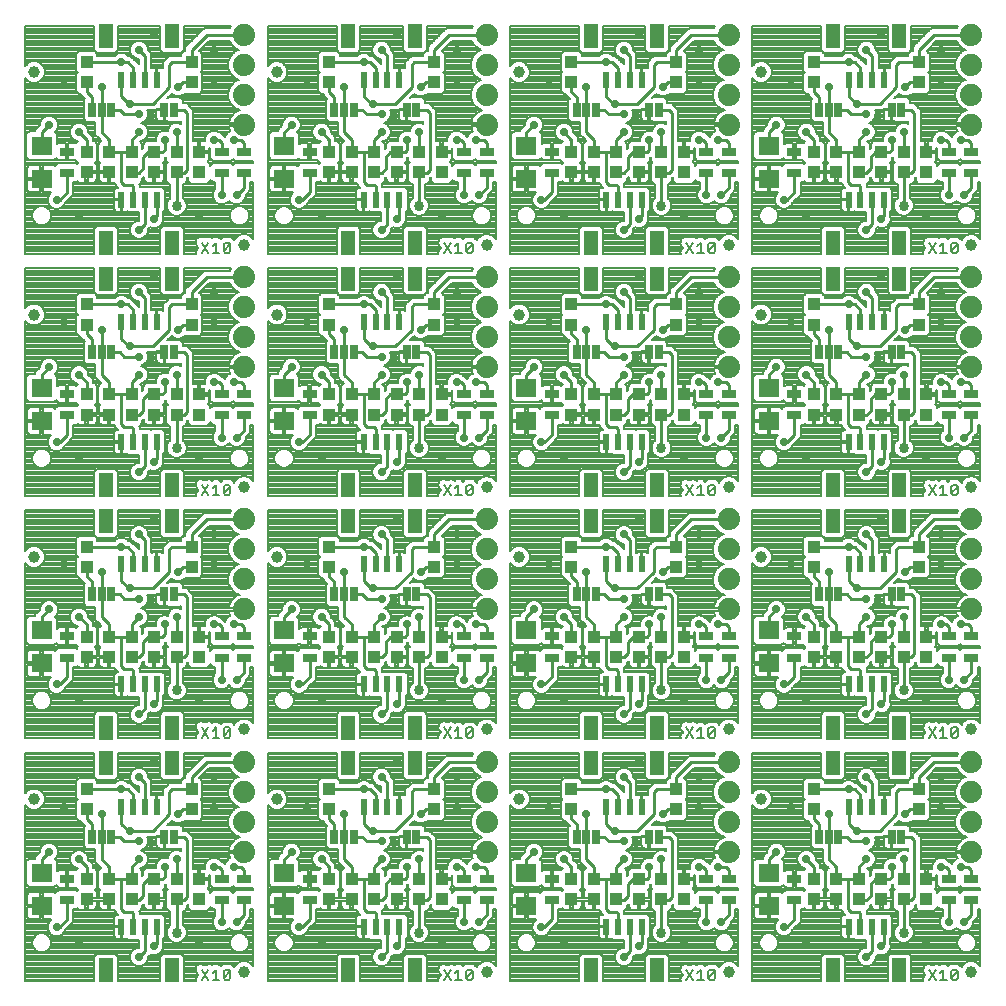
<source format=gtl>
G75*
%MOIN*%
%OFA0B0*%
%FSLAX25Y25*%
%IPPOS*%
%LPD*%
%AMOC8*
5,1,8,0,0,1.08239X$1,22.5*
%
%ADD10C,0.00600*%
%ADD11R,0.04724X0.03150*%
%ADD12R,0.03937X0.04331*%
%ADD13R,0.07087X0.06299*%
%ADD14C,0.03937*%
%ADD15R,0.04724X0.07874*%
%ADD16R,0.02362X0.05315*%
%ADD17C,0.07400*%
%ADD18R,0.02500X0.05000*%
%ADD19C,0.00800*%
%ADD20C,0.02900*%
%ADD21C,0.01000*%
%ADD22C,0.03400*%
D10*
X0062300Y0082637D02*
X0064569Y0086040D01*
X0065983Y0084905D02*
X0067117Y0086040D01*
X0067117Y0082637D01*
X0065983Y0082637D02*
X0068252Y0082637D01*
X0069666Y0083204D02*
X0071935Y0085472D01*
X0071935Y0083204D01*
X0071368Y0082637D01*
X0070233Y0082637D01*
X0069666Y0083204D01*
X0069666Y0085472D01*
X0070233Y0086040D01*
X0071368Y0086040D01*
X0071935Y0085472D01*
X0064569Y0082637D02*
X0062300Y0086040D01*
X0062300Y0163437D02*
X0064569Y0166840D01*
X0065983Y0165705D02*
X0067117Y0166840D01*
X0067117Y0163437D01*
X0065983Y0163437D02*
X0068252Y0163437D01*
X0069666Y0164004D02*
X0071935Y0166272D01*
X0071935Y0164004D01*
X0071368Y0163437D01*
X0070233Y0163437D01*
X0069666Y0164004D01*
X0069666Y0166272D01*
X0070233Y0166840D01*
X0071368Y0166840D01*
X0071935Y0166272D01*
X0064569Y0163437D02*
X0062300Y0166840D01*
X0062300Y0244237D02*
X0064569Y0247640D01*
X0065983Y0246505D02*
X0067117Y0247640D01*
X0067117Y0244237D01*
X0065983Y0244237D02*
X0068252Y0244237D01*
X0069666Y0244804D02*
X0071935Y0247072D01*
X0071935Y0244804D01*
X0071368Y0244237D01*
X0070233Y0244237D01*
X0069666Y0244804D01*
X0069666Y0247072D01*
X0070233Y0247640D01*
X0071368Y0247640D01*
X0071935Y0247072D01*
X0064569Y0244237D02*
X0062300Y0247640D01*
X0062300Y0325014D02*
X0064569Y0328417D01*
X0065983Y0327282D02*
X0067117Y0328417D01*
X0067117Y0325014D01*
X0065983Y0325014D02*
X0068252Y0325014D01*
X0069666Y0325581D02*
X0071935Y0327850D01*
X0071935Y0325581D01*
X0071368Y0325014D01*
X0070233Y0325014D01*
X0069666Y0325581D01*
X0069666Y0327850D01*
X0070233Y0328417D01*
X0071368Y0328417D01*
X0071935Y0327850D01*
X0064569Y0325014D02*
X0062300Y0328417D01*
X0143100Y0328417D02*
X0145369Y0325014D01*
X0146783Y0325014D02*
X0149052Y0325014D01*
X0147917Y0325014D02*
X0147917Y0328417D01*
X0146783Y0327282D01*
X0145369Y0328417D02*
X0143100Y0325014D01*
X0150466Y0325581D02*
X0152735Y0327850D01*
X0152735Y0325581D01*
X0152168Y0325014D01*
X0151033Y0325014D01*
X0150466Y0325581D01*
X0150466Y0327850D01*
X0151033Y0328417D01*
X0152168Y0328417D01*
X0152735Y0327850D01*
X0152168Y0247640D02*
X0152735Y0247072D01*
X0150466Y0244804D01*
X0151033Y0244237D01*
X0152168Y0244237D01*
X0152735Y0244804D01*
X0152735Y0247072D01*
X0152168Y0247640D02*
X0151033Y0247640D01*
X0150466Y0247072D01*
X0150466Y0244804D01*
X0149052Y0244237D02*
X0146783Y0244237D01*
X0147917Y0244237D02*
X0147917Y0247640D01*
X0146783Y0246505D01*
X0145369Y0247640D02*
X0143100Y0244237D01*
X0145369Y0244237D02*
X0143100Y0247640D01*
X0143100Y0166840D02*
X0145369Y0163437D01*
X0146783Y0163437D02*
X0149052Y0163437D01*
X0147917Y0163437D02*
X0147917Y0166840D01*
X0146783Y0165705D01*
X0145369Y0166840D02*
X0143100Y0163437D01*
X0150466Y0164004D02*
X0152735Y0166272D01*
X0152735Y0164004D01*
X0152168Y0163437D01*
X0151033Y0163437D01*
X0150466Y0164004D01*
X0150466Y0166272D01*
X0151033Y0166840D01*
X0152168Y0166840D01*
X0152735Y0166272D01*
X0152168Y0086040D02*
X0152735Y0085472D01*
X0150466Y0083204D01*
X0151033Y0082637D01*
X0152168Y0082637D01*
X0152735Y0083204D01*
X0152735Y0085472D01*
X0152168Y0086040D02*
X0151033Y0086040D01*
X0150466Y0085472D01*
X0150466Y0083204D01*
X0149052Y0082637D02*
X0146783Y0082637D01*
X0147917Y0082637D02*
X0147917Y0086040D01*
X0146783Y0084905D01*
X0145369Y0086040D02*
X0143100Y0082637D01*
X0145369Y0082637D02*
X0143100Y0086040D01*
X0223900Y0086040D02*
X0226169Y0082637D01*
X0227583Y0082637D02*
X0229852Y0082637D01*
X0228717Y0082637D02*
X0228717Y0086040D01*
X0227583Y0084905D01*
X0226169Y0086040D02*
X0223900Y0082637D01*
X0231266Y0083204D02*
X0233535Y0085472D01*
X0233535Y0083204D01*
X0232968Y0082637D01*
X0231833Y0082637D01*
X0231266Y0083204D01*
X0231266Y0085472D01*
X0231833Y0086040D01*
X0232968Y0086040D01*
X0233535Y0085472D01*
X0232968Y0163437D02*
X0231833Y0163437D01*
X0231266Y0164004D01*
X0233535Y0166272D01*
X0233535Y0164004D01*
X0232968Y0163437D01*
X0231266Y0164004D02*
X0231266Y0166272D01*
X0231833Y0166840D01*
X0232968Y0166840D01*
X0233535Y0166272D01*
X0229852Y0163437D02*
X0227583Y0163437D01*
X0228717Y0163437D02*
X0228717Y0166840D01*
X0227583Y0165705D01*
X0226169Y0166840D02*
X0223900Y0163437D01*
X0226169Y0163437D02*
X0223900Y0166840D01*
X0223900Y0244237D02*
X0226169Y0247640D01*
X0227583Y0246505D02*
X0228717Y0247640D01*
X0228717Y0244237D01*
X0227583Y0244237D02*
X0229852Y0244237D01*
X0231266Y0244804D02*
X0233535Y0247072D01*
X0233535Y0244804D01*
X0232968Y0244237D01*
X0231833Y0244237D01*
X0231266Y0244804D01*
X0231266Y0247072D01*
X0231833Y0247640D01*
X0232968Y0247640D01*
X0233535Y0247072D01*
X0226169Y0244237D02*
X0223900Y0247640D01*
X0223900Y0325014D02*
X0226169Y0328417D01*
X0227583Y0327282D02*
X0228717Y0328417D01*
X0228717Y0325014D01*
X0227583Y0325014D02*
X0229852Y0325014D01*
X0231266Y0325581D02*
X0233535Y0327850D01*
X0233535Y0325581D01*
X0232968Y0325014D01*
X0231833Y0325014D01*
X0231266Y0325581D01*
X0231266Y0327850D01*
X0231833Y0328417D01*
X0232968Y0328417D01*
X0233535Y0327850D01*
X0226169Y0325014D02*
X0223900Y0328417D01*
X0304700Y0328417D02*
X0306969Y0325014D01*
X0308383Y0325014D02*
X0310652Y0325014D01*
X0309517Y0325014D02*
X0309517Y0328417D01*
X0308383Y0327282D01*
X0306969Y0328417D02*
X0304700Y0325014D01*
X0312066Y0325581D02*
X0314335Y0327850D01*
X0314335Y0325581D01*
X0313768Y0325014D01*
X0312633Y0325014D01*
X0312066Y0325581D01*
X0312066Y0327850D01*
X0312633Y0328417D01*
X0313768Y0328417D01*
X0314335Y0327850D01*
X0313768Y0247640D02*
X0314335Y0247072D01*
X0312066Y0244804D01*
X0312633Y0244237D01*
X0313768Y0244237D01*
X0314335Y0244804D01*
X0314335Y0247072D01*
X0313768Y0247640D02*
X0312633Y0247640D01*
X0312066Y0247072D01*
X0312066Y0244804D01*
X0310652Y0244237D02*
X0308383Y0244237D01*
X0309517Y0244237D02*
X0309517Y0247640D01*
X0308383Y0246505D01*
X0306969Y0247640D02*
X0304700Y0244237D01*
X0306969Y0244237D02*
X0304700Y0247640D01*
X0304700Y0166840D02*
X0306969Y0163437D01*
X0308383Y0163437D02*
X0310652Y0163437D01*
X0309517Y0163437D02*
X0309517Y0166840D01*
X0308383Y0165705D01*
X0306969Y0166840D02*
X0304700Y0163437D01*
X0312066Y0164004D02*
X0314335Y0166272D01*
X0314335Y0164004D01*
X0313768Y0163437D01*
X0312633Y0163437D01*
X0312066Y0164004D01*
X0312066Y0166272D01*
X0312633Y0166840D01*
X0313768Y0166840D01*
X0314335Y0166272D01*
X0313768Y0086040D02*
X0314335Y0085472D01*
X0312066Y0083204D01*
X0312633Y0082637D01*
X0313768Y0082637D01*
X0314335Y0083204D01*
X0314335Y0085472D01*
X0313768Y0086040D02*
X0312633Y0086040D01*
X0312066Y0085472D01*
X0312066Y0083204D01*
X0310652Y0082637D02*
X0308383Y0082637D01*
X0309517Y0082637D02*
X0309517Y0086040D01*
X0308383Y0084905D01*
X0306969Y0086040D02*
X0304700Y0082637D01*
X0306969Y0082637D02*
X0304700Y0086040D01*
D11*
X0311400Y0109293D03*
X0311400Y0116380D03*
X0318900Y0116380D03*
X0318900Y0109293D03*
X0259900Y0109293D03*
X0259900Y0116380D03*
X0238100Y0116380D03*
X0238100Y0109293D03*
X0230600Y0109293D03*
X0230600Y0116380D03*
X0179100Y0116380D03*
X0179100Y0109293D03*
X0157300Y0109293D03*
X0157300Y0116380D03*
X0149800Y0116380D03*
X0149800Y0109293D03*
X0098300Y0109293D03*
X0098300Y0116380D03*
X0076500Y0116380D03*
X0076500Y0109293D03*
X0069000Y0109293D03*
X0069000Y0116380D03*
X0017500Y0116380D03*
X0017500Y0109293D03*
X0017500Y0190093D03*
X0017500Y0197180D03*
X0069000Y0197180D03*
X0069000Y0190093D03*
X0076500Y0190093D03*
X0076500Y0197180D03*
X0098300Y0197180D03*
X0098300Y0190093D03*
X0149800Y0190093D03*
X0149800Y0197180D03*
X0157300Y0197180D03*
X0157300Y0190093D03*
X0179100Y0190093D03*
X0179100Y0197180D03*
X0230600Y0197180D03*
X0230600Y0190093D03*
X0238100Y0190093D03*
X0238100Y0197180D03*
X0259900Y0197180D03*
X0259900Y0190093D03*
X0311400Y0190093D03*
X0311400Y0197180D03*
X0318900Y0197180D03*
X0318900Y0190093D03*
X0318900Y0270893D03*
X0318900Y0277980D03*
X0311400Y0277980D03*
X0311400Y0270893D03*
X0259900Y0270893D03*
X0259900Y0277980D03*
X0238100Y0277980D03*
X0238100Y0270893D03*
X0230600Y0270893D03*
X0230600Y0277980D03*
X0179100Y0277980D03*
X0179100Y0270893D03*
X0157300Y0270893D03*
X0157300Y0277980D03*
X0149800Y0277980D03*
X0149800Y0270893D03*
X0098300Y0270893D03*
X0098300Y0277980D03*
X0076500Y0277980D03*
X0076500Y0270893D03*
X0069000Y0270893D03*
X0069000Y0277980D03*
X0017500Y0277980D03*
X0017500Y0270893D03*
X0017500Y0351670D03*
X0017500Y0358757D03*
X0069000Y0358757D03*
X0069000Y0351670D03*
X0076500Y0351670D03*
X0076500Y0358757D03*
X0098300Y0358757D03*
X0098300Y0351670D03*
X0149800Y0351670D03*
X0149800Y0358757D03*
X0157300Y0358757D03*
X0157300Y0351670D03*
X0179100Y0351670D03*
X0179100Y0358757D03*
X0230600Y0358757D03*
X0230600Y0351670D03*
X0238100Y0351670D03*
X0238100Y0358757D03*
X0259900Y0358757D03*
X0259900Y0351670D03*
X0311400Y0351670D03*
X0311400Y0358757D03*
X0318900Y0358757D03*
X0318900Y0351670D03*
D12*
X0303900Y0351867D03*
X0303900Y0358560D03*
X0296400Y0358560D03*
X0296400Y0351867D03*
X0288900Y0351867D03*
X0288900Y0358560D03*
X0281400Y0358560D03*
X0281400Y0351867D03*
X0273900Y0351867D03*
X0273900Y0358560D03*
X0266400Y0358560D03*
X0266400Y0351867D03*
X0266400Y0381867D03*
X0266400Y0388560D03*
X0301400Y0388560D03*
X0301400Y0381867D03*
X0301400Y0307783D03*
X0301400Y0301090D03*
X0303900Y0277783D03*
X0303900Y0271090D03*
X0296400Y0271090D03*
X0296400Y0277783D03*
X0288900Y0277783D03*
X0288900Y0271090D03*
X0281400Y0271090D03*
X0281400Y0277783D03*
X0273900Y0277783D03*
X0273900Y0271090D03*
X0266400Y0271090D03*
X0266400Y0277783D03*
X0266400Y0301090D03*
X0266400Y0307783D03*
X0223100Y0277783D03*
X0223100Y0271090D03*
X0215600Y0271090D03*
X0215600Y0277783D03*
X0208100Y0277783D03*
X0208100Y0271090D03*
X0200600Y0271090D03*
X0200600Y0277783D03*
X0193100Y0277783D03*
X0193100Y0271090D03*
X0185600Y0271090D03*
X0185600Y0277783D03*
X0185600Y0301090D03*
X0185600Y0307783D03*
X0220600Y0307783D03*
X0220600Y0301090D03*
X0223100Y0351867D03*
X0223100Y0358560D03*
X0215600Y0358560D03*
X0215600Y0351867D03*
X0208100Y0351867D03*
X0208100Y0358560D03*
X0200600Y0358560D03*
X0200600Y0351867D03*
X0193100Y0351867D03*
X0193100Y0358560D03*
X0185600Y0358560D03*
X0185600Y0351867D03*
X0185600Y0381867D03*
X0185600Y0388560D03*
X0220600Y0388560D03*
X0220600Y0381867D03*
X0142300Y0358560D03*
X0142300Y0351867D03*
X0134800Y0351867D03*
X0134800Y0358560D03*
X0127300Y0358560D03*
X0127300Y0351867D03*
X0119800Y0351867D03*
X0119800Y0358560D03*
X0112300Y0358560D03*
X0112300Y0351867D03*
X0104800Y0351867D03*
X0104800Y0358560D03*
X0104800Y0381867D03*
X0104800Y0388560D03*
X0139800Y0388560D03*
X0139800Y0381867D03*
X0139800Y0307783D03*
X0139800Y0301090D03*
X0142300Y0277783D03*
X0142300Y0271090D03*
X0134800Y0271090D03*
X0134800Y0277783D03*
X0127300Y0277783D03*
X0127300Y0271090D03*
X0119800Y0271090D03*
X0119800Y0277783D03*
X0112300Y0277783D03*
X0112300Y0271090D03*
X0104800Y0271090D03*
X0104800Y0277783D03*
X0104800Y0301090D03*
X0104800Y0307783D03*
X0059000Y0307783D03*
X0059000Y0301090D03*
X0061500Y0277783D03*
X0061500Y0271090D03*
X0054000Y0271090D03*
X0054000Y0277783D03*
X0046500Y0277783D03*
X0046500Y0271090D03*
X0039000Y0271090D03*
X0039000Y0277783D03*
X0031500Y0277783D03*
X0031500Y0271090D03*
X0024000Y0271090D03*
X0024000Y0277783D03*
X0024000Y0301090D03*
X0024000Y0307783D03*
X0024000Y0351867D03*
X0024000Y0358560D03*
X0031500Y0358560D03*
X0031500Y0351867D03*
X0039000Y0351867D03*
X0039000Y0358560D03*
X0046500Y0358560D03*
X0046500Y0351867D03*
X0054000Y0351867D03*
X0054000Y0358560D03*
X0061500Y0358560D03*
X0061500Y0351867D03*
X0059000Y0381867D03*
X0059000Y0388560D03*
X0024000Y0388560D03*
X0024000Y0381867D03*
X0024000Y0226983D03*
X0024000Y0220290D03*
X0024000Y0196983D03*
X0024000Y0190290D03*
X0031500Y0190290D03*
X0031500Y0196983D03*
X0039000Y0196983D03*
X0039000Y0190290D03*
X0046500Y0190290D03*
X0046500Y0196983D03*
X0054000Y0196983D03*
X0054000Y0190290D03*
X0061500Y0190290D03*
X0061500Y0196983D03*
X0059000Y0220290D03*
X0059000Y0226983D03*
X0104800Y0226983D03*
X0104800Y0220290D03*
X0104800Y0196983D03*
X0104800Y0190290D03*
X0112300Y0190290D03*
X0112300Y0196983D03*
X0119800Y0196983D03*
X0119800Y0190290D03*
X0127300Y0190290D03*
X0127300Y0196983D03*
X0134800Y0196983D03*
X0134800Y0190290D03*
X0142300Y0190290D03*
X0142300Y0196983D03*
X0139800Y0220290D03*
X0139800Y0226983D03*
X0185600Y0226983D03*
X0185600Y0220290D03*
X0185600Y0196983D03*
X0185600Y0190290D03*
X0193100Y0190290D03*
X0193100Y0196983D03*
X0200600Y0196983D03*
X0200600Y0190290D03*
X0208100Y0190290D03*
X0208100Y0196983D03*
X0215600Y0196983D03*
X0215600Y0190290D03*
X0223100Y0190290D03*
X0223100Y0196983D03*
X0220600Y0220290D03*
X0220600Y0226983D03*
X0266400Y0226983D03*
X0266400Y0220290D03*
X0266400Y0196983D03*
X0266400Y0190290D03*
X0273900Y0190290D03*
X0273900Y0196983D03*
X0281400Y0196983D03*
X0281400Y0190290D03*
X0288900Y0190290D03*
X0288900Y0196983D03*
X0296400Y0196983D03*
X0296400Y0190290D03*
X0303900Y0190290D03*
X0303900Y0196983D03*
X0301400Y0220290D03*
X0301400Y0226983D03*
X0301400Y0146183D03*
X0301400Y0139490D03*
X0303900Y0116183D03*
X0303900Y0109490D03*
X0296400Y0109490D03*
X0296400Y0116183D03*
X0288900Y0116183D03*
X0288900Y0109490D03*
X0281400Y0109490D03*
X0281400Y0116183D03*
X0273900Y0116183D03*
X0273900Y0109490D03*
X0266400Y0109490D03*
X0266400Y0116183D03*
X0266400Y0139490D03*
X0266400Y0146183D03*
X0223100Y0116183D03*
X0223100Y0109490D03*
X0215600Y0109490D03*
X0215600Y0116183D03*
X0208100Y0116183D03*
X0208100Y0109490D03*
X0200600Y0109490D03*
X0200600Y0116183D03*
X0193100Y0116183D03*
X0193100Y0109490D03*
X0185600Y0109490D03*
X0185600Y0116183D03*
X0185600Y0139490D03*
X0185600Y0146183D03*
X0220600Y0146183D03*
X0220600Y0139490D03*
X0142300Y0116183D03*
X0142300Y0109490D03*
X0134800Y0109490D03*
X0134800Y0116183D03*
X0127300Y0116183D03*
X0127300Y0109490D03*
X0119800Y0109490D03*
X0119800Y0116183D03*
X0112300Y0116183D03*
X0112300Y0109490D03*
X0104800Y0109490D03*
X0104800Y0116183D03*
X0104800Y0139490D03*
X0104800Y0146183D03*
X0139800Y0146183D03*
X0139800Y0139490D03*
X0059000Y0139490D03*
X0059000Y0146183D03*
X0061500Y0116183D03*
X0061500Y0109490D03*
X0054000Y0109490D03*
X0054000Y0116183D03*
X0046500Y0116183D03*
X0046500Y0109490D03*
X0039000Y0109490D03*
X0039000Y0116183D03*
X0031500Y0116183D03*
X0031500Y0109490D03*
X0024000Y0109490D03*
X0024000Y0116183D03*
X0024000Y0139490D03*
X0024000Y0146183D03*
D13*
X0009000Y0118348D03*
X0009000Y0107325D03*
X0009000Y0188125D03*
X0009000Y0199148D03*
X0009000Y0268925D03*
X0009000Y0279948D03*
X0009000Y0349702D03*
X0009000Y0360726D03*
X0089800Y0360726D03*
X0089800Y0349702D03*
X0089800Y0279948D03*
X0089800Y0268925D03*
X0089800Y0199148D03*
X0089800Y0188125D03*
X0089800Y0118348D03*
X0089800Y0107325D03*
X0170600Y0107325D03*
X0170600Y0118348D03*
X0170600Y0188125D03*
X0170600Y0199148D03*
X0170600Y0268925D03*
X0170600Y0279948D03*
X0170600Y0349702D03*
X0170600Y0360726D03*
X0251400Y0360726D03*
X0251400Y0349702D03*
X0251400Y0279948D03*
X0251400Y0268925D03*
X0251400Y0199148D03*
X0251400Y0188125D03*
X0251400Y0118348D03*
X0251400Y0107325D03*
D14*
X0238100Y0085337D03*
X0248900Y0142837D03*
X0238100Y0166137D03*
X0248900Y0223637D03*
X0238100Y0246937D03*
X0248900Y0304437D03*
X0238100Y0327714D03*
X0248900Y0385214D03*
X0318900Y0327714D03*
X0318900Y0246937D03*
X0318900Y0166137D03*
X0318900Y0085337D03*
X0168100Y0142837D03*
X0157300Y0166137D03*
X0168100Y0223637D03*
X0157300Y0246937D03*
X0168100Y0304437D03*
X0157300Y0327714D03*
X0168100Y0385214D03*
X0087300Y0385214D03*
X0076500Y0327714D03*
X0087300Y0304437D03*
X0076500Y0246937D03*
X0087300Y0223637D03*
X0076500Y0166137D03*
X0087300Y0142837D03*
X0076500Y0085337D03*
X0006500Y0142837D03*
X0006500Y0223637D03*
X0006500Y0304437D03*
X0006500Y0385214D03*
X0157300Y0085337D03*
D15*
X0133324Y0085868D03*
X0111276Y0085868D03*
X0052524Y0085868D03*
X0030476Y0085868D03*
X0030476Y0154805D03*
X0030476Y0166668D03*
X0052524Y0166668D03*
X0052524Y0154805D03*
X0111276Y0154805D03*
X0111276Y0166668D03*
X0133324Y0166668D03*
X0133324Y0154805D03*
X0192076Y0154805D03*
X0192076Y0166668D03*
X0214124Y0166668D03*
X0214124Y0154805D03*
X0214124Y0085868D03*
X0192076Y0085868D03*
X0272876Y0085868D03*
X0294924Y0085868D03*
X0294924Y0154805D03*
X0294924Y0166668D03*
X0272876Y0166668D03*
X0272876Y0154805D03*
X0272876Y0235605D03*
X0272876Y0247468D03*
X0294924Y0247468D03*
X0294924Y0235605D03*
X0294924Y0316405D03*
X0294924Y0328245D03*
X0272876Y0328245D03*
X0272876Y0316405D03*
X0214124Y0316405D03*
X0214124Y0328245D03*
X0192076Y0328245D03*
X0192076Y0316405D03*
X0192076Y0247468D03*
X0192076Y0235605D03*
X0214124Y0235605D03*
X0214124Y0247468D03*
X0133324Y0247468D03*
X0133324Y0235605D03*
X0111276Y0235605D03*
X0111276Y0247468D03*
X0052524Y0247468D03*
X0052524Y0235605D03*
X0030476Y0235605D03*
X0030476Y0247468D03*
X0030476Y0316405D03*
X0030476Y0328245D03*
X0052524Y0328245D03*
X0052524Y0316405D03*
X0111276Y0316405D03*
X0111276Y0328245D03*
X0133324Y0328245D03*
X0133324Y0316405D03*
X0133324Y0397182D03*
X0111276Y0397182D03*
X0052524Y0397182D03*
X0030476Y0397182D03*
X0192076Y0397182D03*
X0214124Y0397182D03*
X0272876Y0397182D03*
X0294924Y0397182D03*
D16*
X0289806Y0382714D03*
X0285869Y0382714D03*
X0281931Y0382714D03*
X0277994Y0382714D03*
X0277994Y0342714D03*
X0281931Y0342714D03*
X0285869Y0342714D03*
X0289806Y0342714D03*
X0289806Y0301937D03*
X0285869Y0301937D03*
X0281931Y0301937D03*
X0277994Y0301937D03*
X0277994Y0261937D03*
X0281931Y0261937D03*
X0285869Y0261937D03*
X0289806Y0261937D03*
X0289806Y0221137D03*
X0285869Y0221137D03*
X0281931Y0221137D03*
X0277994Y0221137D03*
X0277994Y0181137D03*
X0281931Y0181137D03*
X0285869Y0181137D03*
X0289806Y0181137D03*
X0289806Y0140337D03*
X0285869Y0140337D03*
X0281931Y0140337D03*
X0277994Y0140337D03*
X0277994Y0100337D03*
X0281931Y0100337D03*
X0285869Y0100337D03*
X0289806Y0100337D03*
X0209006Y0100337D03*
X0205069Y0100337D03*
X0201131Y0100337D03*
X0197194Y0100337D03*
X0197194Y0140337D03*
X0201131Y0140337D03*
X0205069Y0140337D03*
X0209006Y0140337D03*
X0209006Y0181137D03*
X0205069Y0181137D03*
X0201131Y0181137D03*
X0197194Y0181137D03*
X0197194Y0221137D03*
X0201131Y0221137D03*
X0205069Y0221137D03*
X0209006Y0221137D03*
X0209006Y0261937D03*
X0205069Y0261937D03*
X0201131Y0261937D03*
X0197194Y0261937D03*
X0197194Y0301937D03*
X0201131Y0301937D03*
X0205069Y0301937D03*
X0209006Y0301937D03*
X0209006Y0342714D03*
X0205069Y0342714D03*
X0201131Y0342714D03*
X0197194Y0342714D03*
X0197194Y0382714D03*
X0201131Y0382714D03*
X0205069Y0382714D03*
X0209006Y0382714D03*
X0128206Y0382714D03*
X0124269Y0382714D03*
X0120331Y0382714D03*
X0116394Y0382714D03*
X0116394Y0342714D03*
X0120331Y0342714D03*
X0124269Y0342714D03*
X0128206Y0342714D03*
X0128206Y0301937D03*
X0124269Y0301937D03*
X0120331Y0301937D03*
X0116394Y0301937D03*
X0116394Y0261937D03*
X0120331Y0261937D03*
X0124269Y0261937D03*
X0128206Y0261937D03*
X0128206Y0221137D03*
X0124269Y0221137D03*
X0120331Y0221137D03*
X0116394Y0221137D03*
X0116394Y0181137D03*
X0120331Y0181137D03*
X0124269Y0181137D03*
X0128206Y0181137D03*
X0128206Y0140337D03*
X0124269Y0140337D03*
X0120331Y0140337D03*
X0116394Y0140337D03*
X0116394Y0100337D03*
X0120331Y0100337D03*
X0124269Y0100337D03*
X0128206Y0100337D03*
X0047406Y0100337D03*
X0043469Y0100337D03*
X0039531Y0100337D03*
X0035594Y0100337D03*
X0035594Y0140337D03*
X0039531Y0140337D03*
X0043469Y0140337D03*
X0047406Y0140337D03*
X0047406Y0181137D03*
X0043469Y0181137D03*
X0039531Y0181137D03*
X0035594Y0181137D03*
X0035594Y0221137D03*
X0039531Y0221137D03*
X0043469Y0221137D03*
X0047406Y0221137D03*
X0047406Y0261937D03*
X0043469Y0261937D03*
X0039531Y0261937D03*
X0035594Y0261937D03*
X0035594Y0301937D03*
X0039531Y0301937D03*
X0043469Y0301937D03*
X0047406Y0301937D03*
X0047406Y0342714D03*
X0043469Y0342714D03*
X0039531Y0342714D03*
X0035594Y0342714D03*
X0035594Y0382714D03*
X0039531Y0382714D03*
X0043469Y0382714D03*
X0047406Y0382714D03*
D17*
X0076500Y0387714D03*
X0076500Y0377714D03*
X0076500Y0367714D03*
X0076500Y0397714D03*
X0076500Y0316937D03*
X0076500Y0306937D03*
X0076500Y0296937D03*
X0076500Y0286937D03*
X0076500Y0236137D03*
X0076500Y0226137D03*
X0076500Y0216137D03*
X0076500Y0206137D03*
X0076500Y0155337D03*
X0076500Y0145337D03*
X0076500Y0135337D03*
X0076500Y0125337D03*
X0157300Y0125337D03*
X0157300Y0135337D03*
X0157300Y0145337D03*
X0157300Y0155337D03*
X0157300Y0206137D03*
X0157300Y0216137D03*
X0157300Y0226137D03*
X0157300Y0236137D03*
X0157300Y0286937D03*
X0157300Y0296937D03*
X0157300Y0306937D03*
X0157300Y0316937D03*
X0157300Y0367714D03*
X0157300Y0377714D03*
X0157300Y0387714D03*
X0157300Y0397714D03*
X0238100Y0397714D03*
X0238100Y0387714D03*
X0238100Y0377714D03*
X0238100Y0367714D03*
X0238100Y0316937D03*
X0238100Y0306937D03*
X0238100Y0296937D03*
X0238100Y0286937D03*
X0238100Y0236137D03*
X0238100Y0226137D03*
X0238100Y0216137D03*
X0238100Y0206137D03*
X0238100Y0155337D03*
X0238100Y0145337D03*
X0238100Y0135337D03*
X0238100Y0125337D03*
X0318900Y0125337D03*
X0318900Y0135337D03*
X0318900Y0145337D03*
X0318900Y0155337D03*
X0318900Y0206137D03*
X0318900Y0216137D03*
X0318900Y0226137D03*
X0318900Y0236137D03*
X0318900Y0286937D03*
X0318900Y0296937D03*
X0318900Y0306937D03*
X0318900Y0316937D03*
X0318900Y0367714D03*
X0318900Y0377714D03*
X0318900Y0387714D03*
X0318900Y0397714D03*
D18*
X0295500Y0372714D03*
X0292300Y0372714D03*
X0274600Y0372714D03*
X0271400Y0372714D03*
X0268200Y0372714D03*
X0214700Y0372714D03*
X0211500Y0372714D03*
X0193800Y0372714D03*
X0190600Y0372714D03*
X0187400Y0372714D03*
X0133900Y0372714D03*
X0130700Y0372714D03*
X0113000Y0372714D03*
X0109800Y0372714D03*
X0106600Y0372714D03*
X0053100Y0372714D03*
X0049900Y0372714D03*
X0032200Y0372714D03*
X0029000Y0372714D03*
X0025800Y0372714D03*
X0025800Y0291937D03*
X0029000Y0291937D03*
X0032200Y0291937D03*
X0049900Y0291937D03*
X0053100Y0291937D03*
X0106600Y0291937D03*
X0109800Y0291937D03*
X0113000Y0291937D03*
X0130700Y0291937D03*
X0133900Y0291937D03*
X0187400Y0291937D03*
X0190600Y0291937D03*
X0193800Y0291937D03*
X0211500Y0291937D03*
X0214700Y0291937D03*
X0268200Y0291937D03*
X0271400Y0291937D03*
X0274600Y0291937D03*
X0292300Y0291937D03*
X0295500Y0291937D03*
X0295500Y0211137D03*
X0292300Y0211137D03*
X0274600Y0211137D03*
X0271400Y0211137D03*
X0268200Y0211137D03*
X0214700Y0211137D03*
X0211500Y0211137D03*
X0193800Y0211137D03*
X0190600Y0211137D03*
X0187400Y0211137D03*
X0133900Y0211137D03*
X0130700Y0211137D03*
X0113000Y0211137D03*
X0109800Y0211137D03*
X0106600Y0211137D03*
X0053100Y0211137D03*
X0049900Y0211137D03*
X0032200Y0211137D03*
X0029000Y0211137D03*
X0025800Y0211137D03*
X0025800Y0130337D03*
X0029000Y0130337D03*
X0032200Y0130337D03*
X0049900Y0130337D03*
X0053100Y0130337D03*
X0106600Y0130337D03*
X0109800Y0130337D03*
X0113000Y0130337D03*
X0130700Y0130337D03*
X0133900Y0130337D03*
X0187400Y0130337D03*
X0190600Y0130337D03*
X0193800Y0130337D03*
X0211500Y0130337D03*
X0214700Y0130337D03*
X0268200Y0130337D03*
X0271400Y0130337D03*
X0274600Y0130337D03*
X0292300Y0130337D03*
X0295500Y0130337D03*
D19*
X0003500Y0140790D02*
X0003500Y0082337D01*
X0026514Y0082337D01*
X0026514Y0090468D01*
X0027451Y0091405D01*
X0033501Y0091405D01*
X0034439Y0090468D01*
X0034439Y0082337D01*
X0048561Y0082337D01*
X0048561Y0090468D01*
X0049499Y0091405D01*
X0055549Y0091405D01*
X0056486Y0090468D01*
X0056486Y0082337D01*
X0060422Y0082337D01*
X0060283Y0083036D01*
X0061151Y0084338D01*
X0060283Y0085640D01*
X0060591Y0087184D01*
X0061901Y0088057D01*
X0063434Y0087750D01*
X0064968Y0088057D01*
X0065856Y0087465D01*
X0066330Y0087940D01*
X0067904Y0087940D01*
X0068675Y0087169D01*
X0069446Y0087940D01*
X0072155Y0087940D01*
X0072722Y0087372D01*
X0072722Y0087372D01*
X0073258Y0086836D01*
X0073475Y0087358D01*
X0074479Y0088362D01*
X0075790Y0088905D01*
X0077210Y0088905D01*
X0078521Y0088362D01*
X0079500Y0087383D01*
X0079500Y0106119D01*
X0078600Y0106119D01*
X0078600Y0103467D01*
X0077370Y0102237D01*
X0077050Y0101917D01*
X0077050Y0101230D01*
X0076586Y0100109D01*
X0075728Y0099251D01*
X0074607Y0098787D01*
X0073393Y0098787D01*
X0072272Y0099251D01*
X0071500Y0100023D01*
X0070728Y0099251D01*
X0069607Y0098787D01*
X0068393Y0098787D01*
X0067272Y0099251D01*
X0066414Y0100109D01*
X0065950Y0101230D01*
X0065950Y0102443D01*
X0066414Y0103564D01*
X0066900Y0104050D01*
X0066900Y0106119D01*
X0065975Y0106119D01*
X0065068Y0107025D01*
X0065068Y0106662D01*
X0064131Y0105725D01*
X0058869Y0105725D01*
X0057931Y0106662D01*
X0057931Y0107798D01*
X0057568Y0107435D01*
X0057568Y0106662D01*
X0056631Y0105725D01*
X0056100Y0105725D01*
X0056100Y0100903D01*
X0056798Y0100206D01*
X0057300Y0098993D01*
X0057300Y0097680D01*
X0056798Y0096467D01*
X0055869Y0095539D01*
X0054656Y0095037D01*
X0053344Y0095037D01*
X0052131Y0095539D01*
X0051202Y0096467D01*
X0050700Y0097680D01*
X0050700Y0098993D01*
X0051202Y0100206D01*
X0051900Y0100903D01*
X0051900Y0105725D01*
X0051369Y0105725D01*
X0050431Y0106662D01*
X0050431Y0112318D01*
X0050950Y0112837D01*
X0050431Y0113355D01*
X0050431Y0114498D01*
X0050068Y0114135D01*
X0050068Y0113355D01*
X0049409Y0112695D01*
X0049589Y0112515D01*
X0049773Y0112196D01*
X0049868Y0111840D01*
X0049868Y0109890D01*
X0046900Y0109890D01*
X0046900Y0109090D01*
X0046900Y0105925D01*
X0048653Y0105925D01*
X0049009Y0106020D01*
X0049328Y0106205D01*
X0049589Y0106465D01*
X0049773Y0106784D01*
X0049868Y0107140D01*
X0049868Y0109090D01*
X0046900Y0109090D01*
X0046100Y0109090D01*
X0046100Y0105925D01*
X0044347Y0105925D01*
X0043991Y0106020D01*
X0043672Y0106205D01*
X0043411Y0106465D01*
X0043227Y0106784D01*
X0043131Y0107140D01*
X0043131Y0107998D01*
X0042568Y0107435D01*
X0042568Y0106662D01*
X0041631Y0105725D01*
X0041582Y0105725D01*
X0041631Y0105675D01*
X0041631Y0104594D01*
X0045312Y0104594D01*
X0045437Y0104469D01*
X0045562Y0104594D01*
X0049249Y0104594D01*
X0050187Y0103657D01*
X0050187Y0097016D01*
X0049505Y0096335D01*
X0049505Y0094551D01*
X0049550Y0094443D01*
X0049550Y0093230D01*
X0049086Y0092109D01*
X0048228Y0091251D01*
X0047107Y0090787D01*
X0045893Y0090787D01*
X0045205Y0091072D01*
X0044550Y0090417D01*
X0044550Y0089730D01*
X0044086Y0088609D01*
X0043228Y0087751D01*
X0042107Y0087287D01*
X0040893Y0087287D01*
X0039772Y0087751D01*
X0038914Y0088609D01*
X0038450Y0089730D01*
X0038450Y0090943D01*
X0038914Y0092064D01*
X0039772Y0092922D01*
X0040893Y0093387D01*
X0041369Y0093387D01*
X0041369Y0096079D01*
X0037688Y0096079D01*
X0037364Y0096402D01*
X0037316Y0096375D01*
X0036960Y0096279D01*
X0035785Y0096279D01*
X0035785Y0100146D01*
X0035404Y0100146D01*
X0035404Y0096279D01*
X0034229Y0096279D01*
X0033873Y0096375D01*
X0033554Y0096559D01*
X0033293Y0096820D01*
X0033109Y0097139D01*
X0033013Y0097495D01*
X0033013Y0100146D01*
X0035404Y0100146D01*
X0035404Y0100527D01*
X0033013Y0100527D01*
X0033013Y0103178D01*
X0033109Y0103534D01*
X0033293Y0103854D01*
X0033554Y0104114D01*
X0033873Y0104299D01*
X0034229Y0104394D01*
X0034473Y0104394D01*
X0033400Y0105467D01*
X0033400Y0105925D01*
X0031900Y0105925D01*
X0031900Y0109090D01*
X0031100Y0109090D01*
X0031100Y0105925D01*
X0029347Y0105925D01*
X0028991Y0106020D01*
X0028672Y0106205D01*
X0028411Y0106465D01*
X0028227Y0106784D01*
X0028131Y0107140D01*
X0028131Y0109090D01*
X0031100Y0109090D01*
X0031100Y0109890D01*
X0028131Y0109890D01*
X0028131Y0111840D01*
X0028227Y0112196D01*
X0028411Y0112515D01*
X0028591Y0112695D01*
X0027931Y0113355D01*
X0027931Y0119011D01*
X0028869Y0119948D01*
X0028918Y0119948D01*
X0028130Y0120737D01*
X0026900Y0121967D01*
X0026900Y0126237D01*
X0023887Y0126237D01*
X0022950Y0127174D01*
X0022950Y0133499D01*
X0023409Y0133958D01*
X0021900Y0135467D01*
X0021900Y0135725D01*
X0021369Y0135725D01*
X0020431Y0136662D01*
X0020431Y0142318D01*
X0020950Y0142837D01*
X0020431Y0143355D01*
X0020431Y0149011D01*
X0021369Y0149948D01*
X0026631Y0149948D01*
X0027568Y0149011D01*
X0027568Y0148283D01*
X0033342Y0148283D01*
X0033827Y0148769D01*
X0034948Y0149233D01*
X0036162Y0149233D01*
X0037283Y0148769D01*
X0037768Y0148283D01*
X0038523Y0148283D01*
X0040401Y0146405D01*
X0041369Y0145438D01*
X0041369Y0147287D01*
X0040893Y0147287D01*
X0039772Y0147751D01*
X0038914Y0148609D01*
X0038450Y0149730D01*
X0038450Y0150943D01*
X0038914Y0152064D01*
X0039772Y0152922D01*
X0040893Y0153387D01*
X0042107Y0153387D01*
X0043228Y0152922D01*
X0044086Y0152064D01*
X0044550Y0150943D01*
X0044550Y0150256D01*
X0045568Y0149238D01*
X0045568Y0144338D01*
X0045636Y0144271D01*
X0045684Y0144299D01*
X0046040Y0144394D01*
X0047215Y0144394D01*
X0047215Y0140527D01*
X0047596Y0140527D01*
X0047596Y0144394D01*
X0048771Y0144394D01*
X0049127Y0144299D01*
X0049400Y0144141D01*
X0049400Y0146206D01*
X0050630Y0147437D01*
X0051477Y0148283D01*
X0055431Y0148283D01*
X0055431Y0149011D01*
X0056369Y0149948D01*
X0056900Y0149948D01*
X0056900Y0151206D01*
X0058130Y0152437D01*
X0063130Y0157437D01*
X0071633Y0157437D01*
X0072006Y0158337D01*
X0056486Y0158337D01*
X0056486Y0150205D01*
X0055549Y0149268D01*
X0049499Y0149268D01*
X0048561Y0150205D01*
X0048561Y0158337D01*
X0034439Y0158337D01*
X0034439Y0150205D01*
X0033501Y0149268D01*
X0027451Y0149268D01*
X0026514Y0150205D01*
X0026514Y0158337D01*
X0003500Y0158337D01*
X0003500Y0144883D01*
X0004479Y0145862D01*
X0005790Y0146405D01*
X0007210Y0146405D01*
X0008521Y0145862D01*
X0009525Y0144858D01*
X0010068Y0143546D01*
X0010068Y0142127D01*
X0009525Y0140815D01*
X0008521Y0139811D01*
X0007210Y0139268D01*
X0005790Y0139268D01*
X0004479Y0139811D01*
X0003500Y0140790D01*
X0003500Y0140225D02*
X0004065Y0140225D01*
X0003500Y0139426D02*
X0005408Y0139426D01*
X0003500Y0138628D02*
X0020431Y0138628D01*
X0020431Y0139426D02*
X0007592Y0139426D01*
X0008935Y0140225D02*
X0020431Y0140225D01*
X0020431Y0141023D02*
X0009611Y0141023D01*
X0009942Y0141822D02*
X0020431Y0141822D01*
X0020734Y0142620D02*
X0010068Y0142620D01*
X0010068Y0143419D02*
X0020431Y0143419D01*
X0020431Y0144218D02*
X0009791Y0144218D01*
X0009367Y0145016D02*
X0020431Y0145016D01*
X0020431Y0145815D02*
X0008569Y0145815D01*
X0004431Y0145815D02*
X0003500Y0145815D01*
X0003500Y0146613D02*
X0020431Y0146613D01*
X0020431Y0147412D02*
X0003500Y0147412D01*
X0003500Y0148210D02*
X0020431Y0148210D01*
X0020431Y0149009D02*
X0003500Y0149009D01*
X0003500Y0149807D02*
X0021227Y0149807D01*
X0026514Y0150606D02*
X0003500Y0150606D01*
X0003500Y0151404D02*
X0026514Y0151404D01*
X0026514Y0152203D02*
X0003500Y0152203D01*
X0003500Y0153001D02*
X0026514Y0153001D01*
X0026514Y0153800D02*
X0003500Y0153800D01*
X0003500Y0154598D02*
X0026514Y0154598D01*
X0026514Y0155397D02*
X0003500Y0155397D01*
X0003500Y0156195D02*
X0026514Y0156195D01*
X0026514Y0156994D02*
X0003500Y0156994D01*
X0003500Y0157792D02*
X0026514Y0157792D01*
X0026514Y0163137D02*
X0003500Y0163137D01*
X0003500Y0221590D01*
X0004479Y0220611D01*
X0005790Y0220068D01*
X0007210Y0220068D01*
X0008521Y0220611D01*
X0009525Y0221615D01*
X0010068Y0222927D01*
X0010068Y0224346D01*
X0009525Y0225658D01*
X0008521Y0226662D01*
X0007210Y0227205D01*
X0005790Y0227205D01*
X0004479Y0226662D01*
X0003500Y0225683D01*
X0003500Y0239137D01*
X0026514Y0239137D01*
X0026514Y0231005D01*
X0027451Y0230068D01*
X0033501Y0230068D01*
X0034439Y0231005D01*
X0034439Y0239137D01*
X0048561Y0239137D01*
X0048561Y0231005D01*
X0049499Y0230068D01*
X0055549Y0230068D01*
X0056486Y0231005D01*
X0056486Y0239137D01*
X0072006Y0239137D01*
X0071633Y0238237D01*
X0063130Y0238237D01*
X0058130Y0233237D01*
X0056900Y0232006D01*
X0056900Y0230748D01*
X0056369Y0230748D01*
X0055431Y0229811D01*
X0055431Y0229083D01*
X0051477Y0229083D01*
X0050630Y0228237D01*
X0049400Y0227006D01*
X0049400Y0224941D01*
X0049127Y0225099D01*
X0048771Y0225194D01*
X0047596Y0225194D01*
X0047596Y0221327D01*
X0047215Y0221327D01*
X0047215Y0225194D01*
X0046040Y0225194D01*
X0045684Y0225099D01*
X0045636Y0225071D01*
X0045568Y0225138D01*
X0045568Y0230038D01*
X0044550Y0231056D01*
X0044550Y0231743D01*
X0044086Y0232864D01*
X0043228Y0233722D01*
X0042107Y0234187D01*
X0040893Y0234187D01*
X0039772Y0233722D01*
X0038914Y0232864D01*
X0038450Y0231743D01*
X0038450Y0230530D01*
X0038914Y0229409D01*
X0039772Y0228551D01*
X0040893Y0228087D01*
X0041369Y0228087D01*
X0041369Y0226238D01*
X0040401Y0227205D01*
X0038523Y0229083D01*
X0037768Y0229083D01*
X0037283Y0229569D01*
X0036162Y0230033D01*
X0034948Y0230033D01*
X0033827Y0229569D01*
X0033342Y0229083D01*
X0027568Y0229083D01*
X0027568Y0229811D01*
X0026631Y0230748D01*
X0021369Y0230748D01*
X0020431Y0229811D01*
X0020431Y0224155D01*
X0020950Y0223637D01*
X0020431Y0223118D01*
X0020431Y0217462D01*
X0021369Y0216525D01*
X0021900Y0216525D01*
X0021900Y0216267D01*
X0023409Y0214758D01*
X0022950Y0214299D01*
X0022950Y0207974D01*
X0023887Y0207037D01*
X0026900Y0207037D01*
X0026900Y0202767D01*
X0028130Y0201537D01*
X0028918Y0200748D01*
X0028869Y0200748D01*
X0027931Y0199811D01*
X0027931Y0194155D01*
X0028591Y0193495D01*
X0028411Y0193315D01*
X0028227Y0192996D01*
X0028131Y0192640D01*
X0028131Y0190690D01*
X0031100Y0190690D01*
X0031100Y0189890D01*
X0031900Y0189890D01*
X0031900Y0186725D01*
X0033400Y0186725D01*
X0033400Y0186267D01*
X0034473Y0185194D01*
X0034229Y0185194D01*
X0033873Y0185099D01*
X0033554Y0184914D01*
X0033293Y0184654D01*
X0033109Y0184334D01*
X0033013Y0183978D01*
X0033013Y0181327D01*
X0035404Y0181327D01*
X0035404Y0180946D01*
X0035785Y0180946D01*
X0035785Y0177079D01*
X0036960Y0177079D01*
X0037316Y0177175D01*
X0037364Y0177202D01*
X0037688Y0176879D01*
X0041369Y0176879D01*
X0041369Y0174187D01*
X0040893Y0174187D01*
X0039772Y0173722D01*
X0038914Y0172864D01*
X0038450Y0171743D01*
X0038450Y0170530D01*
X0038914Y0169409D01*
X0039772Y0168551D01*
X0040893Y0168087D01*
X0042107Y0168087D01*
X0043228Y0168551D01*
X0044086Y0169409D01*
X0044550Y0170530D01*
X0044550Y0171217D01*
X0045205Y0171872D01*
X0045893Y0171587D01*
X0047107Y0171587D01*
X0048228Y0172051D01*
X0049086Y0172909D01*
X0049550Y0174030D01*
X0049550Y0175243D01*
X0049505Y0175351D01*
X0049505Y0177135D01*
X0050187Y0177816D01*
X0050187Y0184457D01*
X0049249Y0185394D01*
X0045562Y0185394D01*
X0045437Y0185269D01*
X0045312Y0185394D01*
X0041631Y0185394D01*
X0041631Y0186475D01*
X0041582Y0186525D01*
X0041631Y0186525D01*
X0042568Y0187462D01*
X0042568Y0188235D01*
X0043131Y0188798D01*
X0043131Y0187940D01*
X0043227Y0187584D01*
X0043411Y0187265D01*
X0043672Y0187005D01*
X0043991Y0186820D01*
X0044347Y0186725D01*
X0046100Y0186725D01*
X0046100Y0189890D01*
X0046900Y0189890D01*
X0046900Y0186725D01*
X0048653Y0186725D01*
X0049009Y0186820D01*
X0049328Y0187005D01*
X0049589Y0187265D01*
X0049773Y0187584D01*
X0049868Y0187940D01*
X0049868Y0189890D01*
X0046900Y0189890D01*
X0046900Y0190690D01*
X0049868Y0190690D01*
X0049868Y0192640D01*
X0049773Y0192996D01*
X0049589Y0193315D01*
X0049409Y0193495D01*
X0050068Y0194155D01*
X0050068Y0194935D01*
X0050431Y0195298D01*
X0050431Y0194155D01*
X0050950Y0193637D01*
X0050431Y0193118D01*
X0050431Y0187462D01*
X0051369Y0186525D01*
X0051900Y0186525D01*
X0051900Y0181704D01*
X0051202Y0181006D01*
X0050700Y0179793D01*
X0050700Y0178480D01*
X0051202Y0177267D01*
X0052131Y0176339D01*
X0053344Y0175837D01*
X0054656Y0175837D01*
X0055869Y0176339D01*
X0056798Y0177267D01*
X0057300Y0178480D01*
X0057300Y0179793D01*
X0056798Y0181006D01*
X0056100Y0181704D01*
X0056100Y0186525D01*
X0056631Y0186525D01*
X0057568Y0187462D01*
X0057568Y0188235D01*
X0057931Y0188598D01*
X0057931Y0187462D01*
X0058869Y0186525D01*
X0064131Y0186525D01*
X0065068Y0187462D01*
X0065068Y0187825D01*
X0065975Y0186919D01*
X0066900Y0186919D01*
X0066900Y0184850D01*
X0066414Y0184364D01*
X0065950Y0183243D01*
X0065950Y0182030D01*
X0066414Y0180909D01*
X0067272Y0180051D01*
X0068393Y0179587D01*
X0069607Y0179587D01*
X0070728Y0180051D01*
X0071500Y0180823D01*
X0072272Y0180051D01*
X0073393Y0179587D01*
X0074607Y0179587D01*
X0075728Y0180051D01*
X0076586Y0180909D01*
X0077050Y0182030D01*
X0077050Y0182717D01*
X0077370Y0183037D01*
X0078600Y0184267D01*
X0078600Y0186919D01*
X0079500Y0186919D01*
X0079500Y0168183D01*
X0078521Y0169162D01*
X0077210Y0169705D01*
X0075790Y0169705D01*
X0074479Y0169162D01*
X0073475Y0168158D01*
X0073258Y0167636D01*
X0072722Y0168172D01*
X0072155Y0168740D01*
X0069446Y0168740D01*
X0068675Y0167969D01*
X0067904Y0168740D01*
X0066330Y0168740D01*
X0065856Y0168265D01*
X0064968Y0168857D01*
X0063434Y0168550D01*
X0061901Y0168857D01*
X0060591Y0167984D01*
X0060283Y0166440D01*
X0061151Y0165138D01*
X0060283Y0163836D01*
X0060422Y0163137D01*
X0056486Y0163137D01*
X0056486Y0171268D01*
X0055549Y0172205D01*
X0049499Y0172205D01*
X0048561Y0171268D01*
X0048561Y0163137D01*
X0034439Y0163137D01*
X0034439Y0171268D01*
X0033501Y0172205D01*
X0027451Y0172205D01*
X0026514Y0171268D01*
X0026514Y0163137D01*
X0026514Y0163382D02*
X0003500Y0163382D01*
X0003500Y0164180D02*
X0026514Y0164180D01*
X0026514Y0164979D02*
X0003500Y0164979D01*
X0003500Y0165777D02*
X0026514Y0165777D01*
X0026514Y0166576D02*
X0003500Y0166576D01*
X0003500Y0167374D02*
X0026514Y0167374D01*
X0026514Y0168173D02*
X0003500Y0168173D01*
X0003500Y0168971D02*
X0026514Y0168971D01*
X0026514Y0169770D02*
X0003500Y0169770D01*
X0003500Y0170568D02*
X0026514Y0170568D01*
X0026613Y0171367D02*
X0003500Y0171367D01*
X0003500Y0172165D02*
X0027412Y0172165D01*
X0033541Y0172165D02*
X0038625Y0172165D01*
X0038450Y0171367D02*
X0034340Y0171367D01*
X0034439Y0170568D02*
X0038450Y0170568D01*
X0038765Y0169770D02*
X0034439Y0169770D01*
X0034439Y0168971D02*
X0039352Y0168971D01*
X0040685Y0168173D02*
X0034439Y0168173D01*
X0034439Y0167374D02*
X0048561Y0167374D01*
X0048561Y0166576D02*
X0034439Y0166576D01*
X0034439Y0165777D02*
X0048561Y0165777D01*
X0048561Y0164979D02*
X0034439Y0164979D01*
X0034439Y0164180D02*
X0048561Y0164180D01*
X0048561Y0163382D02*
X0034439Y0163382D01*
X0034439Y0157792D02*
X0048561Y0157792D01*
X0048561Y0156994D02*
X0034439Y0156994D01*
X0034439Y0156195D02*
X0048561Y0156195D01*
X0048561Y0155397D02*
X0034439Y0155397D01*
X0034439Y0154598D02*
X0048561Y0154598D01*
X0048561Y0153800D02*
X0034439Y0153800D01*
X0034439Y0153001D02*
X0039963Y0153001D01*
X0039053Y0152203D02*
X0034439Y0152203D01*
X0034439Y0151404D02*
X0038641Y0151404D01*
X0038450Y0150606D02*
X0034439Y0150606D01*
X0034040Y0149807D02*
X0038450Y0149807D01*
X0038749Y0149009D02*
X0036704Y0149009D01*
X0038596Y0148210D02*
X0039313Y0148210D01*
X0039395Y0147412D02*
X0040592Y0147412D01*
X0040193Y0146613D02*
X0041369Y0146613D01*
X0041369Y0145815D02*
X0040992Y0145815D01*
X0045568Y0145815D02*
X0049400Y0145815D01*
X0049400Y0145016D02*
X0045568Y0145016D01*
X0045568Y0146613D02*
X0049807Y0146613D01*
X0050605Y0147412D02*
X0045568Y0147412D01*
X0045568Y0148210D02*
X0051404Y0148210D01*
X0048960Y0149807D02*
X0044999Y0149807D01*
X0044550Y0150606D02*
X0048561Y0150606D01*
X0048561Y0151404D02*
X0044359Y0151404D01*
X0043947Y0152203D02*
X0048561Y0152203D01*
X0048561Y0153001D02*
X0043037Y0153001D01*
X0045568Y0149009D02*
X0055431Y0149009D01*
X0056088Y0149807D02*
X0056227Y0149807D01*
X0056486Y0150606D02*
X0056900Y0150606D01*
X0057098Y0151404D02*
X0056486Y0151404D01*
X0056486Y0152203D02*
X0057896Y0152203D01*
X0058695Y0153001D02*
X0056486Y0153001D01*
X0056486Y0153800D02*
X0059493Y0153800D01*
X0060292Y0154598D02*
X0056486Y0154598D01*
X0056486Y0155397D02*
X0061090Y0155397D01*
X0061889Y0156195D02*
X0056486Y0156195D01*
X0056486Y0156994D02*
X0062687Y0156994D01*
X0064870Y0153237D02*
X0061582Y0149948D01*
X0061631Y0149948D01*
X0062568Y0149011D01*
X0062568Y0143355D01*
X0062050Y0142837D01*
X0062568Y0142318D01*
X0062568Y0136662D01*
X0061631Y0135725D01*
X0056702Y0135725D01*
X0056228Y0135251D01*
X0055107Y0134787D01*
X0053893Y0134787D01*
X0052772Y0135251D01*
X0052328Y0135695D01*
X0050870Y0134237D01*
X0050987Y0134237D01*
X0051187Y0134437D01*
X0055013Y0134437D01*
X0055950Y0133499D01*
X0055950Y0132437D01*
X0057370Y0132437D01*
X0058600Y0131206D01*
X0059600Y0130206D01*
X0059600Y0119748D01*
X0061100Y0119748D01*
X0061100Y0116583D01*
X0061900Y0116583D01*
X0064868Y0116583D01*
X0064868Y0117711D01*
X0065038Y0117641D01*
X0065038Y0114142D01*
X0065975Y0113205D01*
X0072025Y0113205D01*
X0072750Y0113930D01*
X0073475Y0113205D01*
X0079500Y0113205D01*
X0079500Y0112468D01*
X0073475Y0112468D01*
X0072750Y0111743D01*
X0072025Y0112468D01*
X0065975Y0112468D01*
X0065068Y0111562D01*
X0065068Y0112318D01*
X0064409Y0112978D01*
X0064589Y0113158D01*
X0064773Y0113477D01*
X0064868Y0113833D01*
X0064868Y0115783D01*
X0061900Y0115783D01*
X0061900Y0116583D01*
X0061900Y0119748D01*
X0063450Y0119748D01*
X0063450Y0120943D01*
X0063914Y0122064D01*
X0064772Y0122922D01*
X0065893Y0123387D01*
X0067107Y0123387D01*
X0068228Y0122922D01*
X0068713Y0122437D01*
X0068870Y0122437D01*
X0070071Y0121235D01*
X0070414Y0122064D01*
X0071272Y0122922D01*
X0071878Y0123173D01*
X0071774Y0123379D01*
X0071526Y0124142D01*
X0071400Y0124935D01*
X0071400Y0124937D01*
X0076100Y0124937D01*
X0076100Y0125737D01*
X0071400Y0125737D01*
X0071400Y0125738D01*
X0071526Y0126531D01*
X0071774Y0127294D01*
X0072138Y0128010D01*
X0072610Y0128659D01*
X0073178Y0129227D01*
X0073827Y0129699D01*
X0074542Y0130063D01*
X0075013Y0130216D01*
X0073498Y0130843D01*
X0072007Y0132334D01*
X0071200Y0134282D01*
X0071200Y0136391D01*
X0072007Y0138339D01*
X0073498Y0139830D01*
X0074722Y0140337D01*
X0073498Y0140843D01*
X0072007Y0142334D01*
X0071200Y0144282D01*
X0071200Y0146391D01*
X0072007Y0148339D01*
X0073498Y0149830D01*
X0074722Y0150337D01*
X0073498Y0150843D01*
X0072007Y0152334D01*
X0071633Y0153237D01*
X0064870Y0153237D01*
X0064634Y0153001D02*
X0071731Y0153001D01*
X0072139Y0152203D02*
X0063836Y0152203D01*
X0063037Y0151404D02*
X0072937Y0151404D01*
X0074072Y0150606D02*
X0062239Y0150606D01*
X0061773Y0149807D02*
X0073475Y0149807D01*
X0072677Y0149009D02*
X0062568Y0149009D01*
X0062568Y0148210D02*
X0071954Y0148210D01*
X0071623Y0147412D02*
X0062568Y0147412D01*
X0062568Y0146613D02*
X0071292Y0146613D01*
X0071200Y0145815D02*
X0062568Y0145815D01*
X0062568Y0145016D02*
X0071200Y0145016D01*
X0071227Y0144218D02*
X0062568Y0144218D01*
X0062568Y0143419D02*
X0071558Y0143419D01*
X0071888Y0142620D02*
X0062266Y0142620D01*
X0062568Y0141822D02*
X0072519Y0141822D01*
X0073318Y0141023D02*
X0062568Y0141023D01*
X0062568Y0140225D02*
X0074452Y0140225D01*
X0073095Y0139426D02*
X0062568Y0139426D01*
X0062568Y0138628D02*
X0072296Y0138628D01*
X0071796Y0137829D02*
X0062568Y0137829D01*
X0062568Y0137031D02*
X0071465Y0137031D01*
X0071200Y0136232D02*
X0062139Y0136232D01*
X0056411Y0135434D02*
X0071200Y0135434D01*
X0071200Y0134635D02*
X0051269Y0134635D01*
X0052067Y0135434D02*
X0052589Y0135434D01*
X0055612Y0133837D02*
X0071385Y0133837D01*
X0071715Y0133038D02*
X0055950Y0133038D01*
X0057567Y0132240D02*
X0072101Y0132240D01*
X0072900Y0131441D02*
X0058365Y0131441D01*
X0059164Y0130643D02*
X0073982Y0130643D01*
X0074113Y0129844D02*
X0059600Y0129844D01*
X0059600Y0129046D02*
X0072997Y0129046D01*
X0072311Y0128247D02*
X0059600Y0128247D01*
X0059600Y0127449D02*
X0071852Y0127449D01*
X0071564Y0126650D02*
X0059600Y0126650D01*
X0059600Y0125852D02*
X0071418Y0125852D01*
X0071508Y0124255D02*
X0059600Y0124255D01*
X0059600Y0125053D02*
X0076100Y0125053D01*
X0071749Y0123456D02*
X0059600Y0123456D01*
X0059600Y0122658D02*
X0064508Y0122658D01*
X0063829Y0121859D02*
X0059600Y0121859D01*
X0059600Y0121061D02*
X0063499Y0121061D01*
X0063450Y0120262D02*
X0059600Y0120262D01*
X0061100Y0119464D02*
X0061900Y0119464D01*
X0061900Y0118665D02*
X0061100Y0118665D01*
X0061100Y0117867D02*
X0061900Y0117867D01*
X0061900Y0117068D02*
X0061100Y0117068D01*
X0061900Y0116270D02*
X0065038Y0116270D01*
X0065038Y0117068D02*
X0064868Y0117068D01*
X0064868Y0115471D02*
X0065038Y0115471D01*
X0065038Y0114673D02*
X0064868Y0114673D01*
X0064868Y0113874D02*
X0065306Y0113874D01*
X0064506Y0113076D02*
X0079500Y0113076D01*
X0084300Y0113076D02*
X0101511Y0113076D01*
X0101231Y0113355D02*
X0101891Y0112695D01*
X0101711Y0112515D01*
X0101553Y0112240D01*
X0101325Y0112468D01*
X0095275Y0112468D01*
X0094338Y0111531D01*
X0094338Y0111460D01*
X0094203Y0111595D01*
X0093884Y0111779D01*
X0093528Y0111874D01*
X0090200Y0111874D01*
X0090200Y0107725D01*
X0089400Y0107725D01*
X0089400Y0111874D01*
X0086072Y0111874D01*
X0085716Y0111779D01*
X0085397Y0111595D01*
X0085136Y0111334D01*
X0084952Y0111015D01*
X0084857Y0110659D01*
X0084857Y0107725D01*
X0089400Y0107725D01*
X0089400Y0106925D01*
X0084857Y0106925D01*
X0084857Y0103991D01*
X0084952Y0103635D01*
X0085136Y0103316D01*
X0085397Y0103055D01*
X0085716Y0102871D01*
X0086072Y0102775D01*
X0089400Y0102775D01*
X0089400Y0106925D01*
X0090200Y0106925D01*
X0090200Y0102775D01*
X0092925Y0102775D01*
X0092214Y0102064D01*
X0091750Y0100943D01*
X0091750Y0099730D01*
X0092214Y0098609D01*
X0093072Y0097751D01*
X0094193Y0097287D01*
X0095407Y0097287D01*
X0096528Y0097751D01*
X0097386Y0098609D01*
X0097629Y0099195D01*
X0097900Y0099467D01*
X0100400Y0101967D01*
X0100400Y0106119D01*
X0101325Y0106119D01*
X0101697Y0106490D01*
X0101711Y0106465D01*
X0101972Y0106205D01*
X0102291Y0106020D01*
X0102647Y0105925D01*
X0104400Y0105925D01*
X0104400Y0109090D01*
X0105200Y0109090D01*
X0105200Y0105925D01*
X0106953Y0105925D01*
X0107309Y0106020D01*
X0107628Y0106205D01*
X0107889Y0106465D01*
X0108073Y0106784D01*
X0108168Y0107140D01*
X0108168Y0109090D01*
X0105200Y0109090D01*
X0105200Y0109890D01*
X0108168Y0109890D01*
X0108168Y0111840D01*
X0108073Y0112196D01*
X0107889Y0112515D01*
X0107709Y0112695D01*
X0108368Y0113355D01*
X0108368Y0119011D01*
X0107431Y0119948D01*
X0106900Y0119948D01*
X0106900Y0121206D01*
X0105350Y0122756D01*
X0105350Y0123443D01*
X0104886Y0124564D01*
X0104028Y0125422D01*
X0102907Y0125887D01*
X0101693Y0125887D01*
X0100572Y0125422D01*
X0099714Y0124564D01*
X0099250Y0123443D01*
X0099250Y0122230D01*
X0099714Y0121109D01*
X0100572Y0120251D01*
X0101693Y0119787D01*
X0102007Y0119787D01*
X0101378Y0119158D01*
X0101203Y0119259D01*
X0100847Y0119355D01*
X0098687Y0119355D01*
X0098687Y0116767D01*
X0097913Y0116767D01*
X0097913Y0119355D01*
X0095753Y0119355D01*
X0095397Y0119259D01*
X0095078Y0119075D01*
X0094943Y0118940D01*
X0094943Y0122161D01*
X0094190Y0122914D01*
X0094886Y0123609D01*
X0095350Y0124730D01*
X0095350Y0125943D01*
X0094886Y0127064D01*
X0094028Y0127922D01*
X0092907Y0128387D01*
X0091693Y0128387D01*
X0090572Y0127922D01*
X0089714Y0127064D01*
X0089250Y0125943D01*
X0089250Y0125256D01*
X0087700Y0123706D01*
X0087700Y0123098D01*
X0085594Y0123098D01*
X0084657Y0122161D01*
X0084657Y0114536D01*
X0085594Y0113599D01*
X0094006Y0113599D01*
X0094647Y0114240D01*
X0094818Y0113945D01*
X0095078Y0113685D01*
X0095397Y0113501D01*
X0095753Y0113405D01*
X0097913Y0113405D01*
X0097913Y0115992D01*
X0098687Y0115992D01*
X0098687Y0113405D01*
X0100847Y0113405D01*
X0101203Y0113501D01*
X0101231Y0113517D01*
X0101231Y0113355D01*
X0101516Y0112277D02*
X0101574Y0112277D01*
X0098687Y0113874D02*
X0097913Y0113874D01*
X0097913Y0114673D02*
X0098687Y0114673D01*
X0098687Y0115471D02*
X0097913Y0115471D01*
X0097913Y0117068D02*
X0098687Y0117068D01*
X0098687Y0117867D02*
X0097913Y0117867D01*
X0097913Y0118665D02*
X0098687Y0118665D01*
X0100561Y0120262D02*
X0094943Y0120262D01*
X0094943Y0119464D02*
X0101684Y0119464D01*
X0099763Y0121061D02*
X0094943Y0121061D01*
X0094943Y0121859D02*
X0099404Y0121859D01*
X0099250Y0122658D02*
X0094446Y0122658D01*
X0094733Y0123456D02*
X0099255Y0123456D01*
X0099586Y0124255D02*
X0095153Y0124255D01*
X0095350Y0125053D02*
X0100203Y0125053D01*
X0101609Y0125852D02*
X0095350Y0125852D01*
X0095057Y0126650D02*
X0104274Y0126650D01*
X0104687Y0126237D02*
X0107700Y0126237D01*
X0107700Y0121967D01*
X0109718Y0119948D01*
X0109669Y0119948D01*
X0108731Y0119011D01*
X0108731Y0113355D01*
X0109391Y0112695D01*
X0109211Y0112515D01*
X0109027Y0112196D01*
X0108931Y0111840D01*
X0108931Y0109890D01*
X0111900Y0109890D01*
X0111900Y0109090D01*
X0112700Y0109090D01*
X0112700Y0105925D01*
X0114200Y0105925D01*
X0114200Y0105467D01*
X0115273Y0104394D01*
X0115029Y0104394D01*
X0114673Y0104299D01*
X0114354Y0104114D01*
X0114093Y0103854D01*
X0113909Y0103534D01*
X0113813Y0103178D01*
X0113813Y0100527D01*
X0116204Y0100527D01*
X0116204Y0100146D01*
X0116585Y0100146D01*
X0116585Y0096279D01*
X0117760Y0096279D01*
X0118116Y0096375D01*
X0118164Y0096402D01*
X0118488Y0096079D01*
X0122169Y0096079D01*
X0122169Y0093387D01*
X0121693Y0093387D01*
X0120572Y0092922D01*
X0119714Y0092064D01*
X0119250Y0090943D01*
X0119250Y0089730D01*
X0119714Y0088609D01*
X0120572Y0087751D01*
X0121693Y0087287D01*
X0122907Y0087287D01*
X0124028Y0087751D01*
X0124886Y0088609D01*
X0125350Y0089730D01*
X0125350Y0090417D01*
X0126005Y0091072D01*
X0126693Y0090787D01*
X0127907Y0090787D01*
X0129028Y0091251D01*
X0129886Y0092109D01*
X0130350Y0093230D01*
X0130350Y0094443D01*
X0130305Y0094551D01*
X0130305Y0096335D01*
X0130987Y0097016D01*
X0130987Y0103657D01*
X0130049Y0104594D01*
X0126362Y0104594D01*
X0126237Y0104469D01*
X0126112Y0104594D01*
X0122431Y0104594D01*
X0122431Y0105675D01*
X0122382Y0105725D01*
X0122431Y0105725D01*
X0123368Y0106662D01*
X0123368Y0107435D01*
X0123931Y0107998D01*
X0123931Y0107140D01*
X0124027Y0106784D01*
X0124211Y0106465D01*
X0124472Y0106205D01*
X0124791Y0106020D01*
X0125147Y0105925D01*
X0126900Y0105925D01*
X0126900Y0109090D01*
X0127700Y0109090D01*
X0127700Y0105925D01*
X0129453Y0105925D01*
X0129809Y0106020D01*
X0130128Y0106205D01*
X0130389Y0106465D01*
X0130573Y0106784D01*
X0130668Y0107140D01*
X0130668Y0109090D01*
X0127700Y0109090D01*
X0127700Y0109890D01*
X0130668Y0109890D01*
X0130668Y0111840D01*
X0130573Y0112196D01*
X0130389Y0112515D01*
X0130209Y0112695D01*
X0130868Y0113355D01*
X0130868Y0114135D01*
X0131231Y0114498D01*
X0131231Y0113355D01*
X0131750Y0112837D01*
X0131231Y0112318D01*
X0131231Y0106662D01*
X0132169Y0105725D01*
X0132700Y0105725D01*
X0132700Y0100904D01*
X0132002Y0100206D01*
X0131500Y0098993D01*
X0131500Y0097680D01*
X0132002Y0096467D01*
X0132931Y0095539D01*
X0134144Y0095037D01*
X0135456Y0095037D01*
X0136669Y0095539D01*
X0137598Y0096467D01*
X0138100Y0097680D01*
X0138100Y0098993D01*
X0137598Y0100206D01*
X0136900Y0100904D01*
X0136900Y0105725D01*
X0137431Y0105725D01*
X0138368Y0106662D01*
X0138368Y0107435D01*
X0138731Y0107798D01*
X0138731Y0106662D01*
X0139669Y0105725D01*
X0144931Y0105725D01*
X0145868Y0106662D01*
X0145868Y0107025D01*
X0146775Y0106119D01*
X0147700Y0106119D01*
X0147700Y0104050D01*
X0147214Y0103564D01*
X0146750Y0102443D01*
X0146750Y0101230D01*
X0147214Y0100109D01*
X0148072Y0099251D01*
X0149193Y0098787D01*
X0150407Y0098787D01*
X0151528Y0099251D01*
X0152300Y0100023D01*
X0153072Y0099251D01*
X0154193Y0098787D01*
X0155407Y0098787D01*
X0156528Y0099251D01*
X0157386Y0100109D01*
X0157850Y0101230D01*
X0157850Y0101917D01*
X0158170Y0102237D01*
X0159400Y0103467D01*
X0159400Y0106119D01*
X0160300Y0106119D01*
X0160300Y0087383D01*
X0159321Y0088362D01*
X0158010Y0088905D01*
X0156590Y0088905D01*
X0155279Y0088362D01*
X0154275Y0087358D01*
X0154058Y0086836D01*
X0153522Y0087372D01*
X0152955Y0087940D01*
X0150246Y0087940D01*
X0149475Y0087169D01*
X0148704Y0087940D01*
X0147130Y0087940D01*
X0146656Y0087465D01*
X0145768Y0088057D01*
X0144234Y0087750D01*
X0142701Y0088057D01*
X0141391Y0087184D01*
X0141083Y0085640D01*
X0141951Y0084338D01*
X0141083Y0083036D01*
X0141222Y0082337D01*
X0137286Y0082337D01*
X0137286Y0090468D01*
X0136349Y0091405D01*
X0130299Y0091405D01*
X0129361Y0090468D01*
X0129361Y0082337D01*
X0115239Y0082337D01*
X0115239Y0090468D01*
X0114301Y0091405D01*
X0108251Y0091405D01*
X0107314Y0090468D01*
X0107314Y0082337D01*
X0084300Y0082337D01*
X0084300Y0140790D01*
X0085279Y0139811D01*
X0086590Y0139268D01*
X0088010Y0139268D01*
X0089321Y0139811D01*
X0090325Y0140815D01*
X0090868Y0142127D01*
X0090868Y0143546D01*
X0090325Y0144858D01*
X0089321Y0145862D01*
X0088010Y0146405D01*
X0086590Y0146405D01*
X0085279Y0145862D01*
X0084300Y0144883D01*
X0084300Y0158337D01*
X0107314Y0158337D01*
X0107314Y0150205D01*
X0108251Y0149268D01*
X0114301Y0149268D01*
X0115239Y0150205D01*
X0115239Y0158337D01*
X0129361Y0158337D01*
X0129361Y0150205D01*
X0130299Y0149268D01*
X0136349Y0149268D01*
X0137286Y0150205D01*
X0137286Y0158337D01*
X0152806Y0158337D01*
X0152433Y0157437D01*
X0143930Y0157437D01*
X0138930Y0152437D01*
X0137700Y0151206D01*
X0137700Y0149948D01*
X0137169Y0149948D01*
X0136231Y0149011D01*
X0136231Y0148283D01*
X0132277Y0148283D01*
X0131430Y0147437D01*
X0130200Y0146206D01*
X0130200Y0144141D01*
X0129927Y0144299D01*
X0129571Y0144394D01*
X0128396Y0144394D01*
X0128396Y0140527D01*
X0128015Y0140527D01*
X0128015Y0144394D01*
X0126840Y0144394D01*
X0126484Y0144299D01*
X0126436Y0144271D01*
X0126368Y0144338D01*
X0126368Y0149238D01*
X0125350Y0150256D01*
X0125350Y0150943D01*
X0124886Y0152064D01*
X0124028Y0152922D01*
X0122907Y0153387D01*
X0121693Y0153387D01*
X0120572Y0152922D01*
X0119714Y0152064D01*
X0119250Y0150943D01*
X0119250Y0149730D01*
X0119714Y0148609D01*
X0120572Y0147751D01*
X0121693Y0147287D01*
X0122169Y0147287D01*
X0122169Y0145438D01*
X0121201Y0146405D01*
X0119323Y0148283D01*
X0118568Y0148283D01*
X0118083Y0148769D01*
X0116962Y0149233D01*
X0115748Y0149233D01*
X0114627Y0148769D01*
X0114142Y0148283D01*
X0108368Y0148283D01*
X0108368Y0149011D01*
X0107431Y0149948D01*
X0102169Y0149948D01*
X0101231Y0149011D01*
X0101231Y0143355D01*
X0101750Y0142837D01*
X0101231Y0142318D01*
X0101231Y0136662D01*
X0102169Y0135725D01*
X0102700Y0135725D01*
X0102700Y0135467D01*
X0104209Y0133958D01*
X0103750Y0133499D01*
X0103750Y0127174D01*
X0104687Y0126237D01*
X0104397Y0125053D02*
X0107700Y0125053D01*
X0107700Y0124255D02*
X0105014Y0124255D01*
X0105345Y0123456D02*
X0107700Y0123456D01*
X0107700Y0122658D02*
X0105449Y0122658D01*
X0106247Y0121859D02*
X0107808Y0121859D01*
X0108606Y0121061D02*
X0106900Y0121061D01*
X0106900Y0120262D02*
X0109405Y0120262D01*
X0109184Y0119464D02*
X0107916Y0119464D01*
X0108368Y0118665D02*
X0108731Y0118665D01*
X0108731Y0117867D02*
X0108368Y0117867D01*
X0108368Y0117068D02*
X0108731Y0117068D01*
X0108731Y0116270D02*
X0108368Y0116270D01*
X0108368Y0115471D02*
X0108731Y0115471D01*
X0108731Y0114673D02*
X0108368Y0114673D01*
X0108368Y0113874D02*
X0108731Y0113874D01*
X0109011Y0113076D02*
X0108089Y0113076D01*
X0108026Y0112277D02*
X0109074Y0112277D01*
X0108931Y0111479D02*
X0108168Y0111479D01*
X0108168Y0110680D02*
X0108931Y0110680D01*
X0108931Y0109090D02*
X0108931Y0107140D01*
X0109027Y0106784D01*
X0109211Y0106465D01*
X0109472Y0106205D01*
X0109791Y0106020D01*
X0110147Y0105925D01*
X0111900Y0105925D01*
X0111900Y0109090D01*
X0108931Y0109090D01*
X0108931Y0109083D02*
X0108168Y0109083D01*
X0108168Y0108285D02*
X0108931Y0108285D01*
X0108931Y0107486D02*
X0108168Y0107486D01*
X0108017Y0106687D02*
X0109083Y0106687D01*
X0111900Y0106687D02*
X0112700Y0106687D01*
X0112700Y0107486D02*
X0111900Y0107486D01*
X0111900Y0108285D02*
X0112700Y0108285D01*
X0112700Y0109083D02*
X0111900Y0109083D01*
X0111900Y0109882D02*
X0105200Y0109882D01*
X0105200Y0109083D02*
X0104400Y0109083D01*
X0104400Y0108285D02*
X0105200Y0108285D01*
X0105200Y0107486D02*
X0104400Y0107486D01*
X0104400Y0106687D02*
X0105200Y0106687D01*
X0100400Y0105889D02*
X0114200Y0105889D01*
X0114576Y0105090D02*
X0100400Y0105090D01*
X0100400Y0104292D02*
X0114661Y0104292D01*
X0113898Y0103493D02*
X0100400Y0103493D01*
X0100400Y0102695D02*
X0113813Y0102695D01*
X0113813Y0101896D02*
X0100330Y0101896D01*
X0099531Y0101098D02*
X0113813Y0101098D01*
X0113813Y0100146D02*
X0113813Y0097495D01*
X0113909Y0097139D01*
X0114093Y0096820D01*
X0114354Y0096559D01*
X0114673Y0096375D01*
X0115029Y0096279D01*
X0116204Y0096279D01*
X0116204Y0100146D01*
X0113813Y0100146D01*
X0113813Y0099501D02*
X0097934Y0099501D01*
X0097424Y0098702D02*
X0113813Y0098702D01*
X0113813Y0097904D02*
X0096681Y0097904D01*
X0098733Y0100299D02*
X0116204Y0100299D01*
X0116204Y0099501D02*
X0116585Y0099501D01*
X0116585Y0098702D02*
X0116204Y0098702D01*
X0116204Y0097904D02*
X0116585Y0097904D01*
X0116585Y0097105D02*
X0116204Y0097105D01*
X0116204Y0096307D02*
X0116585Y0096307D01*
X0117863Y0096307D02*
X0118260Y0096307D01*
X0114926Y0096307D02*
X0092655Y0096307D01*
X0092472Y0096749D02*
X0091579Y0097642D01*
X0090412Y0098126D01*
X0089149Y0098126D01*
X0087982Y0097642D01*
X0087089Y0096749D01*
X0086606Y0095582D01*
X0086606Y0094319D01*
X0087089Y0093152D01*
X0087982Y0092259D01*
X0089149Y0091776D01*
X0090412Y0091776D01*
X0091579Y0092259D01*
X0092472Y0093152D01*
X0092955Y0094319D01*
X0092955Y0095582D01*
X0092472Y0096749D01*
X0092116Y0097105D02*
X0113928Y0097105D01*
X0114989Y0090717D02*
X0119250Y0090717D01*
X0119250Y0089919D02*
X0115239Y0089919D01*
X0115239Y0089120D02*
X0119503Y0089120D01*
X0120002Y0088322D02*
X0115239Y0088322D01*
X0115239Y0087523D02*
X0121122Y0087523D01*
X0123478Y0087523D02*
X0129361Y0087523D01*
X0129361Y0086725D02*
X0115239Y0086725D01*
X0115239Y0085926D02*
X0129361Y0085926D01*
X0129361Y0085128D02*
X0115239Y0085128D01*
X0115239Y0084329D02*
X0129361Y0084329D01*
X0129361Y0083531D02*
X0115239Y0083531D01*
X0115239Y0082732D02*
X0129361Y0082732D01*
X0129361Y0088322D02*
X0124598Y0088322D01*
X0125097Y0089120D02*
X0129361Y0089120D01*
X0129361Y0089919D02*
X0125350Y0089919D01*
X0125650Y0090717D02*
X0129611Y0090717D01*
X0129293Y0091516D02*
X0160300Y0091516D01*
X0160300Y0092314D02*
X0157579Y0092314D01*
X0157524Y0092259D02*
X0158417Y0093152D01*
X0158900Y0094319D01*
X0158900Y0095582D01*
X0158417Y0096749D01*
X0157524Y0097642D01*
X0156357Y0098126D01*
X0155094Y0098126D01*
X0153927Y0097642D01*
X0153034Y0096749D01*
X0152550Y0095582D01*
X0152550Y0094319D01*
X0153034Y0093152D01*
X0153927Y0092259D01*
X0155094Y0091776D01*
X0156357Y0091776D01*
X0157524Y0092259D01*
X0158377Y0093113D02*
X0160300Y0093113D01*
X0160300Y0093911D02*
X0158731Y0093911D01*
X0158900Y0094710D02*
X0160300Y0094710D01*
X0160300Y0095508D02*
X0158900Y0095508D01*
X0158600Y0096307D02*
X0160300Y0096307D01*
X0160300Y0097105D02*
X0158060Y0097105D01*
X0156892Y0097904D02*
X0160300Y0097904D01*
X0160300Y0098702D02*
X0138100Y0098702D01*
X0138100Y0097904D02*
X0154558Y0097904D01*
X0153390Y0097105D02*
X0137862Y0097105D01*
X0137437Y0096307D02*
X0152851Y0096307D01*
X0152550Y0095508D02*
X0136595Y0095508D01*
X0133005Y0095508D02*
X0130305Y0095508D01*
X0130305Y0094710D02*
X0152550Y0094710D01*
X0152719Y0093911D02*
X0130350Y0093911D01*
X0130301Y0093113D02*
X0153073Y0093113D01*
X0153872Y0092314D02*
X0129971Y0092314D01*
X0130305Y0096307D02*
X0132163Y0096307D01*
X0131738Y0097105D02*
X0130987Y0097105D01*
X0130987Y0097904D02*
X0131500Y0097904D01*
X0131500Y0098702D02*
X0130987Y0098702D01*
X0130987Y0099501D02*
X0131710Y0099501D01*
X0132096Y0100299D02*
X0130987Y0100299D01*
X0130987Y0101098D02*
X0132700Y0101098D01*
X0132700Y0101896D02*
X0130987Y0101896D01*
X0130987Y0102695D02*
X0132700Y0102695D01*
X0132700Y0103493D02*
X0130987Y0103493D01*
X0130351Y0104292D02*
X0132700Y0104292D01*
X0132700Y0105090D02*
X0122431Y0105090D01*
X0122595Y0105889D02*
X0132005Y0105889D01*
X0131231Y0106687D02*
X0130517Y0106687D01*
X0130668Y0107486D02*
X0131231Y0107486D01*
X0131231Y0108285D02*
X0130668Y0108285D01*
X0130668Y0109083D02*
X0131231Y0109083D01*
X0131231Y0109882D02*
X0127700Y0109882D01*
X0127700Y0109083D02*
X0126900Y0109083D01*
X0126900Y0108285D02*
X0127700Y0108285D01*
X0127700Y0107486D02*
X0126900Y0107486D01*
X0126900Y0106687D02*
X0127700Y0106687D01*
X0130668Y0110680D02*
X0131231Y0110680D01*
X0131231Y0111479D02*
X0130668Y0111479D01*
X0130526Y0112277D02*
X0131231Y0112277D01*
X0131511Y0113076D02*
X0130589Y0113076D01*
X0130868Y0113874D02*
X0131231Y0113874D01*
X0127750Y0119948D02*
X0124669Y0119948D01*
X0123731Y0119011D01*
X0123731Y0117638D01*
X0123368Y0117275D01*
X0123368Y0119011D01*
X0122593Y0119787D01*
X0122907Y0119787D01*
X0124028Y0120251D01*
X0124886Y0121109D01*
X0125350Y0122230D01*
X0125350Y0123443D01*
X0124886Y0124564D01*
X0124028Y0125422D01*
X0123027Y0125837D01*
X0124028Y0126251D01*
X0124886Y0127109D01*
X0125350Y0128230D01*
X0125350Y0129443D01*
X0125021Y0130237D01*
X0127670Y0130237D01*
X0128050Y0130617D01*
X0128050Y0130562D01*
X0130475Y0130562D01*
X0130475Y0130112D01*
X0128050Y0130112D01*
X0128050Y0127652D01*
X0128145Y0127296D01*
X0128330Y0126977D01*
X0128590Y0126716D01*
X0128910Y0126532D01*
X0129266Y0126437D01*
X0130475Y0126437D01*
X0130475Y0130112D01*
X0130925Y0130112D01*
X0130925Y0126437D01*
X0131787Y0126437D01*
X0131987Y0126237D01*
X0135813Y0126237D01*
X0136200Y0126624D01*
X0136200Y0125558D01*
X0135407Y0125887D01*
X0134193Y0125887D01*
X0133072Y0125422D01*
X0132214Y0124564D01*
X0131750Y0123443D01*
X0131750Y0123244D01*
X0131407Y0123387D01*
X0130193Y0123387D01*
X0129072Y0122922D01*
X0128214Y0122064D01*
X0127750Y0120943D01*
X0127750Y0119948D01*
X0127750Y0120262D02*
X0124039Y0120262D01*
X0124184Y0119464D02*
X0122916Y0119464D01*
X0123368Y0118665D02*
X0123731Y0118665D01*
X0123731Y0117867D02*
X0123368Y0117867D01*
X0124837Y0121061D02*
X0127799Y0121061D01*
X0128129Y0121859D02*
X0125196Y0121859D01*
X0125350Y0122658D02*
X0128808Y0122658D01*
X0131755Y0123456D02*
X0125345Y0123456D01*
X0125014Y0124255D02*
X0132086Y0124255D01*
X0132703Y0125053D02*
X0124397Y0125053D01*
X0123064Y0125852D02*
X0134109Y0125852D01*
X0135491Y0125852D02*
X0136200Y0125852D01*
X0140400Y0125852D02*
X0152218Y0125852D01*
X0152200Y0125738D02*
X0152200Y0125737D01*
X0156900Y0125737D01*
X0156900Y0124937D01*
X0152200Y0124937D01*
X0152200Y0124935D01*
X0152326Y0124142D01*
X0152574Y0123379D01*
X0152678Y0123173D01*
X0152072Y0122922D01*
X0151214Y0122064D01*
X0150871Y0121235D01*
X0149670Y0122437D01*
X0149513Y0122437D01*
X0149028Y0122922D01*
X0147907Y0123387D01*
X0146693Y0123387D01*
X0145572Y0122922D01*
X0144714Y0122064D01*
X0144250Y0120943D01*
X0144250Y0119748D01*
X0142700Y0119748D01*
X0142700Y0116583D01*
X0145668Y0116583D01*
X0145668Y0117711D01*
X0145838Y0117641D01*
X0145838Y0114142D01*
X0146775Y0113205D01*
X0152825Y0113205D01*
X0153550Y0113930D01*
X0154275Y0113205D01*
X0160300Y0113205D01*
X0160300Y0112468D01*
X0154275Y0112468D01*
X0153550Y0111743D01*
X0152825Y0112468D01*
X0146775Y0112468D01*
X0145868Y0111562D01*
X0145868Y0112318D01*
X0145209Y0112978D01*
X0145389Y0113158D01*
X0145573Y0113477D01*
X0145668Y0113833D01*
X0145668Y0115783D01*
X0142700Y0115783D01*
X0142700Y0116583D01*
X0141900Y0116583D01*
X0141900Y0119748D01*
X0140400Y0119748D01*
X0140400Y0130206D01*
X0139400Y0131206D01*
X0139400Y0131206D01*
X0138170Y0132437D01*
X0136750Y0132437D01*
X0136750Y0133499D01*
X0135813Y0134437D01*
X0131987Y0134437D01*
X0131787Y0134237D01*
X0131670Y0134237D01*
X0133128Y0135695D01*
X0133572Y0135251D01*
X0134693Y0134787D01*
X0135907Y0134787D01*
X0137028Y0135251D01*
X0137502Y0135725D01*
X0142431Y0135725D01*
X0143368Y0136662D01*
X0143368Y0142318D01*
X0142850Y0142837D01*
X0143368Y0143355D01*
X0143368Y0149011D01*
X0142431Y0149948D01*
X0142382Y0149948D01*
X0145670Y0153237D01*
X0152433Y0153237D01*
X0152807Y0152334D01*
X0154298Y0150843D01*
X0155522Y0150337D01*
X0154298Y0149830D01*
X0152807Y0148339D01*
X0152000Y0146391D01*
X0152000Y0144282D01*
X0152807Y0142334D01*
X0154298Y0140843D01*
X0155522Y0140337D01*
X0154298Y0139830D01*
X0152807Y0138339D01*
X0152000Y0136391D01*
X0152000Y0134282D01*
X0152807Y0132334D01*
X0154298Y0130843D01*
X0155813Y0130216D01*
X0155342Y0130063D01*
X0154627Y0129699D01*
X0153978Y0129227D01*
X0153410Y0128659D01*
X0152938Y0128010D01*
X0152574Y0127294D01*
X0152326Y0126531D01*
X0152200Y0125738D01*
X0152364Y0126650D02*
X0140400Y0126650D01*
X0140400Y0127449D02*
X0152652Y0127449D01*
X0153111Y0128247D02*
X0140400Y0128247D01*
X0140400Y0129046D02*
X0153797Y0129046D01*
X0154913Y0129844D02*
X0140400Y0129844D01*
X0139964Y0130643D02*
X0154782Y0130643D01*
X0153700Y0131441D02*
X0139165Y0131441D01*
X0138367Y0132240D02*
X0152901Y0132240D01*
X0152515Y0133038D02*
X0136750Y0133038D01*
X0136412Y0133837D02*
X0152185Y0133837D01*
X0152000Y0134635D02*
X0132069Y0134635D01*
X0132867Y0135434D02*
X0133389Y0135434D01*
X0137211Y0135434D02*
X0152000Y0135434D01*
X0152000Y0136232D02*
X0142939Y0136232D01*
X0143368Y0137031D02*
X0152265Y0137031D01*
X0152596Y0137829D02*
X0143368Y0137829D01*
X0143368Y0138628D02*
X0153096Y0138628D01*
X0153895Y0139426D02*
X0143368Y0139426D01*
X0143368Y0140225D02*
X0155252Y0140225D01*
X0154118Y0141023D02*
X0143368Y0141023D01*
X0143368Y0141822D02*
X0153319Y0141822D01*
X0152688Y0142620D02*
X0143066Y0142620D01*
X0143368Y0143419D02*
X0152358Y0143419D01*
X0152027Y0144218D02*
X0143368Y0144218D01*
X0143368Y0145016D02*
X0152000Y0145016D01*
X0152000Y0145815D02*
X0143368Y0145815D01*
X0143368Y0146613D02*
X0152092Y0146613D01*
X0152423Y0147412D02*
X0143368Y0147412D01*
X0143368Y0148210D02*
X0152754Y0148210D01*
X0153477Y0149009D02*
X0143368Y0149009D01*
X0142573Y0149807D02*
X0154275Y0149807D01*
X0154872Y0150606D02*
X0143039Y0150606D01*
X0143837Y0151404D02*
X0153737Y0151404D01*
X0152939Y0152203D02*
X0144636Y0152203D01*
X0145434Y0153001D02*
X0152531Y0153001D01*
X0152580Y0157792D02*
X0137286Y0157792D01*
X0137286Y0156994D02*
X0143487Y0156994D01*
X0142689Y0156195D02*
X0137286Y0156195D01*
X0137286Y0155397D02*
X0141890Y0155397D01*
X0141092Y0154598D02*
X0137286Y0154598D01*
X0137286Y0153800D02*
X0140293Y0153800D01*
X0139495Y0153001D02*
X0137286Y0153001D01*
X0137286Y0152203D02*
X0138696Y0152203D01*
X0138930Y0152437D02*
X0138930Y0152437D01*
X0137898Y0151404D02*
X0137286Y0151404D01*
X0137286Y0150606D02*
X0137700Y0150606D01*
X0137027Y0149807D02*
X0136888Y0149807D01*
X0136231Y0149009D02*
X0126368Y0149009D01*
X0126368Y0148210D02*
X0132204Y0148210D01*
X0131405Y0147412D02*
X0126368Y0147412D01*
X0126368Y0146613D02*
X0130607Y0146613D01*
X0130200Y0145815D02*
X0126368Y0145815D01*
X0126368Y0145016D02*
X0130200Y0145016D01*
X0130200Y0144218D02*
X0130068Y0144218D01*
X0128396Y0144218D02*
X0128015Y0144218D01*
X0128015Y0143419D02*
X0128396Y0143419D01*
X0128396Y0142620D02*
X0128015Y0142620D01*
X0128015Y0141822D02*
X0128396Y0141822D01*
X0128396Y0141023D02*
X0128015Y0141023D01*
X0122169Y0145815D02*
X0121792Y0145815D01*
X0122169Y0146613D02*
X0120993Y0146613D01*
X0121392Y0147412D02*
X0120195Y0147412D01*
X0120113Y0148210D02*
X0119396Y0148210D01*
X0119549Y0149009D02*
X0117504Y0149009D01*
X0119250Y0149807D02*
X0114840Y0149807D01*
X0115207Y0149009D02*
X0108368Y0149009D01*
X0107712Y0149807D02*
X0107573Y0149807D01*
X0107314Y0150606D02*
X0084300Y0150606D01*
X0084300Y0151404D02*
X0107314Y0151404D01*
X0107314Y0152203D02*
X0084300Y0152203D01*
X0084300Y0153001D02*
X0107314Y0153001D01*
X0107314Y0153800D02*
X0084300Y0153800D01*
X0084300Y0154598D02*
X0107314Y0154598D01*
X0107314Y0155397D02*
X0084300Y0155397D01*
X0084300Y0156195D02*
X0107314Y0156195D01*
X0107314Y0156994D02*
X0084300Y0156994D01*
X0084300Y0157792D02*
X0107314Y0157792D01*
X0107314Y0163137D02*
X0084300Y0163137D01*
X0084300Y0221590D01*
X0085279Y0220611D01*
X0086590Y0220068D01*
X0088010Y0220068D01*
X0089321Y0220611D01*
X0090325Y0221615D01*
X0090868Y0222927D01*
X0090868Y0224346D01*
X0090325Y0225658D01*
X0089321Y0226662D01*
X0088010Y0227205D01*
X0086590Y0227205D01*
X0085279Y0226662D01*
X0084300Y0225683D01*
X0084300Y0239137D01*
X0107314Y0239137D01*
X0107314Y0231005D01*
X0108251Y0230068D01*
X0114301Y0230068D01*
X0115239Y0231005D01*
X0115239Y0239137D01*
X0129361Y0239137D01*
X0129361Y0231005D01*
X0130299Y0230068D01*
X0136349Y0230068D01*
X0137286Y0231005D01*
X0137286Y0239137D01*
X0152806Y0239137D01*
X0152433Y0238237D01*
X0143930Y0238237D01*
X0138930Y0233237D01*
X0137700Y0232006D01*
X0137700Y0230748D01*
X0137169Y0230748D01*
X0136231Y0229811D01*
X0136231Y0229083D01*
X0132277Y0229083D01*
X0131430Y0228237D01*
X0130200Y0227006D01*
X0130200Y0224941D01*
X0129927Y0225099D01*
X0129571Y0225194D01*
X0128396Y0225194D01*
X0128396Y0221327D01*
X0128015Y0221327D01*
X0128015Y0225194D01*
X0126840Y0225194D01*
X0126484Y0225099D01*
X0126436Y0225071D01*
X0126368Y0225138D01*
X0126368Y0230038D01*
X0125350Y0231056D01*
X0125350Y0231743D01*
X0124886Y0232864D01*
X0124028Y0233722D01*
X0122907Y0234187D01*
X0121693Y0234187D01*
X0120572Y0233722D01*
X0119714Y0232864D01*
X0119250Y0231743D01*
X0119250Y0230530D01*
X0119714Y0229409D01*
X0120572Y0228551D01*
X0121693Y0228087D01*
X0122169Y0228087D01*
X0122169Y0226238D01*
X0121201Y0227205D01*
X0119323Y0229083D01*
X0118568Y0229083D01*
X0118083Y0229569D01*
X0116962Y0230033D01*
X0115748Y0230033D01*
X0114627Y0229569D01*
X0114142Y0229083D01*
X0108368Y0229083D01*
X0108368Y0229811D01*
X0107431Y0230748D01*
X0102169Y0230748D01*
X0101231Y0229811D01*
X0101231Y0224155D01*
X0101750Y0223637D01*
X0101231Y0223118D01*
X0101231Y0217462D01*
X0102169Y0216525D01*
X0102700Y0216525D01*
X0102700Y0216267D01*
X0104209Y0214758D01*
X0103750Y0214299D01*
X0103750Y0207974D01*
X0104687Y0207037D01*
X0107700Y0207037D01*
X0107700Y0202767D01*
X0108930Y0201537D01*
X0109718Y0200748D01*
X0109669Y0200748D01*
X0108731Y0199811D01*
X0108731Y0194155D01*
X0109391Y0193495D01*
X0109211Y0193315D01*
X0109027Y0192996D01*
X0108931Y0192640D01*
X0108931Y0190690D01*
X0111900Y0190690D01*
X0111900Y0189890D01*
X0112700Y0189890D01*
X0112700Y0186725D01*
X0114200Y0186725D01*
X0114200Y0186267D01*
X0115273Y0185194D01*
X0115029Y0185194D01*
X0114673Y0185099D01*
X0114354Y0184914D01*
X0114093Y0184654D01*
X0113909Y0184334D01*
X0113813Y0183978D01*
X0113813Y0181327D01*
X0116204Y0181327D01*
X0116204Y0180946D01*
X0116585Y0180946D01*
X0116585Y0177079D01*
X0117760Y0177079D01*
X0118116Y0177175D01*
X0118164Y0177202D01*
X0118488Y0176879D01*
X0122169Y0176879D01*
X0122169Y0174187D01*
X0121693Y0174187D01*
X0120572Y0173722D01*
X0119714Y0172864D01*
X0119250Y0171743D01*
X0119250Y0170530D01*
X0119714Y0169409D01*
X0120572Y0168551D01*
X0121693Y0168087D01*
X0122907Y0168087D01*
X0124028Y0168551D01*
X0124886Y0169409D01*
X0125350Y0170530D01*
X0125350Y0171217D01*
X0126005Y0171872D01*
X0126693Y0171587D01*
X0127907Y0171587D01*
X0129028Y0172051D01*
X0129886Y0172909D01*
X0130350Y0174030D01*
X0130350Y0175243D01*
X0130305Y0175351D01*
X0130305Y0177135D01*
X0130987Y0177816D01*
X0130987Y0184457D01*
X0130049Y0185394D01*
X0126362Y0185394D01*
X0126237Y0185269D01*
X0126112Y0185394D01*
X0122431Y0185394D01*
X0122431Y0186475D01*
X0122382Y0186525D01*
X0122431Y0186525D01*
X0123368Y0187462D01*
X0123368Y0188235D01*
X0123931Y0188798D01*
X0123931Y0187940D01*
X0124027Y0187584D01*
X0124211Y0187265D01*
X0124472Y0187005D01*
X0124791Y0186820D01*
X0125147Y0186725D01*
X0126900Y0186725D01*
X0126900Y0189890D01*
X0127700Y0189890D01*
X0127700Y0186725D01*
X0129453Y0186725D01*
X0129809Y0186820D01*
X0130128Y0187005D01*
X0130389Y0187265D01*
X0130573Y0187584D01*
X0130668Y0187940D01*
X0130668Y0189890D01*
X0127700Y0189890D01*
X0127700Y0190690D01*
X0130668Y0190690D01*
X0130668Y0192640D01*
X0130573Y0192996D01*
X0130389Y0193315D01*
X0130209Y0193495D01*
X0130868Y0194155D01*
X0130868Y0194935D01*
X0131231Y0195298D01*
X0131231Y0194155D01*
X0131750Y0193637D01*
X0131231Y0193118D01*
X0131231Y0187462D01*
X0132169Y0186525D01*
X0132700Y0186525D01*
X0132700Y0181704D01*
X0132002Y0181006D01*
X0131500Y0179793D01*
X0131500Y0178480D01*
X0132002Y0177267D01*
X0132931Y0176339D01*
X0134144Y0175837D01*
X0135456Y0175837D01*
X0136669Y0176339D01*
X0137598Y0177267D01*
X0138100Y0178480D01*
X0138100Y0179793D01*
X0137598Y0181006D01*
X0136900Y0181704D01*
X0136900Y0186525D01*
X0137431Y0186525D01*
X0138368Y0187462D01*
X0138368Y0188235D01*
X0138731Y0188598D01*
X0138731Y0187462D01*
X0139669Y0186525D01*
X0144931Y0186525D01*
X0145868Y0187462D01*
X0145868Y0187825D01*
X0146775Y0186919D01*
X0147700Y0186919D01*
X0147700Y0184850D01*
X0147214Y0184364D01*
X0146750Y0183243D01*
X0146750Y0182030D01*
X0147214Y0180909D01*
X0148072Y0180051D01*
X0149193Y0179587D01*
X0150407Y0179587D01*
X0151528Y0180051D01*
X0152300Y0180823D01*
X0153072Y0180051D01*
X0154193Y0179587D01*
X0155407Y0179587D01*
X0156528Y0180051D01*
X0157386Y0180909D01*
X0157850Y0182030D01*
X0157850Y0182717D01*
X0159400Y0184267D01*
X0159400Y0186919D01*
X0160300Y0186919D01*
X0160300Y0168183D01*
X0159321Y0169162D01*
X0158010Y0169705D01*
X0156590Y0169705D01*
X0155279Y0169162D01*
X0154275Y0168158D01*
X0154058Y0167636D01*
X0153522Y0168172D01*
X0152955Y0168740D01*
X0150246Y0168740D01*
X0149475Y0167969D01*
X0148704Y0168740D01*
X0147130Y0168740D01*
X0146656Y0168265D01*
X0145768Y0168857D01*
X0144234Y0168550D01*
X0142701Y0168857D01*
X0141391Y0167984D01*
X0141083Y0166440D01*
X0141951Y0165138D01*
X0141083Y0163836D01*
X0141222Y0163137D01*
X0137286Y0163137D01*
X0137286Y0171268D01*
X0136349Y0172205D01*
X0130299Y0172205D01*
X0129361Y0171268D01*
X0129361Y0163137D01*
X0115239Y0163137D01*
X0115239Y0171268D01*
X0114301Y0172205D01*
X0108251Y0172205D01*
X0107314Y0171268D01*
X0107314Y0163137D01*
X0107314Y0163382D02*
X0084300Y0163382D01*
X0084300Y0164180D02*
X0107314Y0164180D01*
X0107314Y0164979D02*
X0084300Y0164979D01*
X0084300Y0165777D02*
X0107314Y0165777D01*
X0107314Y0166576D02*
X0084300Y0166576D01*
X0084300Y0167374D02*
X0107314Y0167374D01*
X0107314Y0168173D02*
X0084300Y0168173D01*
X0084300Y0168971D02*
X0107314Y0168971D01*
X0107314Y0169770D02*
X0084300Y0169770D01*
X0084300Y0170568D02*
X0107314Y0170568D01*
X0107413Y0171367D02*
X0084300Y0171367D01*
X0084300Y0172165D02*
X0108212Y0172165D01*
X0114341Y0172165D02*
X0119425Y0172165D01*
X0119250Y0171367D02*
X0115140Y0171367D01*
X0115239Y0170568D02*
X0119250Y0170568D01*
X0119565Y0169770D02*
X0115239Y0169770D01*
X0115239Y0168971D02*
X0120152Y0168971D01*
X0121485Y0168173D02*
X0115239Y0168173D01*
X0115239Y0167374D02*
X0129361Y0167374D01*
X0129361Y0166576D02*
X0115239Y0166576D01*
X0115239Y0165777D02*
X0129361Y0165777D01*
X0129361Y0164979D02*
X0115239Y0164979D01*
X0115239Y0164180D02*
X0129361Y0164180D01*
X0129361Y0163382D02*
X0115239Y0163382D01*
X0115239Y0157792D02*
X0129361Y0157792D01*
X0129361Y0156994D02*
X0115239Y0156994D01*
X0115239Y0156195D02*
X0129361Y0156195D01*
X0129361Y0155397D02*
X0115239Y0155397D01*
X0115239Y0154598D02*
X0129361Y0154598D01*
X0129361Y0153800D02*
X0115239Y0153800D01*
X0115239Y0153001D02*
X0120763Y0153001D01*
X0119853Y0152203D02*
X0115239Y0152203D01*
X0115239Y0151404D02*
X0119441Y0151404D01*
X0119250Y0150606D02*
X0115239Y0150606D01*
X0123837Y0153001D02*
X0129361Y0153001D01*
X0129361Y0152203D02*
X0124747Y0152203D01*
X0125159Y0151404D02*
X0129361Y0151404D01*
X0129361Y0150606D02*
X0125350Y0150606D01*
X0125799Y0149807D02*
X0129760Y0149807D01*
X0137286Y0163382D02*
X0141173Y0163382D01*
X0141312Y0164180D02*
X0137286Y0164180D01*
X0137286Y0164979D02*
X0141845Y0164979D01*
X0141525Y0165777D02*
X0137286Y0165777D01*
X0137286Y0166576D02*
X0141110Y0166576D01*
X0141269Y0167374D02*
X0137286Y0167374D01*
X0137286Y0168173D02*
X0141675Y0168173D01*
X0137286Y0168971D02*
X0155088Y0168971D01*
X0154290Y0168173D02*
X0153521Y0168173D01*
X0149680Y0168173D02*
X0149271Y0168173D01*
X0153224Y0173762D02*
X0130239Y0173762D01*
X0130350Y0174561D02*
X0152782Y0174561D01*
X0152550Y0175119D02*
X0153034Y0173952D01*
X0153927Y0173059D01*
X0155094Y0172576D01*
X0156357Y0172576D01*
X0157524Y0173059D01*
X0158417Y0173952D01*
X0158900Y0175119D01*
X0158900Y0176382D01*
X0158417Y0177549D01*
X0157524Y0178442D01*
X0156357Y0178926D01*
X0155094Y0178926D01*
X0153927Y0178442D01*
X0153034Y0177549D01*
X0152550Y0176382D01*
X0152550Y0175119D01*
X0152550Y0175359D02*
X0130305Y0175359D01*
X0130305Y0176158D02*
X0133368Y0176158D01*
X0132313Y0176956D02*
X0130305Y0176956D01*
X0130925Y0177755D02*
X0131800Y0177755D01*
X0131500Y0178554D02*
X0130987Y0178554D01*
X0130987Y0179352D02*
X0131500Y0179352D01*
X0131648Y0180151D02*
X0130987Y0180151D01*
X0130987Y0180949D02*
X0131979Y0180949D01*
X0132700Y0181748D02*
X0130987Y0181748D01*
X0130987Y0182546D02*
X0132700Y0182546D01*
X0132700Y0183345D02*
X0130987Y0183345D01*
X0130987Y0184143D02*
X0132700Y0184143D01*
X0132700Y0184942D02*
X0130502Y0184942D01*
X0132155Y0186539D02*
X0122445Y0186539D01*
X0122431Y0185740D02*
X0132700Y0185740D01*
X0131356Y0187337D02*
X0130430Y0187337D01*
X0130668Y0188136D02*
X0131231Y0188136D01*
X0131231Y0188934D02*
X0130668Y0188934D01*
X0130668Y0189733D02*
X0131231Y0189733D01*
X0131231Y0190531D02*
X0127700Y0190531D01*
X0127700Y0189733D02*
X0126900Y0189733D01*
X0126900Y0188934D02*
X0127700Y0188934D01*
X0127700Y0188136D02*
X0126900Y0188136D01*
X0126900Y0187337D02*
X0127700Y0187337D01*
X0130668Y0191330D02*
X0131231Y0191330D01*
X0131231Y0192128D02*
X0130668Y0192128D01*
X0130592Y0192927D02*
X0131231Y0192927D01*
X0131661Y0193725D02*
X0130439Y0193725D01*
X0130868Y0194524D02*
X0131231Y0194524D01*
X0127750Y0200748D02*
X0124669Y0200748D01*
X0123731Y0199811D01*
X0123731Y0198438D01*
X0123368Y0198075D01*
X0123368Y0199811D01*
X0122593Y0200587D01*
X0122907Y0200587D01*
X0124028Y0201051D01*
X0124886Y0201909D01*
X0125350Y0203030D01*
X0125350Y0204243D01*
X0124886Y0205364D01*
X0124028Y0206222D01*
X0123027Y0206637D01*
X0124028Y0207051D01*
X0124886Y0207909D01*
X0125350Y0209030D01*
X0125350Y0210243D01*
X0125021Y0211037D01*
X0127670Y0211037D01*
X0128050Y0211417D01*
X0128050Y0211362D01*
X0130475Y0211362D01*
X0130475Y0210912D01*
X0128050Y0210912D01*
X0128050Y0208452D01*
X0128145Y0208096D01*
X0128330Y0207777D01*
X0128590Y0207516D01*
X0128910Y0207332D01*
X0129266Y0207237D01*
X0130475Y0207237D01*
X0130475Y0210912D01*
X0130925Y0210912D01*
X0130925Y0207237D01*
X0131787Y0207237D01*
X0131987Y0207037D01*
X0135813Y0207037D01*
X0136200Y0207424D01*
X0136200Y0206358D01*
X0135407Y0206687D01*
X0134193Y0206687D01*
X0133072Y0206222D01*
X0132214Y0205364D01*
X0131750Y0204243D01*
X0131750Y0204044D01*
X0131407Y0204187D01*
X0130193Y0204187D01*
X0129072Y0203722D01*
X0128214Y0202864D01*
X0127750Y0201743D01*
X0127750Y0200748D01*
X0127750Y0200912D02*
X0123692Y0200912D01*
X0124034Y0200113D02*
X0123066Y0200113D01*
X0123368Y0199315D02*
X0123731Y0199315D01*
X0123731Y0198516D02*
X0123368Y0198516D01*
X0124687Y0201710D02*
X0127750Y0201710D01*
X0128067Y0202509D02*
X0125134Y0202509D01*
X0125350Y0203307D02*
X0128657Y0203307D01*
X0129998Y0204106D02*
X0125350Y0204106D01*
X0125076Y0204904D02*
X0132024Y0204904D01*
X0131750Y0204106D02*
X0131602Y0204106D01*
X0132553Y0205703D02*
X0124547Y0205703D01*
X0123354Y0206501D02*
X0133746Y0206501D01*
X0135854Y0206501D02*
X0136200Y0206501D01*
X0136200Y0207300D02*
X0136076Y0207300D01*
X0140400Y0207300D02*
X0152321Y0207300D01*
X0152326Y0207331D02*
X0152200Y0206538D01*
X0152200Y0206537D01*
X0156900Y0206537D01*
X0156900Y0205737D01*
X0152200Y0205737D01*
X0152200Y0205735D01*
X0152326Y0204942D01*
X0152574Y0204179D01*
X0152678Y0203973D01*
X0152072Y0203722D01*
X0151214Y0202864D01*
X0150871Y0202035D01*
X0149670Y0203237D01*
X0149513Y0203237D01*
X0149028Y0203722D01*
X0147907Y0204187D01*
X0146693Y0204187D01*
X0145572Y0203722D01*
X0144714Y0202864D01*
X0144250Y0201743D01*
X0144250Y0200548D01*
X0142700Y0200548D01*
X0142700Y0197383D01*
X0145668Y0197383D01*
X0145668Y0198511D01*
X0145838Y0198441D01*
X0145838Y0194942D01*
X0146775Y0194005D01*
X0152825Y0194005D01*
X0153550Y0194730D01*
X0154275Y0194005D01*
X0160300Y0194005D01*
X0160300Y0193268D01*
X0154275Y0193268D01*
X0153550Y0192543D01*
X0152825Y0193268D01*
X0146775Y0193268D01*
X0145868Y0192362D01*
X0145868Y0193118D01*
X0145209Y0193778D01*
X0145389Y0193958D01*
X0145573Y0194277D01*
X0145668Y0194633D01*
X0145668Y0196583D01*
X0142700Y0196583D01*
X0142700Y0197383D01*
X0141900Y0197383D01*
X0141900Y0200548D01*
X0140400Y0200548D01*
X0140400Y0211006D01*
X0139400Y0212006D01*
X0138170Y0213237D01*
X0136750Y0213237D01*
X0136750Y0214299D01*
X0135813Y0215237D01*
X0131987Y0215237D01*
X0131787Y0215037D01*
X0131670Y0215037D01*
X0133128Y0216495D01*
X0133572Y0216051D01*
X0134693Y0215587D01*
X0135907Y0215587D01*
X0137028Y0216051D01*
X0137502Y0216525D01*
X0142431Y0216525D01*
X0143368Y0217462D01*
X0143368Y0223118D01*
X0142850Y0223637D01*
X0143368Y0224155D01*
X0143368Y0229811D01*
X0142431Y0230748D01*
X0142382Y0230748D01*
X0145670Y0234037D01*
X0152433Y0234037D01*
X0152807Y0233134D01*
X0154298Y0231643D01*
X0155522Y0231137D01*
X0154298Y0230630D01*
X0152807Y0229139D01*
X0152000Y0227191D01*
X0152000Y0225082D01*
X0152807Y0223134D01*
X0154298Y0221643D01*
X0155522Y0221137D01*
X0154298Y0220630D01*
X0152807Y0219139D01*
X0152000Y0217191D01*
X0152000Y0215082D01*
X0152807Y0213134D01*
X0154298Y0211643D01*
X0155813Y0211016D01*
X0155342Y0210863D01*
X0154627Y0210499D01*
X0153978Y0210027D01*
X0153410Y0209459D01*
X0152938Y0208810D01*
X0152574Y0208094D01*
X0152326Y0207331D01*
X0152576Y0208098D02*
X0140400Y0208098D01*
X0140400Y0208897D02*
X0153002Y0208897D01*
X0153646Y0209695D02*
X0140400Y0209695D01*
X0140400Y0210494D02*
X0154621Y0210494D01*
X0155145Y0211292D02*
X0140114Y0211292D01*
X0139315Y0212091D02*
X0153850Y0212091D01*
X0153052Y0212889D02*
X0138517Y0212889D01*
X0136750Y0213688D02*
X0152578Y0213688D01*
X0152247Y0214487D02*
X0136563Y0214487D01*
X0137060Y0216084D02*
X0152000Y0216084D01*
X0152000Y0216882D02*
X0142788Y0216882D01*
X0143368Y0217681D02*
X0152203Y0217681D01*
X0152534Y0218479D02*
X0143368Y0218479D01*
X0143368Y0219278D02*
X0152946Y0219278D01*
X0153744Y0220076D02*
X0143368Y0220076D01*
X0143368Y0220875D02*
X0154889Y0220875D01*
X0154268Y0221673D02*
X0143368Y0221673D01*
X0143368Y0222472D02*
X0153470Y0222472D01*
X0152751Y0223270D02*
X0143217Y0223270D01*
X0143282Y0224069D02*
X0152420Y0224069D01*
X0152089Y0224867D02*
X0143368Y0224867D01*
X0143368Y0225666D02*
X0152000Y0225666D01*
X0152000Y0226464D02*
X0143368Y0226464D01*
X0143368Y0227263D02*
X0152030Y0227263D01*
X0152361Y0228061D02*
X0143368Y0228061D01*
X0143368Y0228860D02*
X0152691Y0228860D01*
X0153326Y0229658D02*
X0143368Y0229658D01*
X0142723Y0230457D02*
X0154125Y0230457D01*
X0155235Y0231255D02*
X0142888Y0231255D01*
X0143687Y0232054D02*
X0153888Y0232054D01*
X0153089Y0232852D02*
X0144485Y0232852D01*
X0145284Y0233651D02*
X0152593Y0233651D01*
X0152518Y0238442D02*
X0137286Y0238442D01*
X0137286Y0237643D02*
X0143337Y0237643D01*
X0142538Y0236845D02*
X0137286Y0236845D01*
X0137286Y0236046D02*
X0141740Y0236046D01*
X0140941Y0235248D02*
X0137286Y0235248D01*
X0137286Y0234449D02*
X0140143Y0234449D01*
X0139344Y0233651D02*
X0137286Y0233651D01*
X0137286Y0232852D02*
X0138546Y0232852D01*
X0137747Y0232054D02*
X0137286Y0232054D01*
X0137286Y0231255D02*
X0137700Y0231255D01*
X0136877Y0230457D02*
X0136737Y0230457D01*
X0136231Y0229658D02*
X0126368Y0229658D01*
X0126368Y0228860D02*
X0132053Y0228860D01*
X0131255Y0228061D02*
X0126368Y0228061D01*
X0126368Y0227263D02*
X0130456Y0227263D01*
X0130200Y0226464D02*
X0126368Y0226464D01*
X0126368Y0225666D02*
X0130200Y0225666D01*
X0128396Y0224867D02*
X0128015Y0224867D01*
X0128015Y0224069D02*
X0128396Y0224069D01*
X0128396Y0223270D02*
X0128015Y0223270D01*
X0128015Y0222472D02*
X0128396Y0222472D01*
X0128396Y0221673D02*
X0128015Y0221673D01*
X0132717Y0216084D02*
X0133540Y0216084D01*
X0131918Y0215285D02*
X0152000Y0215285D01*
X0156900Y0206501D02*
X0140400Y0206501D01*
X0140400Y0205703D02*
X0152205Y0205703D01*
X0152338Y0204904D02*
X0140400Y0204904D01*
X0140400Y0204106D02*
X0146498Y0204106D01*
X0145157Y0203307D02*
X0140400Y0203307D01*
X0140400Y0202509D02*
X0144567Y0202509D01*
X0144250Y0201710D02*
X0140400Y0201710D01*
X0140400Y0200912D02*
X0144250Y0200912D01*
X0142700Y0200113D02*
X0141900Y0200113D01*
X0141900Y0199315D02*
X0142700Y0199315D01*
X0142700Y0198516D02*
X0141900Y0198516D01*
X0141900Y0197718D02*
X0142700Y0197718D01*
X0142700Y0196919D02*
X0145838Y0196919D01*
X0145838Y0196121D02*
X0145668Y0196121D01*
X0145668Y0195322D02*
X0145838Y0195322D01*
X0145639Y0194524D02*
X0146256Y0194524D01*
X0145262Y0193725D02*
X0160300Y0193725D01*
X0153934Y0192927D02*
X0153166Y0192927D01*
X0153344Y0194524D02*
X0153756Y0194524D01*
X0146434Y0192927D02*
X0145868Y0192927D01*
X0145838Y0197718D02*
X0145668Y0197718D01*
X0150398Y0202509D02*
X0151067Y0202509D01*
X0151657Y0203307D02*
X0149443Y0203307D01*
X0148102Y0204106D02*
X0152611Y0204106D01*
X0165100Y0204106D02*
X0168500Y0204106D01*
X0168500Y0203898D02*
X0166394Y0203898D01*
X0165457Y0202961D01*
X0165457Y0195336D01*
X0166394Y0194399D01*
X0174806Y0194399D01*
X0175447Y0195040D01*
X0175618Y0194745D01*
X0175878Y0194485D01*
X0176197Y0194301D01*
X0176553Y0194205D01*
X0178713Y0194205D01*
X0178713Y0196792D01*
X0179487Y0196792D01*
X0179487Y0194205D01*
X0181647Y0194205D01*
X0182003Y0194301D01*
X0182031Y0194317D01*
X0182031Y0194155D01*
X0182691Y0193495D01*
X0182511Y0193315D01*
X0182353Y0193040D01*
X0182125Y0193268D01*
X0176075Y0193268D01*
X0175138Y0192331D01*
X0175138Y0192260D01*
X0175003Y0192395D01*
X0174684Y0192579D01*
X0174328Y0192674D01*
X0171000Y0192674D01*
X0171000Y0188525D01*
X0170200Y0188525D01*
X0170200Y0192674D01*
X0166872Y0192674D01*
X0166516Y0192579D01*
X0166197Y0192395D01*
X0165936Y0192134D01*
X0165752Y0191815D01*
X0165657Y0191459D01*
X0165657Y0188525D01*
X0170200Y0188525D01*
X0170200Y0187725D01*
X0165657Y0187725D01*
X0165657Y0184791D01*
X0165752Y0184435D01*
X0165936Y0184116D01*
X0166197Y0183855D01*
X0166516Y0183671D01*
X0166872Y0183575D01*
X0170200Y0183575D01*
X0170200Y0187725D01*
X0171000Y0187725D01*
X0171000Y0183575D01*
X0173725Y0183575D01*
X0173014Y0182864D01*
X0172550Y0181743D01*
X0172550Y0180530D01*
X0173014Y0179409D01*
X0173872Y0178551D01*
X0174993Y0178087D01*
X0176207Y0178087D01*
X0177328Y0178551D01*
X0178186Y0179409D01*
X0178429Y0179995D01*
X0178700Y0180267D01*
X0181200Y0182767D01*
X0181200Y0186919D01*
X0182125Y0186919D01*
X0182497Y0187290D01*
X0182511Y0187265D01*
X0182772Y0187005D01*
X0183091Y0186820D01*
X0183447Y0186725D01*
X0185200Y0186725D01*
X0185200Y0189890D01*
X0186000Y0189890D01*
X0186000Y0186725D01*
X0187753Y0186725D01*
X0188109Y0186820D01*
X0188428Y0187005D01*
X0188689Y0187265D01*
X0188873Y0187584D01*
X0188968Y0187940D01*
X0188968Y0189890D01*
X0186000Y0189890D01*
X0186000Y0190690D01*
X0188968Y0190690D01*
X0188968Y0192640D01*
X0188873Y0192996D01*
X0188689Y0193315D01*
X0188509Y0193495D01*
X0189168Y0194155D01*
X0189168Y0199811D01*
X0188231Y0200748D01*
X0187700Y0200748D01*
X0187700Y0202006D01*
X0186150Y0203556D01*
X0186150Y0204243D01*
X0185686Y0205364D01*
X0184828Y0206222D01*
X0183707Y0206687D01*
X0182493Y0206687D01*
X0181372Y0206222D01*
X0180514Y0205364D01*
X0180050Y0204243D01*
X0180050Y0203030D01*
X0180514Y0201909D01*
X0181372Y0201051D01*
X0182493Y0200587D01*
X0182807Y0200587D01*
X0182178Y0199958D01*
X0182003Y0200059D01*
X0181647Y0200155D01*
X0179487Y0200155D01*
X0179487Y0197567D01*
X0178713Y0197567D01*
X0178713Y0200155D01*
X0176553Y0200155D01*
X0176197Y0200059D01*
X0175878Y0199875D01*
X0175743Y0199740D01*
X0175743Y0202961D01*
X0174990Y0203714D01*
X0175686Y0204409D01*
X0176150Y0205530D01*
X0176150Y0206743D01*
X0175686Y0207864D01*
X0174828Y0208722D01*
X0173707Y0209187D01*
X0172493Y0209187D01*
X0171372Y0208722D01*
X0170514Y0207864D01*
X0170050Y0206743D01*
X0170050Y0206056D01*
X0168500Y0204506D01*
X0168500Y0203898D01*
X0168898Y0204904D02*
X0165100Y0204904D01*
X0165100Y0205703D02*
X0169696Y0205703D01*
X0170050Y0206501D02*
X0165100Y0206501D01*
X0165100Y0207300D02*
X0170281Y0207300D01*
X0170748Y0208098D02*
X0165100Y0208098D01*
X0165100Y0208897D02*
X0171794Y0208897D01*
X0174406Y0208897D02*
X0184550Y0208897D01*
X0184550Y0209695D02*
X0165100Y0209695D01*
X0165100Y0210494D02*
X0184550Y0210494D01*
X0184550Y0211292D02*
X0165100Y0211292D01*
X0165100Y0212091D02*
X0184550Y0212091D01*
X0184550Y0212889D02*
X0165100Y0212889D01*
X0165100Y0213688D02*
X0184550Y0213688D01*
X0184550Y0214299D02*
X0184550Y0207974D01*
X0185487Y0207037D01*
X0188500Y0207037D01*
X0188500Y0202767D01*
X0189730Y0201537D01*
X0190518Y0200748D01*
X0190469Y0200748D01*
X0189531Y0199811D01*
X0189531Y0194155D01*
X0190191Y0193495D01*
X0190011Y0193315D01*
X0189827Y0192996D01*
X0189731Y0192640D01*
X0189731Y0190690D01*
X0192700Y0190690D01*
X0192700Y0189890D01*
X0193500Y0189890D01*
X0193500Y0186725D01*
X0195000Y0186725D01*
X0195000Y0186267D01*
X0196073Y0185194D01*
X0195829Y0185194D01*
X0195473Y0185099D01*
X0195154Y0184914D01*
X0194893Y0184654D01*
X0194709Y0184334D01*
X0194613Y0183978D01*
X0194613Y0181327D01*
X0197004Y0181327D01*
X0197004Y0180946D01*
X0197385Y0180946D01*
X0197385Y0177079D01*
X0198560Y0177079D01*
X0198916Y0177175D01*
X0198964Y0177202D01*
X0199288Y0176879D01*
X0202969Y0176879D01*
X0202969Y0174187D01*
X0202493Y0174187D01*
X0201372Y0173722D01*
X0200514Y0172864D01*
X0200050Y0171743D01*
X0200050Y0170530D01*
X0200514Y0169409D01*
X0201372Y0168551D01*
X0202493Y0168087D01*
X0203707Y0168087D01*
X0204828Y0168551D01*
X0205686Y0169409D01*
X0206150Y0170530D01*
X0206150Y0171217D01*
X0206805Y0171872D01*
X0207493Y0171587D01*
X0208707Y0171587D01*
X0209828Y0172051D01*
X0210686Y0172909D01*
X0211150Y0174030D01*
X0211150Y0175243D01*
X0211105Y0175351D01*
X0211105Y0177135D01*
X0211787Y0177816D01*
X0211787Y0184457D01*
X0210849Y0185394D01*
X0207162Y0185394D01*
X0207037Y0185269D01*
X0206912Y0185394D01*
X0203231Y0185394D01*
X0203231Y0186475D01*
X0203182Y0186525D01*
X0203231Y0186525D01*
X0204168Y0187462D01*
X0204168Y0188235D01*
X0204731Y0188798D01*
X0204731Y0187940D01*
X0204827Y0187584D01*
X0205011Y0187265D01*
X0205272Y0187005D01*
X0205591Y0186820D01*
X0205947Y0186725D01*
X0207700Y0186725D01*
X0207700Y0189890D01*
X0208500Y0189890D01*
X0208500Y0186725D01*
X0210253Y0186725D01*
X0210609Y0186820D01*
X0210928Y0187005D01*
X0211189Y0187265D01*
X0211373Y0187584D01*
X0211468Y0187940D01*
X0211468Y0189890D01*
X0208500Y0189890D01*
X0208500Y0190690D01*
X0211468Y0190690D01*
X0211468Y0192640D01*
X0211373Y0192996D01*
X0211189Y0193315D01*
X0211009Y0193495D01*
X0211668Y0194155D01*
X0211668Y0194935D01*
X0212031Y0195298D01*
X0212031Y0194155D01*
X0212550Y0193637D01*
X0212031Y0193118D01*
X0212031Y0187462D01*
X0212969Y0186525D01*
X0213500Y0186525D01*
X0213500Y0181703D01*
X0212802Y0181006D01*
X0212300Y0179793D01*
X0212300Y0178480D01*
X0212802Y0177267D01*
X0213731Y0176339D01*
X0214944Y0175837D01*
X0216256Y0175837D01*
X0217469Y0176339D01*
X0218398Y0177267D01*
X0218900Y0178480D01*
X0218900Y0179793D01*
X0218398Y0181006D01*
X0217700Y0181703D01*
X0217700Y0186525D01*
X0218231Y0186525D01*
X0219168Y0187462D01*
X0219168Y0188235D01*
X0219531Y0188598D01*
X0219531Y0187462D01*
X0220469Y0186525D01*
X0225731Y0186525D01*
X0226668Y0187462D01*
X0226668Y0187825D01*
X0227575Y0186919D01*
X0228500Y0186919D01*
X0228500Y0184850D01*
X0228014Y0184364D01*
X0227550Y0183243D01*
X0227550Y0182030D01*
X0228014Y0180909D01*
X0228872Y0180051D01*
X0229993Y0179587D01*
X0231207Y0179587D01*
X0232328Y0180051D01*
X0233100Y0180823D01*
X0233872Y0180051D01*
X0234993Y0179587D01*
X0236207Y0179587D01*
X0237328Y0180051D01*
X0238186Y0180909D01*
X0238650Y0182030D01*
X0238650Y0182717D01*
X0238970Y0183037D01*
X0240200Y0184267D01*
X0240200Y0186919D01*
X0241100Y0186919D01*
X0241100Y0168183D01*
X0240121Y0169162D01*
X0238810Y0169705D01*
X0237390Y0169705D01*
X0236079Y0169162D01*
X0235075Y0168158D01*
X0234858Y0167636D01*
X0234322Y0168172D01*
X0233755Y0168740D01*
X0231046Y0168740D01*
X0230275Y0167969D01*
X0229504Y0168740D01*
X0227930Y0168740D01*
X0227456Y0168265D01*
X0226568Y0168857D01*
X0225034Y0168550D01*
X0223501Y0168857D01*
X0222191Y0167984D01*
X0221883Y0166440D01*
X0222751Y0165138D01*
X0221883Y0163836D01*
X0222022Y0163137D01*
X0218086Y0163137D01*
X0218086Y0171268D01*
X0217149Y0172205D01*
X0211099Y0172205D01*
X0210161Y0171268D01*
X0210161Y0163137D01*
X0196039Y0163137D01*
X0196039Y0171268D01*
X0195101Y0172205D01*
X0189051Y0172205D01*
X0188114Y0171268D01*
X0188114Y0163137D01*
X0165100Y0163137D01*
X0165100Y0221590D01*
X0166079Y0220611D01*
X0167390Y0220068D01*
X0168810Y0220068D01*
X0170121Y0220611D01*
X0171125Y0221615D01*
X0171668Y0222927D01*
X0171668Y0224346D01*
X0171125Y0225658D01*
X0170121Y0226662D01*
X0168810Y0227205D01*
X0167390Y0227205D01*
X0166079Y0226662D01*
X0165100Y0225683D01*
X0165100Y0239137D01*
X0188114Y0239137D01*
X0188114Y0231005D01*
X0189051Y0230068D01*
X0195101Y0230068D01*
X0196039Y0231005D01*
X0196039Y0239137D01*
X0210161Y0239137D01*
X0210161Y0231005D01*
X0211099Y0230068D01*
X0217149Y0230068D01*
X0218086Y0231005D01*
X0218086Y0239137D01*
X0233606Y0239137D01*
X0233233Y0238237D01*
X0224730Y0238237D01*
X0219730Y0233237D01*
X0218500Y0232006D01*
X0218500Y0230748D01*
X0217969Y0230748D01*
X0217031Y0229811D01*
X0217031Y0229083D01*
X0213077Y0229083D01*
X0212230Y0228237D01*
X0211000Y0227006D01*
X0211000Y0224941D01*
X0210727Y0225099D01*
X0210371Y0225194D01*
X0209196Y0225194D01*
X0209196Y0221327D01*
X0208815Y0221327D01*
X0208815Y0225194D01*
X0207640Y0225194D01*
X0207284Y0225099D01*
X0207236Y0225071D01*
X0207168Y0225138D01*
X0207168Y0230038D01*
X0206150Y0231056D01*
X0206150Y0231743D01*
X0205686Y0232864D01*
X0204828Y0233722D01*
X0203707Y0234187D01*
X0202493Y0234187D01*
X0201372Y0233722D01*
X0200514Y0232864D01*
X0200050Y0231743D01*
X0200050Y0230530D01*
X0200514Y0229409D01*
X0201372Y0228551D01*
X0202493Y0228087D01*
X0202969Y0228087D01*
X0202969Y0226238D01*
X0202001Y0227205D01*
X0200123Y0229083D01*
X0199368Y0229083D01*
X0198883Y0229569D01*
X0197762Y0230033D01*
X0196548Y0230033D01*
X0195427Y0229569D01*
X0194942Y0229083D01*
X0189168Y0229083D01*
X0189168Y0229811D01*
X0188231Y0230748D01*
X0182969Y0230748D01*
X0182031Y0229811D01*
X0182031Y0224155D01*
X0182550Y0223637D01*
X0182031Y0223118D01*
X0182031Y0217462D01*
X0182969Y0216525D01*
X0183500Y0216525D01*
X0183500Y0216267D01*
X0185009Y0214758D01*
X0184550Y0214299D01*
X0184737Y0214487D02*
X0165100Y0214487D01*
X0165100Y0215285D02*
X0184482Y0215285D01*
X0183683Y0216084D02*
X0165100Y0216084D01*
X0165100Y0216882D02*
X0182612Y0216882D01*
X0182031Y0217681D02*
X0165100Y0217681D01*
X0165100Y0218479D02*
X0182031Y0218479D01*
X0182031Y0219278D02*
X0165100Y0219278D01*
X0165100Y0220076D02*
X0167371Y0220076D01*
X0168829Y0220076D02*
X0182031Y0220076D01*
X0182031Y0220875D02*
X0170385Y0220875D01*
X0171149Y0221673D02*
X0182031Y0221673D01*
X0182031Y0222472D02*
X0171480Y0222472D01*
X0171668Y0223270D02*
X0182183Y0223270D01*
X0182118Y0224069D02*
X0171668Y0224069D01*
X0171453Y0224867D02*
X0182031Y0224867D01*
X0182031Y0225666D02*
X0171118Y0225666D01*
X0170319Y0226464D02*
X0182031Y0226464D01*
X0182031Y0227263D02*
X0165100Y0227263D01*
X0165100Y0228061D02*
X0182031Y0228061D01*
X0182031Y0228860D02*
X0165100Y0228860D01*
X0165100Y0229658D02*
X0182031Y0229658D01*
X0182677Y0230457D02*
X0165100Y0230457D01*
X0165100Y0231255D02*
X0188114Y0231255D01*
X0188114Y0232054D02*
X0165100Y0232054D01*
X0165100Y0232852D02*
X0188114Y0232852D01*
X0188114Y0233651D02*
X0165100Y0233651D01*
X0165100Y0234449D02*
X0188114Y0234449D01*
X0188114Y0235248D02*
X0165100Y0235248D01*
X0165100Y0236046D02*
X0188114Y0236046D01*
X0188114Y0236845D02*
X0165100Y0236845D01*
X0165100Y0237643D02*
X0188114Y0237643D01*
X0188114Y0238442D02*
X0165100Y0238442D01*
X0165100Y0243937D02*
X0165100Y0302390D01*
X0166079Y0301411D01*
X0167390Y0300868D01*
X0168810Y0300868D01*
X0170121Y0301411D01*
X0171125Y0302415D01*
X0171668Y0303727D01*
X0171668Y0305146D01*
X0171125Y0306458D01*
X0170121Y0307462D01*
X0168810Y0308005D01*
X0167390Y0308005D01*
X0166079Y0307462D01*
X0165100Y0306483D01*
X0165100Y0319937D01*
X0188114Y0319937D01*
X0188114Y0311805D01*
X0189051Y0310868D01*
X0195101Y0310868D01*
X0196039Y0311805D01*
X0196039Y0319937D01*
X0210161Y0319937D01*
X0210161Y0311805D01*
X0211099Y0310868D01*
X0217149Y0310868D01*
X0218086Y0311805D01*
X0218086Y0319937D01*
X0233606Y0319937D01*
X0233233Y0319037D01*
X0224730Y0319037D01*
X0219730Y0314037D01*
X0218500Y0312806D01*
X0218500Y0311548D01*
X0217969Y0311548D01*
X0217031Y0310611D01*
X0217031Y0309883D01*
X0213077Y0309883D01*
X0212230Y0309037D01*
X0211000Y0307806D01*
X0211000Y0305741D01*
X0210727Y0305899D01*
X0210371Y0305994D01*
X0209196Y0305994D01*
X0209196Y0302127D01*
X0208815Y0302127D01*
X0208815Y0305994D01*
X0207640Y0305994D01*
X0207284Y0305899D01*
X0207236Y0305871D01*
X0207168Y0305938D01*
X0207168Y0310838D01*
X0206150Y0311856D01*
X0206150Y0312543D01*
X0205686Y0313664D01*
X0204828Y0314522D01*
X0203707Y0314987D01*
X0202493Y0314987D01*
X0201372Y0314522D01*
X0200514Y0313664D01*
X0200050Y0312543D01*
X0200050Y0311330D01*
X0200514Y0310209D01*
X0201372Y0309351D01*
X0202493Y0308887D01*
X0202969Y0308887D01*
X0202969Y0307038D01*
X0202001Y0308005D01*
X0200123Y0309883D01*
X0199368Y0309883D01*
X0198883Y0310369D01*
X0197762Y0310833D01*
X0196548Y0310833D01*
X0195427Y0310369D01*
X0194942Y0309883D01*
X0189168Y0309883D01*
X0189168Y0310611D01*
X0188231Y0311548D01*
X0182969Y0311548D01*
X0182031Y0310611D01*
X0182031Y0304955D01*
X0182550Y0304437D01*
X0182031Y0303918D01*
X0182031Y0298262D01*
X0182969Y0297325D01*
X0183500Y0297325D01*
X0183500Y0297067D01*
X0185009Y0295558D01*
X0184550Y0295099D01*
X0184550Y0288774D01*
X0185487Y0287837D01*
X0188500Y0287837D01*
X0188500Y0283567D01*
X0190518Y0281548D01*
X0190469Y0281548D01*
X0189531Y0280611D01*
X0189531Y0274955D01*
X0190191Y0274295D01*
X0190011Y0274115D01*
X0189827Y0273796D01*
X0189731Y0273440D01*
X0189731Y0271490D01*
X0192700Y0271490D01*
X0192700Y0270690D01*
X0193500Y0270690D01*
X0193500Y0267525D01*
X0195000Y0267525D01*
X0195000Y0267067D01*
X0196073Y0265994D01*
X0195829Y0265994D01*
X0195473Y0265899D01*
X0195154Y0265714D01*
X0194893Y0265454D01*
X0194709Y0265134D01*
X0194613Y0264778D01*
X0194613Y0262127D01*
X0197004Y0262127D01*
X0197004Y0261746D01*
X0197385Y0261746D01*
X0197385Y0257879D01*
X0198560Y0257879D01*
X0198916Y0257975D01*
X0198964Y0258002D01*
X0199288Y0257679D01*
X0202969Y0257679D01*
X0202969Y0254987D01*
X0202493Y0254987D01*
X0201372Y0254522D01*
X0200514Y0253664D01*
X0200050Y0252543D01*
X0200050Y0251330D01*
X0200514Y0250209D01*
X0201372Y0249351D01*
X0202493Y0248887D01*
X0203707Y0248887D01*
X0204828Y0249351D01*
X0205686Y0250209D01*
X0206150Y0251330D01*
X0206150Y0252017D01*
X0206805Y0252672D01*
X0207493Y0252387D01*
X0208707Y0252387D01*
X0209828Y0252851D01*
X0210686Y0253709D01*
X0211150Y0254830D01*
X0211150Y0256043D01*
X0211105Y0256151D01*
X0211105Y0257935D01*
X0211787Y0258616D01*
X0211787Y0265257D01*
X0210849Y0266194D01*
X0207162Y0266194D01*
X0207037Y0266069D01*
X0206912Y0266194D01*
X0203231Y0266194D01*
X0203231Y0267275D01*
X0203182Y0267325D01*
X0203231Y0267325D01*
X0204168Y0268262D01*
X0204168Y0269035D01*
X0204731Y0269598D01*
X0204731Y0268740D01*
X0204827Y0268384D01*
X0205011Y0268065D01*
X0205272Y0267805D01*
X0205591Y0267620D01*
X0205947Y0267525D01*
X0207700Y0267525D01*
X0207700Y0270690D01*
X0208500Y0270690D01*
X0208500Y0267525D01*
X0210253Y0267525D01*
X0210609Y0267620D01*
X0210928Y0267805D01*
X0211189Y0268065D01*
X0211373Y0268384D01*
X0211468Y0268740D01*
X0211468Y0270690D01*
X0208500Y0270690D01*
X0208500Y0271490D01*
X0211468Y0271490D01*
X0211468Y0273440D01*
X0211373Y0273796D01*
X0211189Y0274115D01*
X0211009Y0274295D01*
X0211668Y0274955D01*
X0211668Y0275735D01*
X0212031Y0276098D01*
X0212031Y0274955D01*
X0212550Y0274437D01*
X0212031Y0273918D01*
X0212031Y0268262D01*
X0212969Y0267325D01*
X0213500Y0267325D01*
X0213500Y0262504D01*
X0212802Y0261806D01*
X0212300Y0260593D01*
X0212300Y0259280D01*
X0212802Y0258067D01*
X0213731Y0257139D01*
X0214944Y0256637D01*
X0216256Y0256637D01*
X0217469Y0257139D01*
X0218398Y0258067D01*
X0218900Y0259280D01*
X0218900Y0260593D01*
X0218398Y0261806D01*
X0217700Y0262504D01*
X0217700Y0267325D01*
X0218231Y0267325D01*
X0219168Y0268262D01*
X0219168Y0269035D01*
X0219531Y0269398D01*
X0219531Y0268262D01*
X0220469Y0267325D01*
X0225731Y0267325D01*
X0226668Y0268262D01*
X0226668Y0268625D01*
X0227575Y0267719D01*
X0228500Y0267719D01*
X0228500Y0265650D01*
X0228014Y0265164D01*
X0227550Y0264043D01*
X0227550Y0262830D01*
X0228014Y0261709D01*
X0228872Y0260851D01*
X0229993Y0260387D01*
X0231207Y0260387D01*
X0232328Y0260851D01*
X0233100Y0261623D01*
X0233872Y0260851D01*
X0234993Y0260387D01*
X0236207Y0260387D01*
X0237328Y0260851D01*
X0238186Y0261709D01*
X0238650Y0262830D01*
X0238650Y0263517D01*
X0238970Y0263837D01*
X0240200Y0265067D01*
X0240200Y0267719D01*
X0241100Y0267719D01*
X0241100Y0248983D01*
X0240121Y0249962D01*
X0238810Y0250505D01*
X0237390Y0250505D01*
X0236079Y0249962D01*
X0235075Y0248958D01*
X0234858Y0248436D01*
X0234322Y0248972D01*
X0233755Y0249540D01*
X0231046Y0249540D01*
X0230275Y0248769D01*
X0229504Y0249540D01*
X0227930Y0249540D01*
X0227456Y0249065D01*
X0226568Y0249657D01*
X0225034Y0249350D01*
X0223501Y0249657D01*
X0222191Y0248784D01*
X0221883Y0247240D01*
X0222751Y0245938D01*
X0221883Y0244636D01*
X0222022Y0243937D01*
X0218086Y0243937D01*
X0218086Y0252068D01*
X0217149Y0253005D01*
X0211099Y0253005D01*
X0210161Y0252068D01*
X0210161Y0243937D01*
X0196039Y0243937D01*
X0196039Y0252068D01*
X0195101Y0253005D01*
X0189051Y0253005D01*
X0188114Y0252068D01*
X0188114Y0243937D01*
X0165100Y0243937D01*
X0165100Y0244031D02*
X0188114Y0244031D01*
X0188114Y0244830D02*
X0165100Y0244830D01*
X0165100Y0245628D02*
X0188114Y0245628D01*
X0188114Y0246427D02*
X0165100Y0246427D01*
X0165100Y0247225D02*
X0188114Y0247225D01*
X0188114Y0248024D02*
X0165100Y0248024D01*
X0165100Y0248823D02*
X0188114Y0248823D01*
X0188114Y0249621D02*
X0165100Y0249621D01*
X0165100Y0250420D02*
X0188114Y0250420D01*
X0188114Y0251218D02*
X0165100Y0251218D01*
X0165100Y0252017D02*
X0188114Y0252017D01*
X0188861Y0252815D02*
X0165100Y0252815D01*
X0165100Y0253614D02*
X0169375Y0253614D01*
X0169949Y0253376D02*
X0171212Y0253376D01*
X0172379Y0253859D01*
X0173272Y0254752D01*
X0173755Y0255919D01*
X0173755Y0257182D01*
X0173272Y0258349D01*
X0172379Y0259242D01*
X0171212Y0259726D01*
X0169949Y0259726D01*
X0168782Y0259242D01*
X0167889Y0258349D01*
X0167406Y0257182D01*
X0167406Y0255919D01*
X0167889Y0254752D01*
X0168782Y0253859D01*
X0169949Y0253376D01*
X0171785Y0253614D02*
X0200493Y0253614D01*
X0200163Y0252815D02*
X0195291Y0252815D01*
X0196039Y0252017D02*
X0200050Y0252017D01*
X0200096Y0251218D02*
X0196039Y0251218D01*
X0196039Y0250420D02*
X0200427Y0250420D01*
X0201102Y0249621D02*
X0196039Y0249621D01*
X0196039Y0248823D02*
X0210161Y0248823D01*
X0210161Y0249621D02*
X0205098Y0249621D01*
X0205773Y0250420D02*
X0210161Y0250420D01*
X0210161Y0251218D02*
X0206104Y0251218D01*
X0206150Y0252017D02*
X0210161Y0252017D01*
X0209741Y0252815D02*
X0210909Y0252815D01*
X0210590Y0253614D02*
X0235320Y0253614D01*
X0235894Y0253376D02*
X0234727Y0253859D01*
X0233834Y0254752D01*
X0233350Y0255919D01*
X0233350Y0257182D01*
X0233834Y0258349D01*
X0234727Y0259242D01*
X0235894Y0259726D01*
X0237157Y0259726D01*
X0238324Y0259242D01*
X0239217Y0258349D01*
X0239700Y0257182D01*
X0239700Y0255919D01*
X0239217Y0254752D01*
X0238324Y0253859D01*
X0237157Y0253376D01*
X0235894Y0253376D01*
X0237730Y0253614D02*
X0241100Y0253614D01*
X0241100Y0254412D02*
X0238876Y0254412D01*
X0239406Y0255211D02*
X0241100Y0255211D01*
X0241100Y0256009D02*
X0239700Y0256009D01*
X0239700Y0256808D02*
X0241100Y0256808D01*
X0241100Y0257606D02*
X0239524Y0257606D01*
X0239161Y0258405D02*
X0241100Y0258405D01*
X0241100Y0259203D02*
X0238363Y0259203D01*
X0237205Y0260800D02*
X0241100Y0260800D01*
X0241100Y0260002D02*
X0218900Y0260002D01*
X0218868Y0259203D02*
X0234688Y0259203D01*
X0233889Y0258405D02*
X0218537Y0258405D01*
X0217936Y0257606D02*
X0233526Y0257606D01*
X0233350Y0256808D02*
X0216669Y0256808D01*
X0214531Y0256808D02*
X0211105Y0256808D01*
X0211105Y0257606D02*
X0213264Y0257606D01*
X0212663Y0258405D02*
X0211575Y0258405D01*
X0211787Y0259203D02*
X0212332Y0259203D01*
X0212300Y0260002D02*
X0211787Y0260002D01*
X0211787Y0260800D02*
X0212386Y0260800D01*
X0212717Y0261599D02*
X0211787Y0261599D01*
X0211787Y0262397D02*
X0213394Y0262397D01*
X0213500Y0263196D02*
X0211787Y0263196D01*
X0211787Y0263994D02*
X0213500Y0263994D01*
X0213500Y0264793D02*
X0211787Y0264793D01*
X0211452Y0265591D02*
X0213500Y0265591D01*
X0213500Y0266390D02*
X0203231Y0266390D01*
X0203231Y0267188D02*
X0213500Y0267188D01*
X0212307Y0267987D02*
X0211110Y0267987D01*
X0211468Y0268785D02*
X0212031Y0268785D01*
X0212031Y0269584D02*
X0211468Y0269584D01*
X0211468Y0270382D02*
X0212031Y0270382D01*
X0212031Y0271181D02*
X0208500Y0271181D01*
X0208500Y0270382D02*
X0207700Y0270382D01*
X0207700Y0269584D02*
X0208500Y0269584D01*
X0208500Y0268785D02*
X0207700Y0268785D01*
X0207700Y0267987D02*
X0208500Y0267987D01*
X0205090Y0267987D02*
X0203893Y0267987D01*
X0204168Y0268785D02*
X0204731Y0268785D01*
X0204717Y0269584D02*
X0204731Y0269584D01*
X0211468Y0271979D02*
X0212031Y0271979D01*
X0212031Y0272778D02*
X0211468Y0272778D01*
X0211432Y0273576D02*
X0212031Y0273576D01*
X0212488Y0274375D02*
X0211088Y0274375D01*
X0211668Y0275173D02*
X0212031Y0275173D01*
X0212031Y0275972D02*
X0211905Y0275972D01*
X0208550Y0281548D02*
X0205469Y0281548D01*
X0204531Y0280611D01*
X0204531Y0279238D01*
X0204168Y0278875D01*
X0204168Y0280611D01*
X0203393Y0281387D01*
X0203707Y0281387D01*
X0204828Y0281851D01*
X0205686Y0282709D01*
X0206150Y0283830D01*
X0206150Y0285043D01*
X0205686Y0286164D01*
X0204828Y0287022D01*
X0203827Y0287437D01*
X0204828Y0287851D01*
X0205686Y0288709D01*
X0206150Y0289830D01*
X0206150Y0291043D01*
X0205821Y0291837D01*
X0208470Y0291837D01*
X0208850Y0292217D01*
X0208850Y0292162D01*
X0211275Y0292162D01*
X0211275Y0291712D01*
X0208850Y0291712D01*
X0208850Y0289252D01*
X0208945Y0288896D01*
X0209130Y0288577D01*
X0209390Y0288316D01*
X0209710Y0288132D01*
X0210066Y0288037D01*
X0211275Y0288037D01*
X0211275Y0291712D01*
X0211725Y0291712D01*
X0211725Y0288037D01*
X0212587Y0288037D01*
X0212787Y0287837D01*
X0216613Y0287837D01*
X0217000Y0288224D01*
X0217000Y0287158D01*
X0216207Y0287487D01*
X0214993Y0287487D01*
X0213872Y0287022D01*
X0213014Y0286164D01*
X0212550Y0285043D01*
X0212550Y0284844D01*
X0212207Y0284987D01*
X0210993Y0284987D01*
X0209872Y0284522D01*
X0209014Y0283664D01*
X0208550Y0282543D01*
X0208550Y0281548D01*
X0208550Y0281561D02*
X0204129Y0281561D01*
X0204017Y0280763D02*
X0204683Y0280763D01*
X0204531Y0279964D02*
X0204168Y0279964D01*
X0204168Y0279166D02*
X0204459Y0279166D01*
X0205337Y0282360D02*
X0208550Y0282360D01*
X0208805Y0283158D02*
X0205872Y0283158D01*
X0206150Y0283957D02*
X0209307Y0283957D01*
X0210435Y0284756D02*
X0206150Y0284756D01*
X0205938Y0285554D02*
X0212762Y0285554D01*
X0213203Y0286353D02*
X0205497Y0286353D01*
X0204517Y0287151D02*
X0214183Y0287151D01*
X0212674Y0287950D02*
X0204926Y0287950D01*
X0205702Y0288748D02*
X0209031Y0288748D01*
X0208850Y0289547D02*
X0206033Y0289547D01*
X0206150Y0290345D02*
X0208850Y0290345D01*
X0208850Y0291144D02*
X0206108Y0291144D01*
X0208575Y0291942D02*
X0211275Y0291942D01*
X0211275Y0291144D02*
X0211725Y0291144D01*
X0211725Y0290345D02*
X0211275Y0290345D01*
X0211275Y0289547D02*
X0211725Y0289547D01*
X0211725Y0288748D02*
X0211275Y0288748D01*
X0216726Y0287950D02*
X0217000Y0287950D01*
X0221200Y0287950D02*
X0233097Y0287950D01*
X0233126Y0288131D02*
X0233000Y0287338D01*
X0233000Y0287337D01*
X0237700Y0287337D01*
X0237700Y0286537D01*
X0233000Y0286537D01*
X0233000Y0286535D01*
X0233126Y0285742D01*
X0233374Y0284979D01*
X0233478Y0284773D01*
X0232872Y0284522D01*
X0232014Y0283664D01*
X0231671Y0282835D01*
X0230470Y0284037D01*
X0230313Y0284037D01*
X0229828Y0284522D01*
X0228707Y0284987D01*
X0227493Y0284987D01*
X0226372Y0284522D01*
X0225514Y0283664D01*
X0225050Y0282543D01*
X0225050Y0281348D01*
X0223500Y0281348D01*
X0223500Y0278183D01*
X0226468Y0278183D01*
X0226468Y0279311D01*
X0226638Y0279241D01*
X0226638Y0275742D01*
X0227575Y0274805D01*
X0233625Y0274805D01*
X0234350Y0275530D01*
X0235075Y0274805D01*
X0241100Y0274805D01*
X0241100Y0274068D01*
X0235075Y0274068D01*
X0234350Y0273343D01*
X0233625Y0274068D01*
X0227575Y0274068D01*
X0226668Y0273162D01*
X0226668Y0273918D01*
X0226009Y0274578D01*
X0226189Y0274758D01*
X0226373Y0275077D01*
X0226468Y0275433D01*
X0226468Y0277383D01*
X0223500Y0277383D01*
X0223500Y0278183D01*
X0222700Y0278183D01*
X0222700Y0281348D01*
X0221200Y0281348D01*
X0221200Y0291806D01*
X0220200Y0292806D01*
X0220200Y0292806D01*
X0218970Y0294037D01*
X0217550Y0294037D01*
X0217550Y0295099D01*
X0216613Y0296037D01*
X0212787Y0296037D01*
X0212587Y0295837D01*
X0212470Y0295837D01*
X0213928Y0297295D01*
X0214372Y0296851D01*
X0215493Y0296387D01*
X0216707Y0296387D01*
X0217828Y0296851D01*
X0218302Y0297325D01*
X0223231Y0297325D01*
X0224168Y0298262D01*
X0224168Y0303918D01*
X0223650Y0304437D01*
X0224168Y0304955D01*
X0224168Y0310611D01*
X0223231Y0311548D01*
X0223182Y0311548D01*
X0226470Y0314837D01*
X0233233Y0314837D01*
X0233607Y0313934D01*
X0235098Y0312443D01*
X0236322Y0311937D01*
X0235098Y0311430D01*
X0233607Y0309939D01*
X0232800Y0307991D01*
X0232800Y0305882D01*
X0233607Y0303934D01*
X0235098Y0302443D01*
X0236322Y0301937D01*
X0235098Y0301430D01*
X0233607Y0299939D01*
X0232800Y0297991D01*
X0232800Y0295882D01*
X0233607Y0293934D01*
X0235098Y0292443D01*
X0236613Y0291816D01*
X0236142Y0291663D01*
X0235427Y0291299D01*
X0234778Y0290827D01*
X0234210Y0290259D01*
X0233738Y0289610D01*
X0233374Y0288894D01*
X0233126Y0288131D01*
X0233326Y0288748D02*
X0221200Y0288748D01*
X0221200Y0289547D02*
X0233706Y0289547D01*
X0234296Y0290345D02*
X0221200Y0290345D01*
X0221200Y0291144D02*
X0235214Y0291144D01*
X0236308Y0291942D02*
X0221064Y0291942D01*
X0220266Y0292741D02*
X0234801Y0292741D01*
X0234002Y0293539D02*
X0219467Y0293539D01*
X0217550Y0294338D02*
X0233440Y0294338D01*
X0233109Y0295136D02*
X0217513Y0295136D01*
X0216715Y0295935D02*
X0232800Y0295935D01*
X0232800Y0296733D02*
X0217543Y0296733D01*
X0214657Y0296733D02*
X0213366Y0296733D01*
X0212685Y0295935D02*
X0212568Y0295935D01*
X0209196Y0302323D02*
X0208815Y0302323D01*
X0208815Y0303121D02*
X0209196Y0303121D01*
X0209196Y0303920D02*
X0208815Y0303920D01*
X0208815Y0304718D02*
X0209196Y0304718D01*
X0209196Y0305517D02*
X0208815Y0305517D01*
X0207168Y0306315D02*
X0211000Y0306315D01*
X0211000Y0307114D02*
X0207168Y0307114D01*
X0207168Y0307912D02*
X0211106Y0307912D01*
X0211904Y0308711D02*
X0207168Y0308711D01*
X0207168Y0309509D02*
X0212703Y0309509D01*
X0210860Y0311106D02*
X0206900Y0311106D01*
X0207168Y0310308D02*
X0217031Y0310308D01*
X0217387Y0311106D02*
X0217527Y0311106D01*
X0218086Y0311905D02*
X0218500Y0311905D01*
X0218500Y0312703D02*
X0218086Y0312703D01*
X0218086Y0313502D02*
X0219195Y0313502D01*
X0219730Y0314037D02*
X0219730Y0314037D01*
X0219994Y0314300D02*
X0218086Y0314300D01*
X0218086Y0315099D02*
X0220792Y0315099D01*
X0221591Y0315897D02*
X0218086Y0315897D01*
X0218086Y0316696D02*
X0222390Y0316696D01*
X0223188Y0317494D02*
X0218086Y0317494D01*
X0218086Y0318293D02*
X0223987Y0318293D01*
X0225934Y0314300D02*
X0233455Y0314300D01*
X0234039Y0313502D02*
X0225135Y0313502D01*
X0224337Y0312703D02*
X0234838Y0312703D01*
X0234774Y0311106D02*
X0223673Y0311106D01*
X0223538Y0311905D02*
X0236245Y0311905D01*
X0233976Y0310308D02*
X0224168Y0310308D01*
X0224168Y0309509D02*
X0233429Y0309509D01*
X0233098Y0308711D02*
X0224168Y0308711D01*
X0224168Y0307912D02*
X0232800Y0307912D01*
X0232800Y0307114D02*
X0224168Y0307114D01*
X0224168Y0306315D02*
X0232800Y0306315D01*
X0232951Y0305517D02*
X0224168Y0305517D01*
X0223932Y0304718D02*
X0233282Y0304718D01*
X0233621Y0303920D02*
X0224167Y0303920D01*
X0224168Y0303121D02*
X0234420Y0303121D01*
X0235389Y0302323D02*
X0224168Y0302323D01*
X0224168Y0301524D02*
X0235326Y0301524D01*
X0234394Y0300726D02*
X0224168Y0300726D01*
X0224168Y0299927D02*
X0233602Y0299927D01*
X0233271Y0299129D02*
X0224168Y0299129D01*
X0224168Y0298330D02*
X0232941Y0298330D01*
X0232800Y0297532D02*
X0223438Y0297532D01*
X0221200Y0287151D02*
X0237700Y0287151D01*
X0233029Y0286353D02*
X0221200Y0286353D01*
X0221200Y0285554D02*
X0233187Y0285554D01*
X0233435Y0284756D02*
X0229265Y0284756D01*
X0230549Y0283957D02*
X0232307Y0283957D01*
X0231805Y0283158D02*
X0231348Y0283158D01*
X0226935Y0284756D02*
X0221200Y0284756D01*
X0221200Y0283957D02*
X0225807Y0283957D01*
X0225305Y0283158D02*
X0221200Y0283158D01*
X0221200Y0282360D02*
X0225050Y0282360D01*
X0225050Y0281561D02*
X0221200Y0281561D01*
X0222700Y0280763D02*
X0223500Y0280763D01*
X0223500Y0279964D02*
X0222700Y0279964D01*
X0222700Y0279166D02*
X0223500Y0279166D01*
X0223500Y0278367D02*
X0222700Y0278367D01*
X0223500Y0277569D02*
X0226638Y0277569D01*
X0226638Y0278367D02*
X0226468Y0278367D01*
X0226468Y0279166D02*
X0226638Y0279166D01*
X0226638Y0276770D02*
X0226468Y0276770D01*
X0226468Y0275972D02*
X0226638Y0275972D01*
X0226399Y0275173D02*
X0227207Y0275173D01*
X0226212Y0274375D02*
X0241100Y0274375D01*
X0241100Y0267188D02*
X0240200Y0267188D01*
X0240200Y0266390D02*
X0241100Y0266390D01*
X0241100Y0265591D02*
X0240200Y0265591D01*
X0239926Y0264793D02*
X0241100Y0264793D01*
X0241100Y0263994D02*
X0239127Y0263994D01*
X0238650Y0263196D02*
X0241100Y0263196D01*
X0241100Y0262397D02*
X0238471Y0262397D01*
X0238075Y0261599D02*
X0241100Y0261599D01*
X0245900Y0261599D02*
X0253350Y0261599D01*
X0253350Y0261330D02*
X0253814Y0260209D01*
X0254672Y0259351D01*
X0255793Y0258887D01*
X0257007Y0258887D01*
X0258128Y0259351D01*
X0258986Y0260209D01*
X0259229Y0260795D01*
X0259500Y0261067D01*
X0262000Y0263567D01*
X0262000Y0267719D01*
X0262925Y0267719D01*
X0263297Y0268090D01*
X0263311Y0268065D01*
X0263572Y0267805D01*
X0263891Y0267620D01*
X0264247Y0267525D01*
X0266000Y0267525D01*
X0266000Y0270690D01*
X0266800Y0270690D01*
X0266800Y0267525D01*
X0268553Y0267525D01*
X0268909Y0267620D01*
X0269228Y0267805D01*
X0269489Y0268065D01*
X0269673Y0268384D01*
X0269768Y0268740D01*
X0269768Y0270690D01*
X0266800Y0270690D01*
X0266800Y0271490D01*
X0269768Y0271490D01*
X0269768Y0273440D01*
X0269673Y0273796D01*
X0269489Y0274115D01*
X0269309Y0274295D01*
X0269968Y0274955D01*
X0269968Y0280611D01*
X0269031Y0281548D01*
X0268500Y0281548D01*
X0268500Y0282806D01*
X0266950Y0284356D01*
X0266950Y0285043D01*
X0266486Y0286164D01*
X0265628Y0287022D01*
X0264507Y0287487D01*
X0263293Y0287487D01*
X0262172Y0287022D01*
X0261314Y0286164D01*
X0260850Y0285043D01*
X0260850Y0283830D01*
X0261314Y0282709D01*
X0262172Y0281851D01*
X0263293Y0281387D01*
X0263607Y0281387D01*
X0262978Y0280758D01*
X0262803Y0280859D01*
X0262447Y0280955D01*
X0260287Y0280955D01*
X0260287Y0278367D01*
X0259513Y0278367D01*
X0259513Y0280955D01*
X0257353Y0280955D01*
X0256997Y0280859D01*
X0256678Y0280675D01*
X0256543Y0280540D01*
X0256543Y0283761D01*
X0255790Y0284514D01*
X0256486Y0285209D01*
X0256950Y0286330D01*
X0256950Y0287543D01*
X0256486Y0288664D01*
X0255628Y0289522D01*
X0254507Y0289987D01*
X0253293Y0289987D01*
X0252172Y0289522D01*
X0251314Y0288664D01*
X0250850Y0287543D01*
X0250850Y0286856D01*
X0249300Y0285306D01*
X0249300Y0284698D01*
X0247194Y0284698D01*
X0246257Y0283761D01*
X0246257Y0276136D01*
X0247194Y0275199D01*
X0255606Y0275199D01*
X0256247Y0275840D01*
X0256418Y0275545D01*
X0256678Y0275285D01*
X0256997Y0275101D01*
X0257353Y0275005D01*
X0259513Y0275005D01*
X0259513Y0277592D01*
X0260287Y0277592D01*
X0260287Y0275005D01*
X0262447Y0275005D01*
X0262803Y0275101D01*
X0262831Y0275117D01*
X0262831Y0274955D01*
X0263491Y0274295D01*
X0263311Y0274115D01*
X0263153Y0273840D01*
X0262925Y0274068D01*
X0256875Y0274068D01*
X0255938Y0273131D01*
X0255938Y0273060D01*
X0255803Y0273195D01*
X0255484Y0273379D01*
X0255128Y0273474D01*
X0251800Y0273474D01*
X0251800Y0269325D01*
X0251000Y0269325D01*
X0251000Y0273474D01*
X0247672Y0273474D01*
X0247316Y0273379D01*
X0246997Y0273195D01*
X0246736Y0272934D01*
X0246552Y0272615D01*
X0246457Y0272259D01*
X0246457Y0269325D01*
X0251000Y0269325D01*
X0251000Y0268525D01*
X0246457Y0268525D01*
X0246457Y0265591D01*
X0246552Y0265235D01*
X0246736Y0264916D01*
X0246997Y0264655D01*
X0247316Y0264471D01*
X0247672Y0264375D01*
X0251000Y0264375D01*
X0251000Y0268525D01*
X0251800Y0268525D01*
X0251800Y0264375D01*
X0254525Y0264375D01*
X0253814Y0263664D01*
X0253350Y0262543D01*
X0253350Y0261330D01*
X0253569Y0260800D02*
X0245900Y0260800D01*
X0245900Y0260002D02*
X0254022Y0260002D01*
X0253218Y0259203D02*
X0255029Y0259203D01*
X0254072Y0258349D02*
X0253179Y0259242D01*
X0252012Y0259726D01*
X0250749Y0259726D01*
X0249582Y0259242D01*
X0248689Y0258349D01*
X0248206Y0257182D01*
X0248206Y0255919D01*
X0248689Y0254752D01*
X0249582Y0253859D01*
X0250749Y0253376D01*
X0252012Y0253376D01*
X0253179Y0253859D01*
X0254072Y0254752D01*
X0254555Y0255919D01*
X0254555Y0257182D01*
X0254072Y0258349D01*
X0254016Y0258405D02*
X0275708Y0258405D01*
X0275693Y0258420D02*
X0275954Y0258159D01*
X0276273Y0257975D01*
X0276629Y0257879D01*
X0277804Y0257879D01*
X0277804Y0261746D01*
X0278185Y0261746D01*
X0278185Y0257879D01*
X0279360Y0257879D01*
X0279716Y0257975D01*
X0279764Y0258002D01*
X0280088Y0257679D01*
X0283769Y0257679D01*
X0283769Y0254987D01*
X0283293Y0254987D01*
X0282172Y0254522D01*
X0281314Y0253664D01*
X0280850Y0252543D01*
X0280850Y0251330D01*
X0281314Y0250209D01*
X0282172Y0249351D01*
X0283293Y0248887D01*
X0284507Y0248887D01*
X0285628Y0249351D01*
X0286486Y0250209D01*
X0286950Y0251330D01*
X0286950Y0252017D01*
X0287605Y0252672D01*
X0288293Y0252387D01*
X0289507Y0252387D01*
X0290628Y0252851D01*
X0291486Y0253709D01*
X0291950Y0254830D01*
X0291950Y0256043D01*
X0291905Y0256151D01*
X0291905Y0257935D01*
X0292587Y0258616D01*
X0292587Y0265257D01*
X0291649Y0266194D01*
X0287962Y0266194D01*
X0287837Y0266069D01*
X0287712Y0266194D01*
X0284031Y0266194D01*
X0284031Y0267275D01*
X0283982Y0267325D01*
X0284031Y0267325D01*
X0284968Y0268262D01*
X0284968Y0269035D01*
X0285531Y0269598D01*
X0285531Y0268740D01*
X0285627Y0268384D01*
X0285811Y0268065D01*
X0286072Y0267805D01*
X0286391Y0267620D01*
X0286747Y0267525D01*
X0288500Y0267525D01*
X0288500Y0270690D01*
X0289300Y0270690D01*
X0289300Y0267525D01*
X0291053Y0267525D01*
X0291409Y0267620D01*
X0291728Y0267805D01*
X0291989Y0268065D01*
X0292173Y0268384D01*
X0292268Y0268740D01*
X0292268Y0270690D01*
X0289300Y0270690D01*
X0289300Y0271490D01*
X0292268Y0271490D01*
X0292268Y0273440D01*
X0292173Y0273796D01*
X0291989Y0274115D01*
X0291809Y0274295D01*
X0292468Y0274955D01*
X0292468Y0275735D01*
X0292831Y0276098D01*
X0292831Y0274955D01*
X0293350Y0274437D01*
X0292831Y0273918D01*
X0292831Y0268262D01*
X0293769Y0267325D01*
X0294300Y0267325D01*
X0294300Y0262504D01*
X0293602Y0261806D01*
X0293100Y0260593D01*
X0293100Y0259280D01*
X0293602Y0258067D01*
X0294531Y0257139D01*
X0295744Y0256637D01*
X0297056Y0256637D01*
X0298269Y0257139D01*
X0299198Y0258067D01*
X0299700Y0259280D01*
X0299700Y0260593D01*
X0299198Y0261806D01*
X0298500Y0262504D01*
X0298500Y0267325D01*
X0299031Y0267325D01*
X0299968Y0268262D01*
X0299968Y0269035D01*
X0300331Y0269398D01*
X0300331Y0268262D01*
X0301269Y0267325D01*
X0306531Y0267325D01*
X0307468Y0268262D01*
X0307468Y0268625D01*
X0308375Y0267719D01*
X0309300Y0267719D01*
X0309300Y0265650D01*
X0308814Y0265164D01*
X0308350Y0264043D01*
X0308350Y0262830D01*
X0308814Y0261709D01*
X0309672Y0260851D01*
X0310793Y0260387D01*
X0312007Y0260387D01*
X0313128Y0260851D01*
X0313900Y0261623D01*
X0314672Y0260851D01*
X0315793Y0260387D01*
X0317007Y0260387D01*
X0318128Y0260851D01*
X0318986Y0261709D01*
X0319450Y0262830D01*
X0319450Y0263517D01*
X0319770Y0263837D01*
X0321000Y0265067D01*
X0321000Y0267719D01*
X0321900Y0267719D01*
X0321900Y0248983D01*
X0320921Y0249962D01*
X0319610Y0250505D01*
X0318190Y0250505D01*
X0316879Y0249962D01*
X0315875Y0248958D01*
X0315658Y0248436D01*
X0315122Y0248972D01*
X0314555Y0249540D01*
X0311846Y0249540D01*
X0311075Y0248769D01*
X0310304Y0249540D01*
X0308730Y0249540D01*
X0308256Y0249065D01*
X0307368Y0249657D01*
X0305834Y0249350D01*
X0304301Y0249657D01*
X0302991Y0248784D01*
X0302683Y0247240D01*
X0303551Y0245938D01*
X0302683Y0244636D01*
X0302822Y0243937D01*
X0298886Y0243937D01*
X0298886Y0252068D01*
X0297949Y0253005D01*
X0291899Y0253005D01*
X0290961Y0252068D01*
X0290961Y0243937D01*
X0276839Y0243937D01*
X0276839Y0252068D01*
X0275901Y0253005D01*
X0269851Y0253005D01*
X0268914Y0252068D01*
X0268914Y0243937D01*
X0245900Y0243937D01*
X0245900Y0302390D01*
X0246879Y0301411D01*
X0248190Y0300868D01*
X0249610Y0300868D01*
X0250921Y0301411D01*
X0251925Y0302415D01*
X0252468Y0303727D01*
X0252468Y0305146D01*
X0251925Y0306458D01*
X0250921Y0307462D01*
X0249610Y0308005D01*
X0248190Y0308005D01*
X0246879Y0307462D01*
X0245900Y0306483D01*
X0245900Y0319937D01*
X0268914Y0319937D01*
X0268914Y0311805D01*
X0269851Y0310868D01*
X0275901Y0310868D01*
X0276839Y0311805D01*
X0276839Y0319937D01*
X0290961Y0319937D01*
X0290961Y0311805D01*
X0291899Y0310868D01*
X0297949Y0310868D01*
X0298886Y0311805D01*
X0298886Y0319937D01*
X0314406Y0319937D01*
X0314033Y0319037D01*
X0305530Y0319037D01*
X0300530Y0314037D01*
X0299300Y0312806D01*
X0299300Y0311548D01*
X0298769Y0311548D01*
X0297831Y0310611D01*
X0297831Y0309883D01*
X0293877Y0309883D01*
X0293030Y0309037D01*
X0291800Y0307806D01*
X0291800Y0305741D01*
X0291527Y0305899D01*
X0291171Y0305994D01*
X0289996Y0305994D01*
X0289996Y0302127D01*
X0289615Y0302127D01*
X0289615Y0305994D01*
X0288440Y0305994D01*
X0288084Y0305899D01*
X0288036Y0305871D01*
X0287968Y0305938D01*
X0287968Y0310838D01*
X0286950Y0311856D01*
X0286950Y0312543D01*
X0286486Y0313664D01*
X0285628Y0314522D01*
X0284507Y0314987D01*
X0283293Y0314987D01*
X0282172Y0314522D01*
X0281314Y0313664D01*
X0280850Y0312543D01*
X0280850Y0311330D01*
X0281314Y0310209D01*
X0282172Y0309351D01*
X0283293Y0308887D01*
X0283769Y0308887D01*
X0283769Y0307038D01*
X0282801Y0308005D01*
X0280923Y0309883D01*
X0280168Y0309883D01*
X0279683Y0310369D01*
X0278562Y0310833D01*
X0277348Y0310833D01*
X0276227Y0310369D01*
X0275742Y0309883D01*
X0269968Y0309883D01*
X0269968Y0310611D01*
X0269031Y0311548D01*
X0263769Y0311548D01*
X0262831Y0310611D01*
X0262831Y0304955D01*
X0263350Y0304437D01*
X0262831Y0303918D01*
X0262831Y0298262D01*
X0263769Y0297325D01*
X0264300Y0297325D01*
X0264300Y0297067D01*
X0265809Y0295558D01*
X0265350Y0295099D01*
X0265350Y0288774D01*
X0266287Y0287837D01*
X0269300Y0287837D01*
X0269300Y0283567D01*
X0270530Y0282337D01*
X0271318Y0281548D01*
X0271269Y0281548D01*
X0270331Y0280611D01*
X0270331Y0274955D01*
X0270991Y0274295D01*
X0270811Y0274115D01*
X0270627Y0273796D01*
X0270531Y0273440D01*
X0270531Y0271490D01*
X0273500Y0271490D01*
X0273500Y0270690D01*
X0274300Y0270690D01*
X0274300Y0267525D01*
X0275800Y0267525D01*
X0275800Y0267067D01*
X0276873Y0265994D01*
X0276629Y0265994D01*
X0276273Y0265899D01*
X0275954Y0265714D01*
X0275693Y0265454D01*
X0275509Y0265134D01*
X0275413Y0264778D01*
X0275413Y0262127D01*
X0277804Y0262127D01*
X0277804Y0261746D01*
X0275413Y0261746D01*
X0275413Y0259095D01*
X0275509Y0258739D01*
X0275693Y0258420D01*
X0275413Y0259203D02*
X0257771Y0259203D01*
X0258778Y0260002D02*
X0275413Y0260002D01*
X0275413Y0260800D02*
X0259233Y0260800D01*
X0260032Y0261599D02*
X0275413Y0261599D01*
X0275413Y0262397D02*
X0260830Y0262397D01*
X0261629Y0263196D02*
X0275413Y0263196D01*
X0275413Y0263994D02*
X0262000Y0263994D01*
X0262000Y0264793D02*
X0275417Y0264793D01*
X0275831Y0265591D02*
X0262000Y0265591D01*
X0262000Y0266390D02*
X0276477Y0266390D01*
X0275800Y0267188D02*
X0262000Y0267188D01*
X0263193Y0267987D02*
X0263390Y0267987D01*
X0266000Y0267987D02*
X0266800Y0267987D01*
X0266800Y0268785D02*
X0266000Y0268785D01*
X0266000Y0269584D02*
X0266800Y0269584D01*
X0266800Y0270382D02*
X0266000Y0270382D01*
X0266800Y0271181D02*
X0273500Y0271181D01*
X0273500Y0270690D02*
X0270531Y0270690D01*
X0270531Y0268740D01*
X0270627Y0268384D01*
X0270811Y0268065D01*
X0271072Y0267805D01*
X0271391Y0267620D01*
X0271747Y0267525D01*
X0273500Y0267525D01*
X0273500Y0270690D01*
X0273500Y0270382D02*
X0274300Y0270382D01*
X0274300Y0269584D02*
X0273500Y0269584D01*
X0273500Y0268785D02*
X0274300Y0268785D01*
X0274300Y0267987D02*
X0273500Y0267987D01*
X0270890Y0267987D02*
X0269410Y0267987D01*
X0269768Y0268785D02*
X0270531Y0268785D01*
X0270531Y0269584D02*
X0269768Y0269584D01*
X0269768Y0270382D02*
X0270531Y0270382D01*
X0270531Y0271979D02*
X0269768Y0271979D01*
X0269768Y0272778D02*
X0270531Y0272778D01*
X0270568Y0273576D02*
X0269732Y0273576D01*
X0269388Y0274375D02*
X0270912Y0274375D01*
X0270331Y0275173D02*
X0269968Y0275173D01*
X0269968Y0275972D02*
X0270331Y0275972D01*
X0270331Y0276770D02*
X0269968Y0276770D01*
X0269968Y0277569D02*
X0270331Y0277569D01*
X0270331Y0278367D02*
X0269968Y0278367D01*
X0269968Y0279166D02*
X0270331Y0279166D01*
X0270331Y0279964D02*
X0269968Y0279964D01*
X0269817Y0280763D02*
X0270483Y0280763D01*
X0271305Y0281561D02*
X0268500Y0281561D01*
X0268500Y0282360D02*
X0270507Y0282360D01*
X0269708Y0283158D02*
X0268148Y0283158D01*
X0267349Y0283957D02*
X0269300Y0283957D01*
X0269300Y0284756D02*
X0266950Y0284756D01*
X0266738Y0285554D02*
X0269300Y0285554D01*
X0269300Y0286353D02*
X0266297Y0286353D01*
X0265317Y0287151D02*
X0269300Y0287151D01*
X0266174Y0287950D02*
X0256782Y0287950D01*
X0256950Y0287151D02*
X0262483Y0287151D01*
X0261503Y0286353D02*
X0256950Y0286353D01*
X0256629Y0285554D02*
X0261062Y0285554D01*
X0260850Y0284756D02*
X0256032Y0284756D01*
X0256347Y0283957D02*
X0260850Y0283957D01*
X0261128Y0283158D02*
X0256543Y0283158D01*
X0256543Y0282360D02*
X0261663Y0282360D01*
X0262871Y0281561D02*
X0256543Y0281561D01*
X0256543Y0280763D02*
X0256831Y0280763D01*
X0259513Y0280763D02*
X0260287Y0280763D01*
X0260287Y0279964D02*
X0259513Y0279964D01*
X0259513Y0279166D02*
X0260287Y0279166D01*
X0260287Y0278367D02*
X0259513Y0278367D01*
X0259513Y0277569D02*
X0260287Y0277569D01*
X0260287Y0276770D02*
X0259513Y0276770D01*
X0259513Y0275972D02*
X0260287Y0275972D01*
X0260287Y0275173D02*
X0259513Y0275173D01*
X0256871Y0275173D02*
X0245900Y0275173D01*
X0245900Y0274375D02*
X0263412Y0274375D01*
X0262983Y0280763D02*
X0262969Y0280763D01*
X0265376Y0288748D02*
X0256402Y0288748D01*
X0255569Y0289547D02*
X0265350Y0289547D01*
X0265350Y0290345D02*
X0245900Y0290345D01*
X0245900Y0289547D02*
X0252231Y0289547D01*
X0251398Y0288748D02*
X0245900Y0288748D01*
X0245900Y0287950D02*
X0251018Y0287950D01*
X0250850Y0287151D02*
X0245900Y0287151D01*
X0245900Y0286353D02*
X0250346Y0286353D01*
X0249548Y0285554D02*
X0245900Y0285554D01*
X0245900Y0284756D02*
X0249300Y0284756D01*
X0246453Y0283957D02*
X0245900Y0283957D01*
X0245900Y0283158D02*
X0246257Y0283158D01*
X0246257Y0282360D02*
X0245900Y0282360D01*
X0245900Y0281561D02*
X0246257Y0281561D01*
X0246257Y0280763D02*
X0245900Y0280763D01*
X0245900Y0279964D02*
X0246257Y0279964D01*
X0246257Y0279166D02*
X0245900Y0279166D01*
X0245900Y0278367D02*
X0246257Y0278367D01*
X0246257Y0277569D02*
X0245900Y0277569D01*
X0245900Y0276770D02*
X0246257Y0276770D01*
X0246421Y0275972D02*
X0245900Y0275972D01*
X0245900Y0273576D02*
X0256383Y0273576D01*
X0251800Y0272778D02*
X0251000Y0272778D01*
X0251000Y0271979D02*
X0251800Y0271979D01*
X0251800Y0271181D02*
X0251000Y0271181D01*
X0251000Y0270382D02*
X0251800Y0270382D01*
X0251800Y0269584D02*
X0251000Y0269584D01*
X0251000Y0268785D02*
X0245900Y0268785D01*
X0245900Y0267987D02*
X0246457Y0267987D01*
X0246457Y0267188D02*
X0245900Y0267188D01*
X0245900Y0266390D02*
X0246457Y0266390D01*
X0246457Y0265591D02*
X0245900Y0265591D01*
X0245900Y0264793D02*
X0246859Y0264793D01*
X0245900Y0263994D02*
X0254144Y0263994D01*
X0253620Y0263196D02*
X0245900Y0263196D01*
X0245900Y0262397D02*
X0253350Y0262397D01*
X0251800Y0264793D02*
X0251000Y0264793D01*
X0251000Y0265591D02*
X0251800Y0265591D01*
X0251800Y0266390D02*
X0251000Y0266390D01*
X0251000Y0267188D02*
X0251800Y0267188D01*
X0251800Y0267987D02*
X0251000Y0267987D01*
X0246457Y0269584D02*
X0245900Y0269584D01*
X0245900Y0270382D02*
X0246457Y0270382D01*
X0246457Y0271181D02*
X0245900Y0271181D01*
X0245900Y0271979D02*
X0246457Y0271979D01*
X0246646Y0272778D02*
X0245900Y0272778D01*
X0245900Y0259203D02*
X0249543Y0259203D01*
X0248744Y0258405D02*
X0245900Y0258405D01*
X0245900Y0257606D02*
X0248381Y0257606D01*
X0248206Y0256808D02*
X0245900Y0256808D01*
X0245900Y0256009D02*
X0248206Y0256009D01*
X0248499Y0255211D02*
X0245900Y0255211D01*
X0245900Y0254412D02*
X0249029Y0254412D01*
X0250175Y0253614D02*
X0245900Y0253614D01*
X0245900Y0252815D02*
X0269661Y0252815D01*
X0268914Y0252017D02*
X0245900Y0252017D01*
X0245900Y0251218D02*
X0268914Y0251218D01*
X0268914Y0250420D02*
X0245900Y0250420D01*
X0245900Y0249621D02*
X0268914Y0249621D01*
X0268914Y0248823D02*
X0245900Y0248823D01*
X0245900Y0248024D02*
X0268914Y0248024D01*
X0268914Y0247225D02*
X0245900Y0247225D01*
X0245900Y0246427D02*
X0268914Y0246427D01*
X0268914Y0245628D02*
X0245900Y0245628D01*
X0245900Y0244830D02*
X0268914Y0244830D01*
X0268914Y0244031D02*
X0245900Y0244031D01*
X0245900Y0239137D02*
X0268914Y0239137D01*
X0268914Y0231005D01*
X0269851Y0230068D01*
X0275901Y0230068D01*
X0276839Y0231005D01*
X0276839Y0239137D01*
X0290961Y0239137D01*
X0290961Y0231005D01*
X0291899Y0230068D01*
X0297949Y0230068D01*
X0298886Y0231005D01*
X0298886Y0239137D01*
X0314406Y0239137D01*
X0314033Y0238237D01*
X0305530Y0238237D01*
X0300530Y0233237D01*
X0299300Y0232006D01*
X0299300Y0230748D01*
X0298769Y0230748D01*
X0297831Y0229811D01*
X0297831Y0229083D01*
X0293877Y0229083D01*
X0293030Y0228237D01*
X0291800Y0227006D01*
X0291800Y0224941D01*
X0291527Y0225099D01*
X0291171Y0225194D01*
X0289996Y0225194D01*
X0289996Y0221327D01*
X0289615Y0221327D01*
X0289615Y0225194D01*
X0288440Y0225194D01*
X0288084Y0225099D01*
X0288036Y0225071D01*
X0287968Y0225138D01*
X0287968Y0230038D01*
X0286950Y0231056D01*
X0286950Y0231743D01*
X0286486Y0232864D01*
X0285628Y0233722D01*
X0284507Y0234187D01*
X0283293Y0234187D01*
X0282172Y0233722D01*
X0281314Y0232864D01*
X0280850Y0231743D01*
X0280850Y0230530D01*
X0281314Y0229409D01*
X0282172Y0228551D01*
X0283293Y0228087D01*
X0283769Y0228087D01*
X0283769Y0226238D01*
X0280923Y0229083D01*
X0280168Y0229083D01*
X0279683Y0229569D01*
X0278562Y0230033D01*
X0277348Y0230033D01*
X0276227Y0229569D01*
X0275742Y0229083D01*
X0269968Y0229083D01*
X0269968Y0229811D01*
X0269031Y0230748D01*
X0263769Y0230748D01*
X0262831Y0229811D01*
X0262831Y0224155D01*
X0263350Y0223637D01*
X0262831Y0223118D01*
X0262831Y0217462D01*
X0263769Y0216525D01*
X0264300Y0216525D01*
X0264300Y0216267D01*
X0265809Y0214758D01*
X0265350Y0214299D01*
X0265350Y0207974D01*
X0266287Y0207037D01*
X0269300Y0207037D01*
X0269300Y0202767D01*
X0270530Y0201537D01*
X0271318Y0200748D01*
X0271269Y0200748D01*
X0270331Y0199811D01*
X0270331Y0194155D01*
X0270991Y0193495D01*
X0270811Y0193315D01*
X0270627Y0192996D01*
X0270531Y0192640D01*
X0270531Y0190690D01*
X0273500Y0190690D01*
X0273500Y0189890D01*
X0274300Y0189890D01*
X0274300Y0186725D01*
X0275800Y0186725D01*
X0275800Y0186267D01*
X0276873Y0185194D01*
X0276629Y0185194D01*
X0276273Y0185099D01*
X0275954Y0184914D01*
X0275693Y0184654D01*
X0275509Y0184334D01*
X0275413Y0183978D01*
X0275413Y0181327D01*
X0277804Y0181327D01*
X0277804Y0180946D01*
X0278185Y0180946D01*
X0278185Y0177079D01*
X0279360Y0177079D01*
X0279716Y0177175D01*
X0279764Y0177202D01*
X0280088Y0176879D01*
X0283769Y0176879D01*
X0283769Y0174187D01*
X0283293Y0174187D01*
X0282172Y0173722D01*
X0281314Y0172864D01*
X0280850Y0171743D01*
X0280850Y0170530D01*
X0281314Y0169409D01*
X0282172Y0168551D01*
X0283293Y0168087D01*
X0284507Y0168087D01*
X0285628Y0168551D01*
X0286486Y0169409D01*
X0286950Y0170530D01*
X0286950Y0171217D01*
X0287605Y0171872D01*
X0288293Y0171587D01*
X0289507Y0171587D01*
X0290628Y0172051D01*
X0291486Y0172909D01*
X0291950Y0174030D01*
X0291950Y0175243D01*
X0291905Y0175351D01*
X0291905Y0177135D01*
X0292587Y0177816D01*
X0292587Y0184457D01*
X0291649Y0185394D01*
X0287962Y0185394D01*
X0287837Y0185269D01*
X0287712Y0185394D01*
X0284031Y0185394D01*
X0284031Y0186475D01*
X0283982Y0186525D01*
X0284031Y0186525D01*
X0284968Y0187462D01*
X0284968Y0188235D01*
X0285531Y0188798D01*
X0285531Y0187940D01*
X0285627Y0187584D01*
X0285811Y0187265D01*
X0286072Y0187005D01*
X0286391Y0186820D01*
X0286747Y0186725D01*
X0288500Y0186725D01*
X0288500Y0189890D01*
X0289300Y0189890D01*
X0289300Y0186725D01*
X0291053Y0186725D01*
X0291409Y0186820D01*
X0291728Y0187005D01*
X0291989Y0187265D01*
X0292173Y0187584D01*
X0292268Y0187940D01*
X0292268Y0189890D01*
X0289300Y0189890D01*
X0289300Y0190690D01*
X0292268Y0190690D01*
X0292268Y0192640D01*
X0292173Y0192996D01*
X0291989Y0193315D01*
X0291809Y0193495D01*
X0292468Y0194155D01*
X0292468Y0194935D01*
X0292831Y0195298D01*
X0292831Y0194155D01*
X0293350Y0193637D01*
X0292831Y0193118D01*
X0292831Y0187462D01*
X0293769Y0186525D01*
X0294300Y0186525D01*
X0294300Y0181703D01*
X0293602Y0181006D01*
X0293100Y0179793D01*
X0293100Y0178480D01*
X0293602Y0177267D01*
X0294531Y0176339D01*
X0295744Y0175837D01*
X0297056Y0175837D01*
X0298269Y0176339D01*
X0299198Y0177267D01*
X0299700Y0178480D01*
X0299700Y0179793D01*
X0299198Y0181006D01*
X0298500Y0181703D01*
X0298500Y0186525D01*
X0299031Y0186525D01*
X0299968Y0187462D01*
X0299968Y0188235D01*
X0300331Y0188598D01*
X0300331Y0187462D01*
X0301269Y0186525D01*
X0306531Y0186525D01*
X0307468Y0187462D01*
X0307468Y0187825D01*
X0308375Y0186919D01*
X0309300Y0186919D01*
X0309300Y0184850D01*
X0308814Y0184364D01*
X0308350Y0183243D01*
X0308350Y0182030D01*
X0308814Y0180909D01*
X0309672Y0180051D01*
X0310793Y0179587D01*
X0312007Y0179587D01*
X0313128Y0180051D01*
X0313900Y0180823D01*
X0314672Y0180051D01*
X0315793Y0179587D01*
X0317007Y0179587D01*
X0318128Y0180051D01*
X0318986Y0180909D01*
X0319450Y0182030D01*
X0319450Y0182717D01*
X0319770Y0183037D01*
X0321000Y0184267D01*
X0321000Y0186919D01*
X0321900Y0186919D01*
X0321900Y0168183D01*
X0320921Y0169162D01*
X0319610Y0169705D01*
X0318190Y0169705D01*
X0316879Y0169162D01*
X0315875Y0168158D01*
X0315658Y0167636D01*
X0315122Y0168172D01*
X0314555Y0168740D01*
X0311846Y0168740D01*
X0311075Y0167969D01*
X0310304Y0168740D01*
X0308730Y0168740D01*
X0308256Y0168265D01*
X0307368Y0168857D01*
X0305834Y0168550D01*
X0304301Y0168857D01*
X0302991Y0167984D01*
X0302683Y0166440D01*
X0303551Y0165138D01*
X0302683Y0163836D01*
X0302822Y0163137D01*
X0298886Y0163137D01*
X0298886Y0171268D01*
X0297949Y0172205D01*
X0291899Y0172205D01*
X0290961Y0171268D01*
X0290961Y0163137D01*
X0276839Y0163137D01*
X0276839Y0171268D01*
X0275901Y0172205D01*
X0269851Y0172205D01*
X0268914Y0171268D01*
X0268914Y0163137D01*
X0245900Y0163137D01*
X0245900Y0221590D01*
X0246879Y0220611D01*
X0248190Y0220068D01*
X0249610Y0220068D01*
X0250921Y0220611D01*
X0251925Y0221615D01*
X0252468Y0222927D01*
X0252468Y0224346D01*
X0251925Y0225658D01*
X0250921Y0226662D01*
X0249610Y0227205D01*
X0248190Y0227205D01*
X0246879Y0226662D01*
X0245900Y0225683D01*
X0245900Y0239137D01*
X0245900Y0238442D02*
X0268914Y0238442D01*
X0268914Y0237643D02*
X0245900Y0237643D01*
X0245900Y0236845D02*
X0268914Y0236845D01*
X0268914Y0236046D02*
X0245900Y0236046D01*
X0245900Y0235248D02*
X0268914Y0235248D01*
X0268914Y0234449D02*
X0245900Y0234449D01*
X0245900Y0233651D02*
X0268914Y0233651D01*
X0268914Y0232852D02*
X0245900Y0232852D01*
X0245900Y0232054D02*
X0268914Y0232054D01*
X0268914Y0231255D02*
X0245900Y0231255D01*
X0245900Y0230457D02*
X0263477Y0230457D01*
X0262831Y0229658D02*
X0245900Y0229658D01*
X0245900Y0228860D02*
X0262831Y0228860D01*
X0262831Y0228061D02*
X0245900Y0228061D01*
X0245900Y0227263D02*
X0262831Y0227263D01*
X0262831Y0226464D02*
X0251119Y0226464D01*
X0251918Y0225666D02*
X0262831Y0225666D01*
X0262831Y0224867D02*
X0252253Y0224867D01*
X0252468Y0224069D02*
X0262918Y0224069D01*
X0262983Y0223270D02*
X0252468Y0223270D01*
X0252280Y0222472D02*
X0262831Y0222472D01*
X0262831Y0221673D02*
X0251949Y0221673D01*
X0251185Y0220875D02*
X0262831Y0220875D01*
X0262831Y0220076D02*
X0249629Y0220076D01*
X0248171Y0220076D02*
X0245900Y0220076D01*
X0245900Y0219278D02*
X0262831Y0219278D01*
X0262831Y0218479D02*
X0245900Y0218479D01*
X0245900Y0217681D02*
X0262831Y0217681D01*
X0263412Y0216882D02*
X0245900Y0216882D01*
X0245900Y0216084D02*
X0264483Y0216084D01*
X0265282Y0215285D02*
X0245900Y0215285D01*
X0245900Y0214487D02*
X0265537Y0214487D01*
X0265350Y0213688D02*
X0245900Y0213688D01*
X0245900Y0212889D02*
X0265350Y0212889D01*
X0265350Y0212091D02*
X0245900Y0212091D01*
X0245900Y0211292D02*
X0265350Y0211292D01*
X0265350Y0210494D02*
X0245900Y0210494D01*
X0245900Y0209695D02*
X0265350Y0209695D01*
X0265350Y0208897D02*
X0255206Y0208897D01*
X0255628Y0208722D02*
X0254507Y0209187D01*
X0253293Y0209187D01*
X0252172Y0208722D01*
X0251314Y0207864D01*
X0250850Y0206743D01*
X0250850Y0206056D01*
X0249300Y0204506D01*
X0249300Y0203898D01*
X0247194Y0203898D01*
X0246257Y0202961D01*
X0246257Y0195336D01*
X0247194Y0194399D01*
X0255606Y0194399D01*
X0256247Y0195040D01*
X0256418Y0194745D01*
X0256678Y0194485D01*
X0256997Y0194301D01*
X0257353Y0194205D01*
X0259513Y0194205D01*
X0259513Y0196792D01*
X0260287Y0196792D01*
X0260287Y0194205D01*
X0262447Y0194205D01*
X0262803Y0194301D01*
X0262831Y0194317D01*
X0262831Y0194155D01*
X0263491Y0193495D01*
X0263311Y0193315D01*
X0263153Y0193040D01*
X0262925Y0193268D01*
X0256875Y0193268D01*
X0255938Y0192331D01*
X0255938Y0192260D01*
X0255803Y0192395D01*
X0255484Y0192579D01*
X0255128Y0192674D01*
X0251800Y0192674D01*
X0251800Y0188525D01*
X0251000Y0188525D01*
X0251000Y0192674D01*
X0247672Y0192674D01*
X0247316Y0192579D01*
X0246997Y0192395D01*
X0246736Y0192134D01*
X0246552Y0191815D01*
X0246457Y0191459D01*
X0246457Y0188525D01*
X0251000Y0188525D01*
X0251000Y0187725D01*
X0246457Y0187725D01*
X0246457Y0184791D01*
X0246552Y0184435D01*
X0246736Y0184116D01*
X0246997Y0183855D01*
X0247316Y0183671D01*
X0247672Y0183575D01*
X0251000Y0183575D01*
X0251000Y0187725D01*
X0251800Y0187725D01*
X0251800Y0183575D01*
X0254525Y0183575D01*
X0253814Y0182864D01*
X0253350Y0181743D01*
X0253350Y0180530D01*
X0253814Y0179409D01*
X0254672Y0178551D01*
X0255793Y0178087D01*
X0257007Y0178087D01*
X0258128Y0178551D01*
X0258986Y0179409D01*
X0259229Y0179995D01*
X0259500Y0180267D01*
X0262000Y0182767D01*
X0262000Y0186919D01*
X0262925Y0186919D01*
X0263297Y0187290D01*
X0263311Y0187265D01*
X0263572Y0187005D01*
X0263891Y0186820D01*
X0264247Y0186725D01*
X0266000Y0186725D01*
X0266000Y0189890D01*
X0266800Y0189890D01*
X0266800Y0186725D01*
X0268553Y0186725D01*
X0268909Y0186820D01*
X0269228Y0187005D01*
X0269489Y0187265D01*
X0269673Y0187584D01*
X0269768Y0187940D01*
X0269768Y0189890D01*
X0266800Y0189890D01*
X0266800Y0190690D01*
X0269768Y0190690D01*
X0269768Y0192640D01*
X0269673Y0192996D01*
X0269489Y0193315D01*
X0269309Y0193495D01*
X0269968Y0194155D01*
X0269968Y0199811D01*
X0269031Y0200748D01*
X0268500Y0200748D01*
X0268500Y0202006D01*
X0266950Y0203556D01*
X0266950Y0204243D01*
X0266486Y0205364D01*
X0265628Y0206222D01*
X0264507Y0206687D01*
X0263293Y0206687D01*
X0262172Y0206222D01*
X0261314Y0205364D01*
X0260850Y0204243D01*
X0260850Y0203030D01*
X0261314Y0201909D01*
X0262172Y0201051D01*
X0263293Y0200587D01*
X0263607Y0200587D01*
X0262978Y0199958D01*
X0262803Y0200059D01*
X0262447Y0200155D01*
X0260287Y0200155D01*
X0260287Y0197567D01*
X0259513Y0197567D01*
X0259513Y0200155D01*
X0257353Y0200155D01*
X0256997Y0200059D01*
X0256678Y0199875D01*
X0256543Y0199740D01*
X0256543Y0202961D01*
X0255790Y0203714D01*
X0256486Y0204409D01*
X0256950Y0205530D01*
X0256950Y0206743D01*
X0256486Y0207864D01*
X0255628Y0208722D01*
X0256252Y0208098D02*
X0265350Y0208098D01*
X0266024Y0207300D02*
X0256719Y0207300D01*
X0256950Y0206501D02*
X0262846Y0206501D01*
X0261653Y0205703D02*
X0256950Y0205703D01*
X0256691Y0204904D02*
X0261124Y0204904D01*
X0260850Y0204106D02*
X0256183Y0204106D01*
X0256197Y0203307D02*
X0260850Y0203307D01*
X0261066Y0202509D02*
X0256543Y0202509D01*
X0256543Y0201710D02*
X0261513Y0201710D01*
X0262508Y0200912D02*
X0256543Y0200912D01*
X0256543Y0200113D02*
X0257199Y0200113D01*
X0259513Y0200113D02*
X0260287Y0200113D01*
X0260287Y0199315D02*
X0259513Y0199315D01*
X0259513Y0198516D02*
X0260287Y0198516D01*
X0260287Y0197718D02*
X0259513Y0197718D01*
X0259513Y0196121D02*
X0260287Y0196121D01*
X0260287Y0195322D02*
X0259513Y0195322D01*
X0259513Y0194524D02*
X0260287Y0194524D01*
X0263261Y0193725D02*
X0245900Y0193725D01*
X0245900Y0192927D02*
X0256534Y0192927D01*
X0256639Y0194524D02*
X0255731Y0194524D01*
X0251800Y0192128D02*
X0251000Y0192128D01*
X0251000Y0191330D02*
X0251800Y0191330D01*
X0251800Y0190531D02*
X0251000Y0190531D01*
X0251000Y0189733D02*
X0251800Y0189733D01*
X0251800Y0188934D02*
X0251000Y0188934D01*
X0251000Y0188136D02*
X0245900Y0188136D01*
X0245900Y0188934D02*
X0246457Y0188934D01*
X0246457Y0189733D02*
X0245900Y0189733D01*
X0245900Y0190531D02*
X0246457Y0190531D01*
X0246457Y0191330D02*
X0245900Y0191330D01*
X0245900Y0192128D02*
X0246733Y0192128D01*
X0247069Y0194524D02*
X0245900Y0194524D01*
X0245900Y0195322D02*
X0246271Y0195322D01*
X0246257Y0196121D02*
X0245900Y0196121D01*
X0245900Y0196919D02*
X0246257Y0196919D01*
X0246257Y0197718D02*
X0245900Y0197718D01*
X0245900Y0198516D02*
X0246257Y0198516D01*
X0246257Y0199315D02*
X0245900Y0199315D01*
X0245900Y0200113D02*
X0246257Y0200113D01*
X0246257Y0200912D02*
X0245900Y0200912D01*
X0245900Y0201710D02*
X0246257Y0201710D01*
X0246257Y0202509D02*
X0245900Y0202509D01*
X0245900Y0203307D02*
X0246603Y0203307D01*
X0245900Y0204106D02*
X0249300Y0204106D01*
X0249698Y0204904D02*
X0245900Y0204904D01*
X0245900Y0205703D02*
X0250496Y0205703D01*
X0250850Y0206501D02*
X0245900Y0206501D01*
X0245900Y0207300D02*
X0251081Y0207300D01*
X0251548Y0208098D02*
X0245900Y0208098D01*
X0245900Y0208897D02*
X0252594Y0208897D01*
X0264954Y0206501D02*
X0269300Y0206501D01*
X0269300Y0205703D02*
X0266147Y0205703D01*
X0266676Y0204904D02*
X0269300Y0204904D01*
X0269300Y0204106D02*
X0266950Y0204106D01*
X0267199Y0203307D02*
X0269300Y0203307D01*
X0269558Y0202509D02*
X0267998Y0202509D01*
X0268500Y0201710D02*
X0270356Y0201710D01*
X0271155Y0200912D02*
X0268500Y0200912D01*
X0269666Y0200113D02*
X0270634Y0200113D01*
X0270331Y0199315D02*
X0269968Y0199315D01*
X0269968Y0198516D02*
X0270331Y0198516D01*
X0270331Y0197718D02*
X0269968Y0197718D01*
X0269968Y0196919D02*
X0270331Y0196919D01*
X0270331Y0196121D02*
X0269968Y0196121D01*
X0269968Y0195322D02*
X0270331Y0195322D01*
X0270331Y0194524D02*
X0269968Y0194524D01*
X0269539Y0193725D02*
X0270761Y0193725D01*
X0270608Y0192927D02*
X0269692Y0192927D01*
X0269768Y0192128D02*
X0270531Y0192128D01*
X0270531Y0191330D02*
X0269768Y0191330D01*
X0269768Y0189733D02*
X0270531Y0189733D01*
X0270531Y0189890D02*
X0270531Y0187940D01*
X0270627Y0187584D01*
X0270811Y0187265D01*
X0271072Y0187005D01*
X0271391Y0186820D01*
X0271747Y0186725D01*
X0273500Y0186725D01*
X0273500Y0189890D01*
X0270531Y0189890D01*
X0270531Y0188934D02*
X0269768Y0188934D01*
X0269768Y0188136D02*
X0270531Y0188136D01*
X0270770Y0187337D02*
X0269530Y0187337D01*
X0266800Y0187337D02*
X0266000Y0187337D01*
X0266000Y0188136D02*
X0266800Y0188136D01*
X0266800Y0188934D02*
X0266000Y0188934D01*
X0266000Y0189733D02*
X0266800Y0189733D01*
X0266800Y0190531D02*
X0273500Y0190531D01*
X0273500Y0189733D02*
X0274300Y0189733D01*
X0274300Y0188934D02*
X0273500Y0188934D01*
X0273500Y0188136D02*
X0274300Y0188136D01*
X0274300Y0187337D02*
X0273500Y0187337D01*
X0275800Y0186539D02*
X0262000Y0186539D01*
X0262000Y0185740D02*
X0276327Y0185740D01*
X0276001Y0184942D02*
X0262000Y0184942D01*
X0262000Y0184143D02*
X0275458Y0184143D01*
X0275413Y0183345D02*
X0262000Y0183345D01*
X0261779Y0182546D02*
X0275413Y0182546D01*
X0275413Y0181748D02*
X0260981Y0181748D01*
X0260182Y0180949D02*
X0277804Y0180949D01*
X0277804Y0180946D02*
X0275413Y0180946D01*
X0275413Y0178295D01*
X0275509Y0177939D01*
X0275693Y0177620D01*
X0275954Y0177359D01*
X0276273Y0177175D01*
X0276629Y0177079D01*
X0277804Y0177079D01*
X0277804Y0180946D01*
X0277804Y0180151D02*
X0278185Y0180151D01*
X0278185Y0179352D02*
X0277804Y0179352D01*
X0277804Y0178554D02*
X0278185Y0178554D01*
X0278185Y0177755D02*
X0277804Y0177755D01*
X0275615Y0177755D02*
X0253866Y0177755D01*
X0254072Y0177549D02*
X0253179Y0178442D01*
X0252012Y0178926D01*
X0250749Y0178926D01*
X0249582Y0178442D01*
X0248689Y0177549D01*
X0248206Y0176382D01*
X0248206Y0175119D01*
X0248689Y0173952D01*
X0249582Y0173059D01*
X0250749Y0172576D01*
X0252012Y0172576D01*
X0253179Y0173059D01*
X0254072Y0173952D01*
X0254555Y0175119D01*
X0254555Y0176382D01*
X0254072Y0177549D01*
X0254317Y0176956D02*
X0280010Y0176956D01*
X0283769Y0176158D02*
X0254555Y0176158D01*
X0254555Y0175359D02*
X0283769Y0175359D01*
X0283769Y0174561D02*
X0254324Y0174561D01*
X0253882Y0173762D02*
X0282269Y0173762D01*
X0281414Y0172964D02*
X0252948Y0172964D01*
X0249812Y0172964D02*
X0245900Y0172964D01*
X0245900Y0173762D02*
X0248879Y0173762D01*
X0248437Y0174561D02*
X0245900Y0174561D01*
X0245900Y0175359D02*
X0248206Y0175359D01*
X0248206Y0176158D02*
X0245900Y0176158D01*
X0245900Y0176956D02*
X0248443Y0176956D01*
X0248895Y0177755D02*
X0245900Y0177755D01*
X0245900Y0178554D02*
X0249851Y0178554D01*
X0252910Y0178554D02*
X0254670Y0178554D01*
X0253871Y0179352D02*
X0245900Y0179352D01*
X0245900Y0180151D02*
X0253507Y0180151D01*
X0253350Y0180949D02*
X0245900Y0180949D01*
X0245900Y0181748D02*
X0253352Y0181748D01*
X0253683Y0182546D02*
X0245900Y0182546D01*
X0245900Y0183345D02*
X0254295Y0183345D01*
X0251800Y0184143D02*
X0251000Y0184143D01*
X0251000Y0184942D02*
X0251800Y0184942D01*
X0251800Y0185740D02*
X0251000Y0185740D01*
X0251000Y0186539D02*
X0251800Y0186539D01*
X0251800Y0187337D02*
X0251000Y0187337D01*
X0246457Y0187337D02*
X0245900Y0187337D01*
X0245900Y0186539D02*
X0246457Y0186539D01*
X0246457Y0185740D02*
X0245900Y0185740D01*
X0245900Y0184942D02*
X0246457Y0184942D01*
X0246721Y0184143D02*
X0245900Y0184143D01*
X0241100Y0184143D02*
X0240076Y0184143D01*
X0240200Y0184942D02*
X0241100Y0184942D01*
X0241100Y0185740D02*
X0240200Y0185740D01*
X0240200Y0186539D02*
X0241100Y0186539D01*
X0241100Y0183345D02*
X0239278Y0183345D01*
X0238650Y0182546D02*
X0241100Y0182546D01*
X0241100Y0181748D02*
X0238533Y0181748D01*
X0238202Y0180949D02*
X0241100Y0180949D01*
X0241100Y0180151D02*
X0237427Y0180151D01*
X0237157Y0178926D02*
X0235894Y0178926D01*
X0234727Y0178442D01*
X0233834Y0177549D01*
X0233350Y0176382D01*
X0233350Y0175119D01*
X0233834Y0173952D01*
X0234727Y0173059D01*
X0235894Y0172576D01*
X0237157Y0172576D01*
X0238324Y0173059D01*
X0239217Y0173952D01*
X0239700Y0175119D01*
X0239700Y0176382D01*
X0239217Y0177549D01*
X0238324Y0178442D01*
X0237157Y0178926D01*
X0238055Y0178554D02*
X0241100Y0178554D01*
X0241100Y0179352D02*
X0218900Y0179352D01*
X0218900Y0178554D02*
X0234995Y0178554D01*
X0234040Y0177755D02*
X0218600Y0177755D01*
X0218087Y0176956D02*
X0233588Y0176956D01*
X0233350Y0176158D02*
X0217032Y0176158D01*
X0214168Y0176158D02*
X0211105Y0176158D01*
X0211105Y0176956D02*
X0213113Y0176956D01*
X0212600Y0177755D02*
X0211725Y0177755D01*
X0211787Y0178554D02*
X0212300Y0178554D01*
X0212300Y0179352D02*
X0211787Y0179352D01*
X0211787Y0180151D02*
X0212448Y0180151D01*
X0212779Y0180949D02*
X0211787Y0180949D01*
X0211787Y0181748D02*
X0213500Y0181748D01*
X0213500Y0182546D02*
X0211787Y0182546D01*
X0211787Y0183345D02*
X0213500Y0183345D01*
X0213500Y0184143D02*
X0211787Y0184143D01*
X0211302Y0184942D02*
X0213500Y0184942D01*
X0213500Y0185740D02*
X0203231Y0185740D01*
X0203245Y0186539D02*
X0212955Y0186539D01*
X0212156Y0187337D02*
X0211230Y0187337D01*
X0211468Y0188136D02*
X0212031Y0188136D01*
X0212031Y0188934D02*
X0211468Y0188934D01*
X0211468Y0189733D02*
X0212031Y0189733D01*
X0212031Y0190531D02*
X0208500Y0190531D01*
X0208500Y0189733D02*
X0207700Y0189733D01*
X0207700Y0188934D02*
X0208500Y0188934D01*
X0208500Y0188136D02*
X0207700Y0188136D01*
X0207700Y0187337D02*
X0208500Y0187337D01*
X0204970Y0187337D02*
X0204044Y0187337D01*
X0204168Y0188136D02*
X0204731Y0188136D01*
X0211468Y0191330D02*
X0212031Y0191330D01*
X0212031Y0192128D02*
X0211468Y0192128D01*
X0211392Y0192927D02*
X0212031Y0192927D01*
X0212461Y0193725D02*
X0211239Y0193725D01*
X0211668Y0194524D02*
X0212031Y0194524D01*
X0208550Y0200748D02*
X0205469Y0200748D01*
X0204531Y0199811D01*
X0204531Y0198438D01*
X0204168Y0198075D01*
X0204168Y0199811D01*
X0203393Y0200587D01*
X0203707Y0200587D01*
X0204828Y0201051D01*
X0205686Y0201909D01*
X0206150Y0203030D01*
X0206150Y0204243D01*
X0205686Y0205364D01*
X0204828Y0206222D01*
X0203827Y0206637D01*
X0204828Y0207051D01*
X0205686Y0207909D01*
X0206150Y0209030D01*
X0206150Y0210243D01*
X0205821Y0211037D01*
X0208470Y0211037D01*
X0208850Y0211417D01*
X0208850Y0211362D01*
X0211275Y0211362D01*
X0211275Y0210912D01*
X0208850Y0210912D01*
X0208850Y0208452D01*
X0208945Y0208096D01*
X0209130Y0207777D01*
X0209390Y0207516D01*
X0209710Y0207332D01*
X0210066Y0207237D01*
X0211275Y0207237D01*
X0211275Y0210912D01*
X0211725Y0210912D01*
X0211725Y0207237D01*
X0212587Y0207237D01*
X0212787Y0207037D01*
X0216613Y0207037D01*
X0217000Y0207424D01*
X0217000Y0206358D01*
X0216207Y0206687D01*
X0214993Y0206687D01*
X0213872Y0206222D01*
X0213014Y0205364D01*
X0212550Y0204243D01*
X0212550Y0204044D01*
X0212207Y0204187D01*
X0210993Y0204187D01*
X0209872Y0203722D01*
X0209014Y0202864D01*
X0208550Y0201743D01*
X0208550Y0200748D01*
X0208550Y0200912D02*
X0204492Y0200912D01*
X0204834Y0200113D02*
X0203866Y0200113D01*
X0204168Y0199315D02*
X0204531Y0199315D01*
X0204531Y0198516D02*
X0204168Y0198516D01*
X0205487Y0201710D02*
X0208550Y0201710D01*
X0208867Y0202509D02*
X0205934Y0202509D01*
X0206150Y0203307D02*
X0209457Y0203307D01*
X0210798Y0204106D02*
X0206150Y0204106D01*
X0205876Y0204904D02*
X0212824Y0204904D01*
X0212550Y0204106D02*
X0212402Y0204106D01*
X0213353Y0205703D02*
X0205347Y0205703D01*
X0204154Y0206501D02*
X0214546Y0206501D01*
X0216654Y0206501D02*
X0217000Y0206501D01*
X0217000Y0207300D02*
X0216876Y0207300D01*
X0221200Y0207300D02*
X0233121Y0207300D01*
X0233126Y0207331D02*
X0233000Y0206538D01*
X0233000Y0206537D01*
X0237700Y0206537D01*
X0237700Y0205737D01*
X0233000Y0205737D01*
X0233000Y0205735D01*
X0233126Y0204942D01*
X0233374Y0204179D01*
X0233478Y0203973D01*
X0232872Y0203722D01*
X0232014Y0202864D01*
X0231671Y0202035D01*
X0230470Y0203237D01*
X0230313Y0203237D01*
X0229828Y0203722D01*
X0228707Y0204187D01*
X0227493Y0204187D01*
X0226372Y0203722D01*
X0225514Y0202864D01*
X0225050Y0201743D01*
X0225050Y0200548D01*
X0223500Y0200548D01*
X0223500Y0197383D01*
X0226468Y0197383D01*
X0226468Y0198511D01*
X0226638Y0198441D01*
X0226638Y0194942D01*
X0227575Y0194005D01*
X0233625Y0194005D01*
X0234350Y0194730D01*
X0235075Y0194005D01*
X0241100Y0194005D01*
X0241100Y0193268D01*
X0235075Y0193268D01*
X0234350Y0192543D01*
X0233625Y0193268D01*
X0227575Y0193268D01*
X0226668Y0192362D01*
X0226668Y0193118D01*
X0226009Y0193778D01*
X0226189Y0193958D01*
X0226373Y0194277D01*
X0226468Y0194633D01*
X0226468Y0196583D01*
X0223500Y0196583D01*
X0223500Y0197383D01*
X0222700Y0197383D01*
X0222700Y0200548D01*
X0221200Y0200548D01*
X0221200Y0211006D01*
X0220200Y0212006D01*
X0218970Y0213237D01*
X0217550Y0213237D01*
X0217550Y0214299D01*
X0216613Y0215237D01*
X0212787Y0215237D01*
X0212587Y0215037D01*
X0212470Y0215037D01*
X0213928Y0216495D01*
X0214372Y0216051D01*
X0215493Y0215587D01*
X0216707Y0215587D01*
X0217828Y0216051D01*
X0218302Y0216525D01*
X0223231Y0216525D01*
X0224168Y0217462D01*
X0224168Y0223118D01*
X0223650Y0223637D01*
X0224168Y0224155D01*
X0224168Y0229811D01*
X0223231Y0230748D01*
X0223182Y0230748D01*
X0226470Y0234037D01*
X0233233Y0234037D01*
X0233607Y0233134D01*
X0235098Y0231643D01*
X0236322Y0231137D01*
X0235098Y0230630D01*
X0233607Y0229139D01*
X0232800Y0227191D01*
X0232800Y0225082D01*
X0233607Y0223134D01*
X0235098Y0221643D01*
X0236322Y0221137D01*
X0235098Y0220630D01*
X0233607Y0219139D01*
X0232800Y0217191D01*
X0232800Y0215082D01*
X0233607Y0213134D01*
X0235098Y0211643D01*
X0236613Y0211016D01*
X0236142Y0210863D01*
X0235427Y0210499D01*
X0234778Y0210027D01*
X0234210Y0209459D01*
X0233738Y0208810D01*
X0233374Y0208094D01*
X0233126Y0207331D01*
X0233376Y0208098D02*
X0221200Y0208098D01*
X0221200Y0208897D02*
X0233802Y0208897D01*
X0234446Y0209695D02*
X0221200Y0209695D01*
X0221200Y0210494D02*
X0235421Y0210494D01*
X0235945Y0211292D02*
X0220914Y0211292D01*
X0220115Y0212091D02*
X0234650Y0212091D01*
X0233852Y0212889D02*
X0219317Y0212889D01*
X0217550Y0213688D02*
X0233378Y0213688D01*
X0233047Y0214487D02*
X0217363Y0214487D01*
X0217860Y0216084D02*
X0232800Y0216084D01*
X0232800Y0216882D02*
X0223588Y0216882D01*
X0224168Y0217681D02*
X0233003Y0217681D01*
X0233334Y0218479D02*
X0224168Y0218479D01*
X0224168Y0219278D02*
X0233746Y0219278D01*
X0234544Y0220076D02*
X0224168Y0220076D01*
X0224168Y0220875D02*
X0235689Y0220875D01*
X0235068Y0221673D02*
X0224168Y0221673D01*
X0224168Y0222472D02*
X0234270Y0222472D01*
X0233551Y0223270D02*
X0224017Y0223270D01*
X0224082Y0224069D02*
X0233220Y0224069D01*
X0232889Y0224867D02*
X0224168Y0224867D01*
X0224168Y0225666D02*
X0232800Y0225666D01*
X0232800Y0226464D02*
X0224168Y0226464D01*
X0224168Y0227263D02*
X0232830Y0227263D01*
X0233161Y0228061D02*
X0224168Y0228061D01*
X0224168Y0228860D02*
X0233491Y0228860D01*
X0234126Y0229658D02*
X0224168Y0229658D01*
X0223523Y0230457D02*
X0234925Y0230457D01*
X0236035Y0231255D02*
X0223688Y0231255D01*
X0224487Y0232054D02*
X0234688Y0232054D01*
X0233889Y0232852D02*
X0225285Y0232852D01*
X0226084Y0233651D02*
X0233393Y0233651D01*
X0233318Y0238442D02*
X0218086Y0238442D01*
X0218086Y0237643D02*
X0224137Y0237643D01*
X0223338Y0236845D02*
X0218086Y0236845D01*
X0218086Y0236046D02*
X0222540Y0236046D01*
X0221741Y0235248D02*
X0218086Y0235248D01*
X0218086Y0234449D02*
X0220943Y0234449D01*
X0220144Y0233651D02*
X0218086Y0233651D01*
X0218086Y0232852D02*
X0219346Y0232852D01*
X0218547Y0232054D02*
X0218086Y0232054D01*
X0218086Y0231255D02*
X0218500Y0231255D01*
X0217677Y0230457D02*
X0217537Y0230457D01*
X0217031Y0229658D02*
X0207168Y0229658D01*
X0207168Y0228860D02*
X0212853Y0228860D01*
X0212055Y0228061D02*
X0207168Y0228061D01*
X0207168Y0227263D02*
X0211256Y0227263D01*
X0211000Y0226464D02*
X0207168Y0226464D01*
X0207168Y0225666D02*
X0211000Y0225666D01*
X0209196Y0224867D02*
X0208815Y0224867D01*
X0208815Y0224069D02*
X0209196Y0224069D01*
X0209196Y0223270D02*
X0208815Y0223270D01*
X0208815Y0222472D02*
X0209196Y0222472D01*
X0209196Y0221673D02*
X0208815Y0221673D01*
X0212718Y0215285D02*
X0232800Y0215285D01*
X0237700Y0206501D02*
X0221200Y0206501D01*
X0221200Y0205703D02*
X0233005Y0205703D01*
X0233138Y0204904D02*
X0221200Y0204904D01*
X0221200Y0204106D02*
X0227298Y0204106D01*
X0225957Y0203307D02*
X0221200Y0203307D01*
X0221200Y0202509D02*
X0225367Y0202509D01*
X0225050Y0201710D02*
X0221200Y0201710D01*
X0221200Y0200912D02*
X0225050Y0200912D01*
X0223500Y0200113D02*
X0222700Y0200113D01*
X0222700Y0199315D02*
X0223500Y0199315D01*
X0223500Y0198516D02*
X0222700Y0198516D01*
X0222700Y0197718D02*
X0223500Y0197718D01*
X0223500Y0196919D02*
X0226638Y0196919D01*
X0226638Y0196121D02*
X0226468Y0196121D01*
X0226468Y0195322D02*
X0226638Y0195322D01*
X0226439Y0194524D02*
X0227056Y0194524D01*
X0226062Y0193725D02*
X0241100Y0193725D01*
X0234734Y0192927D02*
X0233966Y0192927D01*
X0234144Y0194524D02*
X0234556Y0194524D01*
X0227234Y0192927D02*
X0226668Y0192927D01*
X0226638Y0197718D02*
X0226468Y0197718D01*
X0231198Y0202509D02*
X0231867Y0202509D01*
X0232457Y0203307D02*
X0230243Y0203307D01*
X0228902Y0204106D02*
X0233411Y0204106D01*
X0227156Y0187337D02*
X0226544Y0187337D01*
X0225745Y0186539D02*
X0228500Y0186539D01*
X0228500Y0185740D02*
X0217700Y0185740D01*
X0217700Y0184942D02*
X0228500Y0184942D01*
X0227923Y0184143D02*
X0217700Y0184143D01*
X0217700Y0183345D02*
X0227592Y0183345D01*
X0227550Y0182546D02*
X0217700Y0182546D01*
X0217700Y0181748D02*
X0227667Y0181748D01*
X0227998Y0180949D02*
X0218421Y0180949D01*
X0218752Y0180151D02*
X0228773Y0180151D01*
X0232427Y0180151D02*
X0233773Y0180151D01*
X0233350Y0175359D02*
X0211105Y0175359D01*
X0211150Y0174561D02*
X0233582Y0174561D01*
X0234024Y0173762D02*
X0211039Y0173762D01*
X0210708Y0172964D02*
X0234957Y0172964D01*
X0238093Y0172964D02*
X0241100Y0172964D01*
X0241100Y0173762D02*
X0239027Y0173762D01*
X0239469Y0174561D02*
X0241100Y0174561D01*
X0241100Y0175359D02*
X0239700Y0175359D01*
X0239700Y0176158D02*
X0241100Y0176158D01*
X0241100Y0176956D02*
X0239462Y0176956D01*
X0239011Y0177755D02*
X0241100Y0177755D01*
X0241100Y0172165D02*
X0217188Y0172165D01*
X0217987Y0171367D02*
X0241100Y0171367D01*
X0241100Y0170568D02*
X0218086Y0170568D01*
X0218086Y0169770D02*
X0241100Y0169770D01*
X0241100Y0168971D02*
X0240312Y0168971D01*
X0235888Y0168971D02*
X0218086Y0168971D01*
X0218086Y0168173D02*
X0222475Y0168173D01*
X0222069Y0167374D02*
X0218086Y0167374D01*
X0218086Y0166576D02*
X0221910Y0166576D01*
X0222325Y0165777D02*
X0218086Y0165777D01*
X0218086Y0164979D02*
X0222645Y0164979D01*
X0222112Y0164180D02*
X0218086Y0164180D01*
X0218086Y0163382D02*
X0221973Y0163382D01*
X0218086Y0158337D02*
X0233606Y0158337D01*
X0233233Y0157437D01*
X0224730Y0157437D01*
X0219730Y0152437D01*
X0218500Y0151206D01*
X0218500Y0149948D01*
X0217969Y0149948D01*
X0217031Y0149011D01*
X0217031Y0148283D01*
X0213077Y0148283D01*
X0212230Y0147437D01*
X0211000Y0146206D01*
X0211000Y0144141D01*
X0210727Y0144299D01*
X0210371Y0144394D01*
X0209196Y0144394D01*
X0209196Y0140527D01*
X0208815Y0140527D01*
X0208815Y0144394D01*
X0207640Y0144394D01*
X0207284Y0144299D01*
X0207236Y0144271D01*
X0207168Y0144338D01*
X0207168Y0149238D01*
X0206150Y0150256D01*
X0206150Y0150943D01*
X0205686Y0152064D01*
X0204828Y0152922D01*
X0203707Y0153387D01*
X0202493Y0153387D01*
X0201372Y0152922D01*
X0200514Y0152064D01*
X0200050Y0150943D01*
X0200050Y0149730D01*
X0200514Y0148609D01*
X0201372Y0147751D01*
X0202493Y0147287D01*
X0202969Y0147287D01*
X0202969Y0145438D01*
X0202001Y0146405D01*
X0200123Y0148283D01*
X0199368Y0148283D01*
X0198883Y0148769D01*
X0197762Y0149233D01*
X0196548Y0149233D01*
X0195427Y0148769D01*
X0194942Y0148283D01*
X0189168Y0148283D01*
X0189168Y0149011D01*
X0188231Y0149948D01*
X0182969Y0149948D01*
X0182031Y0149011D01*
X0182031Y0143355D01*
X0182550Y0142837D01*
X0182031Y0142318D01*
X0182031Y0136662D01*
X0182969Y0135725D01*
X0183500Y0135725D01*
X0183500Y0135467D01*
X0185009Y0133958D01*
X0184550Y0133499D01*
X0184550Y0127174D01*
X0185487Y0126237D01*
X0188500Y0126237D01*
X0188500Y0121967D01*
X0189730Y0120737D01*
X0190518Y0119948D01*
X0190469Y0119948D01*
X0189531Y0119011D01*
X0189531Y0113355D01*
X0190191Y0112695D01*
X0190011Y0112515D01*
X0189827Y0112196D01*
X0189731Y0111840D01*
X0189731Y0109890D01*
X0192700Y0109890D01*
X0192700Y0109090D01*
X0193500Y0109090D01*
X0193500Y0105925D01*
X0195000Y0105925D01*
X0195000Y0105467D01*
X0196073Y0104394D01*
X0195829Y0104394D01*
X0195473Y0104299D01*
X0195154Y0104114D01*
X0194893Y0103854D01*
X0194709Y0103534D01*
X0194613Y0103178D01*
X0194613Y0100527D01*
X0197004Y0100527D01*
X0197004Y0100146D01*
X0197385Y0100146D01*
X0197385Y0096279D01*
X0198560Y0096279D01*
X0198916Y0096375D01*
X0198964Y0096402D01*
X0199288Y0096079D01*
X0202969Y0096079D01*
X0202969Y0093387D01*
X0202493Y0093387D01*
X0201372Y0092922D01*
X0200514Y0092064D01*
X0200050Y0090943D01*
X0200050Y0089730D01*
X0200514Y0088609D01*
X0201372Y0087751D01*
X0202493Y0087287D01*
X0203707Y0087287D01*
X0204828Y0087751D01*
X0205686Y0088609D01*
X0206150Y0089730D01*
X0206150Y0090417D01*
X0206805Y0091072D01*
X0207493Y0090787D01*
X0208707Y0090787D01*
X0209828Y0091251D01*
X0210686Y0092109D01*
X0211150Y0093230D01*
X0211150Y0094443D01*
X0211105Y0094551D01*
X0211105Y0096335D01*
X0211787Y0097016D01*
X0211787Y0103657D01*
X0210849Y0104594D01*
X0207162Y0104594D01*
X0207037Y0104469D01*
X0206912Y0104594D01*
X0203231Y0104594D01*
X0203231Y0105675D01*
X0203182Y0105725D01*
X0203231Y0105725D01*
X0204168Y0106662D01*
X0204168Y0107435D01*
X0204731Y0107998D01*
X0204731Y0107140D01*
X0204827Y0106784D01*
X0205011Y0106465D01*
X0205272Y0106205D01*
X0205591Y0106020D01*
X0205947Y0105925D01*
X0207700Y0105925D01*
X0207700Y0109090D01*
X0208500Y0109090D01*
X0208500Y0105925D01*
X0210253Y0105925D01*
X0210609Y0106020D01*
X0210928Y0106205D01*
X0211189Y0106465D01*
X0211373Y0106784D01*
X0211468Y0107140D01*
X0211468Y0109090D01*
X0208500Y0109090D01*
X0208500Y0109890D01*
X0211468Y0109890D01*
X0211468Y0111840D01*
X0211373Y0112196D01*
X0211189Y0112515D01*
X0211009Y0112695D01*
X0211668Y0113355D01*
X0211668Y0114135D01*
X0212031Y0114498D01*
X0212031Y0113355D01*
X0212550Y0112837D01*
X0212031Y0112318D01*
X0212031Y0106662D01*
X0212969Y0105725D01*
X0213500Y0105725D01*
X0213500Y0100904D01*
X0212802Y0100206D01*
X0212300Y0098993D01*
X0212300Y0097680D01*
X0212802Y0096467D01*
X0213731Y0095539D01*
X0214944Y0095037D01*
X0216256Y0095037D01*
X0217469Y0095539D01*
X0218398Y0096467D01*
X0218900Y0097680D01*
X0218900Y0098993D01*
X0218398Y0100206D01*
X0217700Y0100904D01*
X0217700Y0105725D01*
X0218231Y0105725D01*
X0219168Y0106662D01*
X0219168Y0107435D01*
X0219531Y0107798D01*
X0219531Y0106662D01*
X0220469Y0105725D01*
X0225731Y0105725D01*
X0226668Y0106662D01*
X0226668Y0107025D01*
X0227575Y0106119D01*
X0228500Y0106119D01*
X0228500Y0104050D01*
X0228014Y0103564D01*
X0227550Y0102443D01*
X0227550Y0101230D01*
X0228014Y0100109D01*
X0228872Y0099251D01*
X0229993Y0098787D01*
X0231207Y0098787D01*
X0232328Y0099251D01*
X0233100Y0100023D01*
X0233872Y0099251D01*
X0234993Y0098787D01*
X0236207Y0098787D01*
X0237328Y0099251D01*
X0238186Y0100109D01*
X0238650Y0101230D01*
X0238650Y0101917D01*
X0238970Y0102237D01*
X0240200Y0103467D01*
X0240200Y0106119D01*
X0241100Y0106119D01*
X0241100Y0087383D01*
X0240121Y0088362D01*
X0238810Y0088905D01*
X0237390Y0088905D01*
X0236079Y0088362D01*
X0235075Y0087358D01*
X0234858Y0086836D01*
X0234322Y0087372D01*
X0233755Y0087940D01*
X0231046Y0087940D01*
X0230275Y0087169D01*
X0229504Y0087940D01*
X0227930Y0087940D01*
X0227456Y0087465D01*
X0226568Y0088057D01*
X0225034Y0087750D01*
X0223501Y0088057D01*
X0222191Y0087184D01*
X0221883Y0085640D01*
X0222751Y0084338D01*
X0221883Y0083036D01*
X0222022Y0082337D01*
X0218086Y0082337D01*
X0218086Y0090468D01*
X0217149Y0091405D01*
X0211099Y0091405D01*
X0210161Y0090468D01*
X0210161Y0082337D01*
X0196039Y0082337D01*
X0196039Y0090468D01*
X0195101Y0091405D01*
X0189051Y0091405D01*
X0188114Y0090468D01*
X0188114Y0082337D01*
X0165100Y0082337D01*
X0165100Y0140790D01*
X0166079Y0139811D01*
X0167390Y0139268D01*
X0168810Y0139268D01*
X0170121Y0139811D01*
X0171125Y0140815D01*
X0171668Y0142127D01*
X0171668Y0143546D01*
X0171125Y0144858D01*
X0170121Y0145862D01*
X0168810Y0146405D01*
X0167390Y0146405D01*
X0166079Y0145862D01*
X0165100Y0144883D01*
X0165100Y0158337D01*
X0188114Y0158337D01*
X0188114Y0150205D01*
X0189051Y0149268D01*
X0195101Y0149268D01*
X0196039Y0150205D01*
X0196039Y0158337D01*
X0210161Y0158337D01*
X0210161Y0150205D01*
X0211099Y0149268D01*
X0217149Y0149268D01*
X0218086Y0150205D01*
X0218086Y0158337D01*
X0218086Y0157792D02*
X0233380Y0157792D01*
X0233233Y0153237D02*
X0226470Y0153237D01*
X0223182Y0149948D01*
X0223231Y0149948D01*
X0224168Y0149011D01*
X0224168Y0143355D01*
X0223650Y0142837D01*
X0224168Y0142318D01*
X0224168Y0136662D01*
X0223231Y0135725D01*
X0218302Y0135725D01*
X0217828Y0135251D01*
X0216707Y0134787D01*
X0215493Y0134787D01*
X0214372Y0135251D01*
X0213928Y0135695D01*
X0212470Y0134237D01*
X0212587Y0134237D01*
X0212787Y0134437D01*
X0216613Y0134437D01*
X0217550Y0133499D01*
X0217550Y0132437D01*
X0218970Y0132437D01*
X0220200Y0131206D01*
X0221200Y0130206D01*
X0221200Y0119748D01*
X0222700Y0119748D01*
X0222700Y0116583D01*
X0223500Y0116583D01*
X0226468Y0116583D01*
X0226468Y0117711D01*
X0226638Y0117641D01*
X0226638Y0114142D01*
X0227575Y0113205D01*
X0233625Y0113205D01*
X0234350Y0113930D01*
X0235075Y0113205D01*
X0241100Y0113205D01*
X0241100Y0112468D01*
X0235075Y0112468D01*
X0234350Y0111743D01*
X0233625Y0112468D01*
X0227575Y0112468D01*
X0226668Y0111562D01*
X0226668Y0112318D01*
X0226009Y0112978D01*
X0226189Y0113158D01*
X0226373Y0113477D01*
X0226468Y0113833D01*
X0226468Y0115783D01*
X0223500Y0115783D01*
X0223500Y0116583D01*
X0223500Y0119748D01*
X0225050Y0119748D01*
X0225050Y0120943D01*
X0225514Y0122064D01*
X0226372Y0122922D01*
X0227493Y0123387D01*
X0228707Y0123387D01*
X0229828Y0122922D01*
X0230313Y0122437D01*
X0230470Y0122437D01*
X0231671Y0121235D01*
X0232014Y0122064D01*
X0232872Y0122922D01*
X0233478Y0123173D01*
X0233374Y0123379D01*
X0233126Y0124142D01*
X0233000Y0124935D01*
X0233000Y0124937D01*
X0237700Y0124937D01*
X0237700Y0125737D01*
X0233000Y0125737D01*
X0233000Y0125738D01*
X0233126Y0126531D01*
X0233374Y0127294D01*
X0233738Y0128010D01*
X0234210Y0128659D01*
X0234778Y0129227D01*
X0235427Y0129699D01*
X0236142Y0130063D01*
X0236613Y0130216D01*
X0235098Y0130843D01*
X0233607Y0132334D01*
X0232800Y0134282D01*
X0232800Y0136391D01*
X0233607Y0138339D01*
X0235098Y0139830D01*
X0236322Y0140337D01*
X0235098Y0140843D01*
X0233607Y0142334D01*
X0232800Y0144282D01*
X0232800Y0146391D01*
X0233607Y0148339D01*
X0235098Y0149830D01*
X0236322Y0150337D01*
X0235098Y0150843D01*
X0233607Y0152334D01*
X0233233Y0153237D01*
X0233331Y0153001D02*
X0226234Y0153001D01*
X0225436Y0152203D02*
X0233739Y0152203D01*
X0234537Y0151404D02*
X0224637Y0151404D01*
X0223839Y0150606D02*
X0235672Y0150606D01*
X0235075Y0149807D02*
X0223373Y0149807D01*
X0224168Y0149009D02*
X0234277Y0149009D01*
X0233554Y0148210D02*
X0224168Y0148210D01*
X0224168Y0147412D02*
X0233223Y0147412D01*
X0232892Y0146613D02*
X0224168Y0146613D01*
X0224168Y0145815D02*
X0232800Y0145815D01*
X0232800Y0145016D02*
X0224168Y0145016D01*
X0224168Y0144218D02*
X0232827Y0144218D01*
X0233158Y0143419D02*
X0224168Y0143419D01*
X0223866Y0142620D02*
X0233488Y0142620D01*
X0234119Y0141822D02*
X0224168Y0141822D01*
X0224168Y0141023D02*
X0234918Y0141023D01*
X0236052Y0140225D02*
X0224168Y0140225D01*
X0224168Y0139426D02*
X0234695Y0139426D01*
X0233896Y0138628D02*
X0224168Y0138628D01*
X0224168Y0137829D02*
X0233396Y0137829D01*
X0233065Y0137031D02*
X0224168Y0137031D01*
X0223739Y0136232D02*
X0232800Y0136232D01*
X0232800Y0135434D02*
X0218011Y0135434D01*
X0217212Y0133837D02*
X0232985Y0133837D01*
X0232800Y0134635D02*
X0212869Y0134635D01*
X0213667Y0135434D02*
X0214189Y0135434D01*
X0217550Y0133038D02*
X0233315Y0133038D01*
X0233701Y0132240D02*
X0219167Y0132240D01*
X0219965Y0131441D02*
X0234500Y0131441D01*
X0235582Y0130643D02*
X0220764Y0130643D01*
X0221200Y0129844D02*
X0235713Y0129844D01*
X0234597Y0129046D02*
X0221200Y0129046D01*
X0221200Y0128247D02*
X0233911Y0128247D01*
X0233452Y0127449D02*
X0221200Y0127449D01*
X0221200Y0126650D02*
X0233164Y0126650D01*
X0233018Y0125852D02*
X0221200Y0125852D01*
X0221200Y0125053D02*
X0237700Y0125053D01*
X0233349Y0123456D02*
X0221200Y0123456D01*
X0221200Y0122658D02*
X0226108Y0122658D01*
X0225429Y0121859D02*
X0221200Y0121859D01*
X0221200Y0121061D02*
X0225099Y0121061D01*
X0225050Y0120262D02*
X0221200Y0120262D01*
X0222700Y0119464D02*
X0223500Y0119464D01*
X0223500Y0118665D02*
X0222700Y0118665D01*
X0222700Y0117867D02*
X0223500Y0117867D01*
X0223500Y0117068D02*
X0222700Y0117068D01*
X0223500Y0116270D02*
X0226638Y0116270D01*
X0226638Y0117068D02*
X0226468Y0117068D01*
X0226468Y0115471D02*
X0226638Y0115471D01*
X0226638Y0114673D02*
X0226468Y0114673D01*
X0226468Y0113874D02*
X0226906Y0113874D01*
X0226106Y0113076D02*
X0241100Y0113076D01*
X0241100Y0105889D02*
X0240200Y0105889D01*
X0240200Y0105090D02*
X0241100Y0105090D01*
X0241100Y0104292D02*
X0240200Y0104292D01*
X0240200Y0103493D02*
X0241100Y0103493D01*
X0241100Y0102695D02*
X0239428Y0102695D01*
X0238650Y0101896D02*
X0241100Y0101896D01*
X0241100Y0101098D02*
X0238595Y0101098D01*
X0238265Y0100299D02*
X0241100Y0100299D01*
X0241100Y0099501D02*
X0237578Y0099501D01*
X0237157Y0098126D02*
X0235894Y0098126D01*
X0234727Y0097642D01*
X0233834Y0096749D01*
X0233350Y0095582D01*
X0233350Y0094319D01*
X0233834Y0093152D01*
X0234727Y0092259D01*
X0235894Y0091776D01*
X0237157Y0091776D01*
X0238324Y0092259D01*
X0239217Y0093152D01*
X0239700Y0094319D01*
X0239700Y0095582D01*
X0239217Y0096749D01*
X0238324Y0097642D01*
X0237157Y0098126D01*
X0237692Y0097904D02*
X0241100Y0097904D01*
X0241100Y0098702D02*
X0218900Y0098702D01*
X0218900Y0097904D02*
X0235358Y0097904D01*
X0234190Y0097105D02*
X0218662Y0097105D01*
X0218237Y0096307D02*
X0233651Y0096307D01*
X0233350Y0095508D02*
X0217395Y0095508D01*
X0213805Y0095508D02*
X0211105Y0095508D01*
X0211105Y0094710D02*
X0233350Y0094710D01*
X0233519Y0093911D02*
X0211150Y0093911D01*
X0211101Y0093113D02*
X0233873Y0093113D01*
X0234672Y0092314D02*
X0210771Y0092314D01*
X0210093Y0091516D02*
X0241100Y0091516D01*
X0241100Y0092314D02*
X0238379Y0092314D01*
X0239177Y0093113D02*
X0241100Y0093113D01*
X0241100Y0093911D02*
X0239531Y0093911D01*
X0239700Y0094710D02*
X0241100Y0094710D01*
X0241100Y0095508D02*
X0239700Y0095508D01*
X0239400Y0096307D02*
X0241100Y0096307D01*
X0241100Y0097105D02*
X0238860Y0097105D01*
X0233622Y0099501D02*
X0232578Y0099501D01*
X0228622Y0099501D02*
X0218690Y0099501D01*
X0218304Y0100299D02*
X0227935Y0100299D01*
X0227605Y0101098D02*
X0217700Y0101098D01*
X0217700Y0101896D02*
X0227550Y0101896D01*
X0227654Y0102695D02*
X0217700Y0102695D01*
X0217700Y0103493D02*
X0227985Y0103493D01*
X0228500Y0104292D02*
X0217700Y0104292D01*
X0217700Y0105090D02*
X0228500Y0105090D01*
X0228500Y0105889D02*
X0225895Y0105889D01*
X0226668Y0106687D02*
X0227006Y0106687D01*
X0226668Y0112277D02*
X0227384Y0112277D01*
X0233816Y0112277D02*
X0234884Y0112277D01*
X0234406Y0113874D02*
X0234294Y0113874D01*
X0231929Y0121859D02*
X0231047Y0121859D01*
X0230092Y0122658D02*
X0232608Y0122658D01*
X0233108Y0124255D02*
X0221200Y0124255D01*
X0217000Y0125558D02*
X0216207Y0125887D01*
X0214993Y0125887D01*
X0213872Y0125422D01*
X0213014Y0124564D01*
X0212550Y0123443D01*
X0212550Y0123244D01*
X0212207Y0123387D01*
X0210993Y0123387D01*
X0209872Y0122922D01*
X0209014Y0122064D01*
X0208550Y0120943D01*
X0208550Y0119948D01*
X0205469Y0119948D01*
X0204531Y0119011D01*
X0204531Y0117638D01*
X0204168Y0117275D01*
X0204168Y0119011D01*
X0203393Y0119787D01*
X0203707Y0119787D01*
X0204828Y0120251D01*
X0205686Y0121109D01*
X0206150Y0122230D01*
X0206150Y0123443D01*
X0205686Y0124564D01*
X0204828Y0125422D01*
X0203827Y0125837D01*
X0204828Y0126251D01*
X0205686Y0127109D01*
X0206150Y0128230D01*
X0206150Y0129443D01*
X0205821Y0130237D01*
X0208470Y0130237D01*
X0208850Y0130617D01*
X0208850Y0130562D01*
X0211275Y0130562D01*
X0211275Y0130112D01*
X0208850Y0130112D01*
X0208850Y0127652D01*
X0208945Y0127296D01*
X0209130Y0126977D01*
X0209390Y0126716D01*
X0209710Y0126532D01*
X0210066Y0126437D01*
X0211275Y0126437D01*
X0211275Y0130112D01*
X0211725Y0130112D01*
X0211725Y0126437D01*
X0212587Y0126437D01*
X0212787Y0126237D01*
X0216613Y0126237D01*
X0217000Y0126624D01*
X0217000Y0125558D01*
X0217000Y0125852D02*
X0216291Y0125852D01*
X0214909Y0125852D02*
X0203864Y0125852D01*
X0205197Y0125053D02*
X0213503Y0125053D01*
X0212886Y0124255D02*
X0205814Y0124255D01*
X0206145Y0123456D02*
X0212555Y0123456D01*
X0209608Y0122658D02*
X0206150Y0122658D01*
X0205996Y0121859D02*
X0208929Y0121859D01*
X0208599Y0121061D02*
X0205637Y0121061D01*
X0204839Y0120262D02*
X0208550Y0120262D01*
X0204984Y0119464D02*
X0203716Y0119464D01*
X0204168Y0118665D02*
X0204531Y0118665D01*
X0204531Y0117867D02*
X0204168Y0117867D01*
X0211668Y0113874D02*
X0212031Y0113874D01*
X0212311Y0113076D02*
X0211389Y0113076D01*
X0211326Y0112277D02*
X0212031Y0112277D01*
X0212031Y0111479D02*
X0211468Y0111479D01*
X0211468Y0110680D02*
X0212031Y0110680D01*
X0212031Y0109882D02*
X0208500Y0109882D01*
X0208500Y0109083D02*
X0207700Y0109083D01*
X0207700Y0108285D02*
X0208500Y0108285D01*
X0208500Y0107486D02*
X0207700Y0107486D01*
X0207700Y0106687D02*
X0208500Y0106687D01*
X0211317Y0106687D02*
X0212031Y0106687D01*
X0212031Y0107486D02*
X0211468Y0107486D01*
X0211468Y0108285D02*
X0212031Y0108285D01*
X0212031Y0109083D02*
X0211468Y0109083D01*
X0212805Y0105889D02*
X0203395Y0105889D01*
X0203231Y0105090D02*
X0213500Y0105090D01*
X0213500Y0104292D02*
X0211151Y0104292D01*
X0211787Y0103493D02*
X0213500Y0103493D01*
X0213500Y0102695D02*
X0211787Y0102695D01*
X0211787Y0101896D02*
X0213500Y0101896D01*
X0213500Y0101098D02*
X0211787Y0101098D01*
X0211787Y0100299D02*
X0212896Y0100299D01*
X0212510Y0099501D02*
X0211787Y0099501D01*
X0211787Y0098702D02*
X0212300Y0098702D01*
X0212300Y0097904D02*
X0211787Y0097904D01*
X0211787Y0097105D02*
X0212538Y0097105D01*
X0212963Y0096307D02*
X0211105Y0096307D01*
X0210411Y0090717D02*
X0206450Y0090717D01*
X0206150Y0089919D02*
X0210161Y0089919D01*
X0210161Y0089120D02*
X0205897Y0089120D01*
X0205398Y0088322D02*
X0210161Y0088322D01*
X0210161Y0087523D02*
X0204278Y0087523D01*
X0201922Y0087523D02*
X0196039Y0087523D01*
X0196039Y0086725D02*
X0210161Y0086725D01*
X0210161Y0085926D02*
X0196039Y0085926D01*
X0196039Y0085128D02*
X0210161Y0085128D01*
X0210161Y0084329D02*
X0196039Y0084329D01*
X0196039Y0083531D02*
X0210161Y0083531D01*
X0210161Y0082732D02*
X0196039Y0082732D01*
X0196039Y0088322D02*
X0200802Y0088322D01*
X0200303Y0089120D02*
X0196039Y0089120D01*
X0196039Y0089919D02*
X0200050Y0089919D01*
X0200050Y0090717D02*
X0195789Y0090717D01*
X0195829Y0096279D02*
X0197004Y0096279D01*
X0197004Y0100146D01*
X0194613Y0100146D01*
X0194613Y0097495D01*
X0194709Y0097139D01*
X0194893Y0096820D01*
X0195154Y0096559D01*
X0195473Y0096375D01*
X0195829Y0096279D01*
X0195726Y0096307D02*
X0173455Y0096307D01*
X0173272Y0096749D02*
X0172379Y0097642D01*
X0171212Y0098126D01*
X0169949Y0098126D01*
X0168782Y0097642D01*
X0167889Y0096749D01*
X0167406Y0095582D01*
X0167406Y0094319D01*
X0167889Y0093152D01*
X0168782Y0092259D01*
X0169949Y0091776D01*
X0171212Y0091776D01*
X0172379Y0092259D01*
X0173272Y0093152D01*
X0173755Y0094319D01*
X0173755Y0095582D01*
X0173272Y0096749D01*
X0172916Y0097105D02*
X0194728Y0097105D01*
X0194613Y0097904D02*
X0177481Y0097904D01*
X0177328Y0097751D02*
X0178186Y0098609D01*
X0178429Y0099195D01*
X0178700Y0099467D01*
X0181200Y0101967D01*
X0181200Y0106119D01*
X0182125Y0106119D01*
X0182497Y0106490D01*
X0182511Y0106465D01*
X0182772Y0106205D01*
X0183091Y0106020D01*
X0183447Y0105925D01*
X0185200Y0105925D01*
X0185200Y0109090D01*
X0186000Y0109090D01*
X0186000Y0105925D01*
X0187753Y0105925D01*
X0188109Y0106020D01*
X0188428Y0106205D01*
X0188689Y0106465D01*
X0188873Y0106784D01*
X0188968Y0107140D01*
X0188968Y0109090D01*
X0186000Y0109090D01*
X0186000Y0109890D01*
X0188968Y0109890D01*
X0188968Y0111840D01*
X0188873Y0112196D01*
X0188689Y0112515D01*
X0188509Y0112695D01*
X0189168Y0113355D01*
X0189168Y0119011D01*
X0188231Y0119948D01*
X0187700Y0119948D01*
X0187700Y0121206D01*
X0186150Y0122756D01*
X0186150Y0123443D01*
X0185686Y0124564D01*
X0184828Y0125422D01*
X0183707Y0125887D01*
X0182493Y0125887D01*
X0181372Y0125422D01*
X0180514Y0124564D01*
X0180050Y0123443D01*
X0180050Y0122230D01*
X0180514Y0121109D01*
X0181372Y0120251D01*
X0182493Y0119787D01*
X0182807Y0119787D01*
X0182178Y0119158D01*
X0182003Y0119259D01*
X0181647Y0119355D01*
X0179487Y0119355D01*
X0179487Y0116767D01*
X0178713Y0116767D01*
X0178713Y0119355D01*
X0176553Y0119355D01*
X0176197Y0119259D01*
X0175878Y0119075D01*
X0175743Y0118940D01*
X0175743Y0122161D01*
X0174990Y0122914D01*
X0175686Y0123609D01*
X0176150Y0124730D01*
X0176150Y0125943D01*
X0175686Y0127064D01*
X0174828Y0127922D01*
X0173707Y0128387D01*
X0172493Y0128387D01*
X0171372Y0127922D01*
X0170514Y0127064D01*
X0170050Y0125943D01*
X0170050Y0125256D01*
X0168500Y0123706D01*
X0168500Y0123098D01*
X0166394Y0123098D01*
X0165457Y0122161D01*
X0165457Y0114536D01*
X0166394Y0113599D01*
X0174806Y0113599D01*
X0175447Y0114240D01*
X0175618Y0113945D01*
X0175878Y0113685D01*
X0176197Y0113501D01*
X0176553Y0113405D01*
X0178713Y0113405D01*
X0178713Y0115992D01*
X0179487Y0115992D01*
X0179487Y0113405D01*
X0181647Y0113405D01*
X0182003Y0113501D01*
X0182031Y0113517D01*
X0182031Y0113355D01*
X0182691Y0112695D01*
X0182511Y0112515D01*
X0182353Y0112240D01*
X0182125Y0112468D01*
X0176075Y0112468D01*
X0175138Y0111531D01*
X0175138Y0111460D01*
X0175003Y0111595D01*
X0174684Y0111779D01*
X0174328Y0111874D01*
X0171000Y0111874D01*
X0171000Y0107725D01*
X0170200Y0107725D01*
X0170200Y0111874D01*
X0166872Y0111874D01*
X0166516Y0111779D01*
X0166197Y0111595D01*
X0165936Y0111334D01*
X0165752Y0111015D01*
X0165657Y0110659D01*
X0165657Y0107725D01*
X0170200Y0107725D01*
X0170200Y0106925D01*
X0165657Y0106925D01*
X0165657Y0103991D01*
X0165752Y0103635D01*
X0165936Y0103316D01*
X0166197Y0103055D01*
X0166516Y0102871D01*
X0166872Y0102775D01*
X0170200Y0102775D01*
X0170200Y0106925D01*
X0171000Y0106925D01*
X0171000Y0102775D01*
X0173725Y0102775D01*
X0173014Y0102064D01*
X0172550Y0100943D01*
X0172550Y0099730D01*
X0173014Y0098609D01*
X0173872Y0097751D01*
X0174993Y0097287D01*
X0176207Y0097287D01*
X0177328Y0097751D01*
X0178224Y0098702D02*
X0194613Y0098702D01*
X0194613Y0099501D02*
X0178734Y0099501D01*
X0179533Y0100299D02*
X0197004Y0100299D01*
X0197004Y0099501D02*
X0197385Y0099501D01*
X0197385Y0098702D02*
X0197004Y0098702D01*
X0197004Y0097904D02*
X0197385Y0097904D01*
X0197385Y0097105D02*
X0197004Y0097105D01*
X0197004Y0096307D02*
X0197385Y0096307D01*
X0198663Y0096307D02*
X0199060Y0096307D01*
X0202969Y0095508D02*
X0173755Y0095508D01*
X0173755Y0094710D02*
X0202969Y0094710D01*
X0202969Y0093911D02*
X0173586Y0093911D01*
X0173232Y0093113D02*
X0201832Y0093113D01*
X0200764Y0092314D02*
X0172434Y0092314D01*
X0168727Y0092314D02*
X0165100Y0092314D01*
X0165100Y0091516D02*
X0200287Y0091516D01*
X0194613Y0101098D02*
X0180331Y0101098D01*
X0181130Y0101896D02*
X0194613Y0101896D01*
X0194613Y0102695D02*
X0181200Y0102695D01*
X0181200Y0103493D02*
X0194698Y0103493D01*
X0195461Y0104292D02*
X0181200Y0104292D01*
X0181200Y0105090D02*
X0195376Y0105090D01*
X0195000Y0105889D02*
X0181200Y0105889D01*
X0185200Y0106687D02*
X0186000Y0106687D01*
X0186000Y0107486D02*
X0185200Y0107486D01*
X0185200Y0108285D02*
X0186000Y0108285D01*
X0186000Y0109083D02*
X0185200Y0109083D01*
X0186000Y0109882D02*
X0192700Y0109882D01*
X0192700Y0109090D02*
X0189731Y0109090D01*
X0189731Y0107140D01*
X0189827Y0106784D01*
X0190011Y0106465D01*
X0190272Y0106205D01*
X0190591Y0106020D01*
X0190947Y0105925D01*
X0192700Y0105925D01*
X0192700Y0109090D01*
X0192700Y0109083D02*
X0193500Y0109083D01*
X0193500Y0108285D02*
X0192700Y0108285D01*
X0192700Y0107486D02*
X0193500Y0107486D01*
X0193500Y0106687D02*
X0192700Y0106687D01*
X0189883Y0106687D02*
X0188817Y0106687D01*
X0188968Y0107486D02*
X0189731Y0107486D01*
X0189731Y0108285D02*
X0188968Y0108285D01*
X0188968Y0109083D02*
X0189731Y0109083D01*
X0189731Y0110680D02*
X0188968Y0110680D01*
X0188968Y0111479D02*
X0189731Y0111479D01*
X0189874Y0112277D02*
X0188826Y0112277D01*
X0188889Y0113076D02*
X0189811Y0113076D01*
X0189531Y0113874D02*
X0189168Y0113874D01*
X0189168Y0114673D02*
X0189531Y0114673D01*
X0189531Y0115471D02*
X0189168Y0115471D01*
X0189168Y0116270D02*
X0189531Y0116270D01*
X0189531Y0117068D02*
X0189168Y0117068D01*
X0189168Y0117867D02*
X0189531Y0117867D01*
X0189531Y0118665D02*
X0189168Y0118665D01*
X0188716Y0119464D02*
X0189984Y0119464D01*
X0190205Y0120262D02*
X0187700Y0120262D01*
X0187700Y0121061D02*
X0189406Y0121061D01*
X0188608Y0121859D02*
X0187047Y0121859D01*
X0186249Y0122658D02*
X0188500Y0122658D01*
X0188500Y0123456D02*
X0186145Y0123456D01*
X0185814Y0124255D02*
X0188500Y0124255D01*
X0188500Y0125053D02*
X0185197Y0125053D01*
X0185074Y0126650D02*
X0175857Y0126650D01*
X0176150Y0125852D02*
X0182409Y0125852D01*
X0183791Y0125852D02*
X0188500Y0125852D01*
X0184550Y0127449D02*
X0175301Y0127449D01*
X0174043Y0128247D02*
X0184550Y0128247D01*
X0184550Y0129046D02*
X0165100Y0129046D01*
X0165100Y0129844D02*
X0184550Y0129844D01*
X0184550Y0130643D02*
X0165100Y0130643D01*
X0165100Y0131441D02*
X0184550Y0131441D01*
X0184550Y0132240D02*
X0165100Y0132240D01*
X0165100Y0133038D02*
X0184550Y0133038D01*
X0184888Y0133837D02*
X0165100Y0133837D01*
X0165100Y0134635D02*
X0184331Y0134635D01*
X0183533Y0135434D02*
X0165100Y0135434D01*
X0165100Y0136232D02*
X0182461Y0136232D01*
X0182031Y0137031D02*
X0165100Y0137031D01*
X0165100Y0137829D02*
X0182031Y0137829D01*
X0182031Y0138628D02*
X0165100Y0138628D01*
X0165100Y0139426D02*
X0167008Y0139426D01*
X0165665Y0140225D02*
X0165100Y0140225D01*
X0169192Y0139426D02*
X0182031Y0139426D01*
X0182031Y0140225D02*
X0170535Y0140225D01*
X0171211Y0141023D02*
X0182031Y0141023D01*
X0182031Y0141822D02*
X0171542Y0141822D01*
X0171668Y0142620D02*
X0182334Y0142620D01*
X0182031Y0143419D02*
X0171668Y0143419D01*
X0171391Y0144218D02*
X0182031Y0144218D01*
X0182031Y0145016D02*
X0170967Y0145016D01*
X0170169Y0145815D02*
X0182031Y0145815D01*
X0182031Y0146613D02*
X0165100Y0146613D01*
X0165100Y0145815D02*
X0166031Y0145815D01*
X0165233Y0145016D02*
X0165100Y0145016D01*
X0165100Y0147412D02*
X0182031Y0147412D01*
X0182031Y0148210D02*
X0165100Y0148210D01*
X0165100Y0149009D02*
X0182031Y0149009D01*
X0182827Y0149807D02*
X0165100Y0149807D01*
X0165100Y0150606D02*
X0188114Y0150606D01*
X0188114Y0151404D02*
X0165100Y0151404D01*
X0165100Y0152203D02*
X0188114Y0152203D01*
X0188114Y0153001D02*
X0165100Y0153001D01*
X0165100Y0153800D02*
X0188114Y0153800D01*
X0188114Y0154598D02*
X0165100Y0154598D01*
X0165100Y0155397D02*
X0188114Y0155397D01*
X0188114Y0156195D02*
X0165100Y0156195D01*
X0165100Y0156994D02*
X0188114Y0156994D01*
X0188114Y0157792D02*
X0165100Y0157792D01*
X0165100Y0163382D02*
X0188114Y0163382D01*
X0188114Y0164180D02*
X0165100Y0164180D01*
X0165100Y0164979D02*
X0188114Y0164979D01*
X0188114Y0165777D02*
X0165100Y0165777D01*
X0165100Y0166576D02*
X0188114Y0166576D01*
X0188114Y0167374D02*
X0165100Y0167374D01*
X0165100Y0168173D02*
X0188114Y0168173D01*
X0188114Y0168971D02*
X0165100Y0168971D01*
X0165100Y0169770D02*
X0188114Y0169770D01*
X0188114Y0170568D02*
X0165100Y0170568D01*
X0165100Y0171367D02*
X0188213Y0171367D01*
X0189012Y0172165D02*
X0165100Y0172165D01*
X0165100Y0172964D02*
X0169012Y0172964D01*
X0168782Y0173059D02*
X0169949Y0172576D01*
X0171212Y0172576D01*
X0172379Y0173059D01*
X0173272Y0173952D01*
X0173755Y0175119D01*
X0173755Y0176382D01*
X0173272Y0177549D01*
X0172379Y0178442D01*
X0171212Y0178926D01*
X0169949Y0178926D01*
X0168782Y0178442D01*
X0167889Y0177549D01*
X0167406Y0176382D01*
X0167406Y0175119D01*
X0167889Y0173952D01*
X0168782Y0173059D01*
X0168079Y0173762D02*
X0165100Y0173762D01*
X0165100Y0174561D02*
X0167637Y0174561D01*
X0167406Y0175359D02*
X0165100Y0175359D01*
X0165100Y0176158D02*
X0167406Y0176158D01*
X0167643Y0176956D02*
X0165100Y0176956D01*
X0165100Y0177755D02*
X0168095Y0177755D01*
X0169051Y0178554D02*
X0165100Y0178554D01*
X0165100Y0179352D02*
X0173071Y0179352D01*
X0172707Y0180151D02*
X0165100Y0180151D01*
X0165100Y0180949D02*
X0172550Y0180949D01*
X0172552Y0181748D02*
X0165100Y0181748D01*
X0165100Y0182546D02*
X0172883Y0182546D01*
X0173495Y0183345D02*
X0165100Y0183345D01*
X0165100Y0184143D02*
X0165921Y0184143D01*
X0165657Y0184942D02*
X0165100Y0184942D01*
X0165100Y0185740D02*
X0165657Y0185740D01*
X0165657Y0186539D02*
X0165100Y0186539D01*
X0165100Y0187337D02*
X0165657Y0187337D01*
X0165100Y0188136D02*
X0170200Y0188136D01*
X0170200Y0188934D02*
X0171000Y0188934D01*
X0171000Y0189733D02*
X0170200Y0189733D01*
X0170200Y0190531D02*
X0171000Y0190531D01*
X0171000Y0191330D02*
X0170200Y0191330D01*
X0170200Y0192128D02*
X0171000Y0192128D01*
X0174931Y0194524D02*
X0175839Y0194524D01*
X0175734Y0192927D02*
X0165100Y0192927D01*
X0165100Y0193725D02*
X0182461Y0193725D01*
X0179487Y0194524D02*
X0178713Y0194524D01*
X0178713Y0195322D02*
X0179487Y0195322D01*
X0179487Y0196121D02*
X0178713Y0196121D01*
X0178713Y0197718D02*
X0179487Y0197718D01*
X0179487Y0198516D02*
X0178713Y0198516D01*
X0178713Y0199315D02*
X0179487Y0199315D01*
X0179487Y0200113D02*
X0178713Y0200113D01*
X0176399Y0200113D02*
X0175743Y0200113D01*
X0175743Y0200912D02*
X0181708Y0200912D01*
X0181801Y0200113D02*
X0182334Y0200113D01*
X0180713Y0201710D02*
X0175743Y0201710D01*
X0175743Y0202509D02*
X0180266Y0202509D01*
X0180050Y0203307D02*
X0175397Y0203307D01*
X0175383Y0204106D02*
X0180050Y0204106D01*
X0180324Y0204904D02*
X0175891Y0204904D01*
X0176150Y0205703D02*
X0180853Y0205703D01*
X0182046Y0206501D02*
X0176150Y0206501D01*
X0175919Y0207300D02*
X0185224Y0207300D01*
X0184550Y0208098D02*
X0175452Y0208098D01*
X0184154Y0206501D02*
X0188500Y0206501D01*
X0188500Y0205703D02*
X0185347Y0205703D01*
X0185876Y0204904D02*
X0188500Y0204904D01*
X0188500Y0204106D02*
X0186150Y0204106D01*
X0186399Y0203307D02*
X0188500Y0203307D01*
X0188758Y0202509D02*
X0187198Y0202509D01*
X0187700Y0201710D02*
X0189556Y0201710D01*
X0190355Y0200912D02*
X0187700Y0200912D01*
X0188866Y0200113D02*
X0189834Y0200113D01*
X0189531Y0199315D02*
X0189168Y0199315D01*
X0189168Y0198516D02*
X0189531Y0198516D01*
X0189531Y0197718D02*
X0189168Y0197718D01*
X0189168Y0196919D02*
X0189531Y0196919D01*
X0189531Y0196121D02*
X0189168Y0196121D01*
X0189168Y0195322D02*
X0189531Y0195322D01*
X0189531Y0194524D02*
X0189168Y0194524D01*
X0188739Y0193725D02*
X0189961Y0193725D01*
X0189808Y0192927D02*
X0188892Y0192927D01*
X0188968Y0192128D02*
X0189731Y0192128D01*
X0189731Y0191330D02*
X0188968Y0191330D01*
X0188968Y0189733D02*
X0189731Y0189733D01*
X0189731Y0189890D02*
X0189731Y0187940D01*
X0189827Y0187584D01*
X0190011Y0187265D01*
X0190272Y0187005D01*
X0190591Y0186820D01*
X0190947Y0186725D01*
X0192700Y0186725D01*
X0192700Y0189890D01*
X0189731Y0189890D01*
X0189731Y0188934D02*
X0188968Y0188934D01*
X0188968Y0188136D02*
X0189731Y0188136D01*
X0189970Y0187337D02*
X0188730Y0187337D01*
X0186000Y0187337D02*
X0185200Y0187337D01*
X0185200Y0188136D02*
X0186000Y0188136D01*
X0186000Y0188934D02*
X0185200Y0188934D01*
X0185200Y0189733D02*
X0186000Y0189733D01*
X0186000Y0190531D02*
X0192700Y0190531D01*
X0192700Y0189733D02*
X0193500Y0189733D01*
X0193500Y0188934D02*
X0192700Y0188934D01*
X0192700Y0188136D02*
X0193500Y0188136D01*
X0193500Y0187337D02*
X0192700Y0187337D01*
X0195000Y0186539D02*
X0181200Y0186539D01*
X0181200Y0185740D02*
X0195527Y0185740D01*
X0195201Y0184942D02*
X0181200Y0184942D01*
X0181200Y0184143D02*
X0194658Y0184143D01*
X0194613Y0183345D02*
X0181200Y0183345D01*
X0180979Y0182546D02*
X0194613Y0182546D01*
X0194613Y0181748D02*
X0180181Y0181748D01*
X0179382Y0180949D02*
X0197004Y0180949D01*
X0197004Y0180946D02*
X0194613Y0180946D01*
X0194613Y0178295D01*
X0194709Y0177939D01*
X0194893Y0177620D01*
X0195154Y0177359D01*
X0195473Y0177175D01*
X0195829Y0177079D01*
X0197004Y0177079D01*
X0197004Y0180946D01*
X0197004Y0180151D02*
X0197385Y0180151D01*
X0197385Y0179352D02*
X0197004Y0179352D01*
X0197004Y0178554D02*
X0197385Y0178554D01*
X0197385Y0177755D02*
X0197004Y0177755D01*
X0194815Y0177755D02*
X0173066Y0177755D01*
X0173517Y0176956D02*
X0199210Y0176956D01*
X0202969Y0176158D02*
X0173755Y0176158D01*
X0173755Y0175359D02*
X0202969Y0175359D01*
X0202969Y0174561D02*
X0173524Y0174561D01*
X0173082Y0173762D02*
X0201469Y0173762D01*
X0200614Y0172964D02*
X0172148Y0172964D01*
X0172110Y0178554D02*
X0173870Y0178554D01*
X0177330Y0178554D02*
X0194613Y0178554D01*
X0194613Y0179352D02*
X0178129Y0179352D01*
X0178584Y0180151D02*
X0194613Y0180151D01*
X0195141Y0172165D02*
X0200225Y0172165D01*
X0200050Y0171367D02*
X0195940Y0171367D01*
X0196039Y0170568D02*
X0200050Y0170568D01*
X0200365Y0169770D02*
X0196039Y0169770D01*
X0196039Y0168971D02*
X0200952Y0168971D01*
X0202285Y0168173D02*
X0196039Y0168173D01*
X0196039Y0167374D02*
X0210161Y0167374D01*
X0210161Y0166576D02*
X0196039Y0166576D01*
X0196039Y0165777D02*
X0210161Y0165777D01*
X0210161Y0164979D02*
X0196039Y0164979D01*
X0196039Y0164180D02*
X0210161Y0164180D01*
X0210161Y0163382D02*
X0196039Y0163382D01*
X0196039Y0157792D02*
X0210161Y0157792D01*
X0210161Y0156994D02*
X0196039Y0156994D01*
X0196039Y0156195D02*
X0210161Y0156195D01*
X0210161Y0155397D02*
X0196039Y0155397D01*
X0196039Y0154598D02*
X0210161Y0154598D01*
X0210161Y0153800D02*
X0196039Y0153800D01*
X0196039Y0153001D02*
X0201563Y0153001D01*
X0200653Y0152203D02*
X0196039Y0152203D01*
X0196039Y0151404D02*
X0200241Y0151404D01*
X0200050Y0150606D02*
X0196039Y0150606D01*
X0195640Y0149807D02*
X0200050Y0149807D01*
X0200349Y0149009D02*
X0198304Y0149009D01*
X0200196Y0148210D02*
X0200913Y0148210D01*
X0200995Y0147412D02*
X0202192Y0147412D01*
X0201793Y0146613D02*
X0202969Y0146613D01*
X0202969Y0145815D02*
X0202592Y0145815D01*
X0206150Y0150606D02*
X0210161Y0150606D01*
X0210161Y0151404D02*
X0205959Y0151404D01*
X0205547Y0152203D02*
X0210161Y0152203D01*
X0210161Y0153001D02*
X0204637Y0153001D01*
X0206599Y0149807D02*
X0210560Y0149807D01*
X0212205Y0147412D02*
X0207168Y0147412D01*
X0207168Y0148210D02*
X0213004Y0148210D01*
X0211407Y0146613D02*
X0207168Y0146613D01*
X0207168Y0145815D02*
X0211000Y0145815D01*
X0211000Y0145016D02*
X0207168Y0145016D01*
X0208815Y0144218D02*
X0209196Y0144218D01*
X0209196Y0143419D02*
X0208815Y0143419D01*
X0208815Y0142620D02*
X0209196Y0142620D01*
X0209196Y0141822D02*
X0208815Y0141822D01*
X0208815Y0141023D02*
X0209196Y0141023D01*
X0210868Y0144218D02*
X0211000Y0144218D01*
X0207168Y0149009D02*
X0217031Y0149009D01*
X0217688Y0149807D02*
X0217827Y0149807D01*
X0218086Y0150606D02*
X0218500Y0150606D01*
X0218698Y0151404D02*
X0218086Y0151404D01*
X0218086Y0152203D02*
X0219496Y0152203D01*
X0220295Y0153001D02*
X0218086Y0153001D01*
X0218086Y0153800D02*
X0221093Y0153800D01*
X0221892Y0154598D02*
X0218086Y0154598D01*
X0218086Y0155397D02*
X0222690Y0155397D01*
X0223489Y0156195D02*
X0218086Y0156195D01*
X0218086Y0156994D02*
X0224287Y0156994D01*
X0230071Y0168173D02*
X0230480Y0168173D01*
X0234321Y0168173D02*
X0235090Y0168173D01*
X0234322Y0168172D02*
X0234322Y0168172D01*
X0245900Y0168173D02*
X0268914Y0168173D01*
X0268914Y0168971D02*
X0245900Y0168971D01*
X0245900Y0169770D02*
X0268914Y0169770D01*
X0268914Y0170568D02*
X0245900Y0170568D01*
X0245900Y0171367D02*
X0269013Y0171367D01*
X0269812Y0172165D02*
X0245900Y0172165D01*
X0245900Y0167374D02*
X0268914Y0167374D01*
X0268914Y0166576D02*
X0245900Y0166576D01*
X0245900Y0165777D02*
X0268914Y0165777D01*
X0268914Y0164979D02*
X0245900Y0164979D01*
X0245900Y0164180D02*
X0268914Y0164180D01*
X0268914Y0163382D02*
X0245900Y0163382D01*
X0245900Y0158337D02*
X0268914Y0158337D01*
X0268914Y0150205D01*
X0269851Y0149268D01*
X0275901Y0149268D01*
X0276839Y0150205D01*
X0276839Y0158337D01*
X0290961Y0158337D01*
X0290961Y0150205D01*
X0291899Y0149268D01*
X0297949Y0149268D01*
X0298886Y0150205D01*
X0298886Y0158337D01*
X0314406Y0158337D01*
X0314033Y0157437D01*
X0305530Y0157437D01*
X0300530Y0152437D01*
X0299300Y0151206D01*
X0299300Y0149948D01*
X0298769Y0149948D01*
X0297831Y0149011D01*
X0297831Y0148283D01*
X0293877Y0148283D01*
X0293030Y0147437D01*
X0291800Y0146206D01*
X0291800Y0144141D01*
X0291527Y0144299D01*
X0291171Y0144394D01*
X0289996Y0144394D01*
X0289996Y0140527D01*
X0289615Y0140527D01*
X0289615Y0144394D01*
X0288440Y0144394D01*
X0288084Y0144299D01*
X0288036Y0144271D01*
X0287968Y0144338D01*
X0287968Y0149238D01*
X0286950Y0150256D01*
X0286950Y0150943D01*
X0286486Y0152064D01*
X0285628Y0152922D01*
X0284507Y0153387D01*
X0283293Y0153387D01*
X0282172Y0152922D01*
X0281314Y0152064D01*
X0280850Y0150943D01*
X0280850Y0149730D01*
X0281314Y0148609D01*
X0282172Y0147751D01*
X0283293Y0147287D01*
X0283769Y0147287D01*
X0283769Y0145438D01*
X0282801Y0146405D01*
X0280923Y0148283D01*
X0280168Y0148283D01*
X0279683Y0148769D01*
X0278562Y0149233D01*
X0277348Y0149233D01*
X0276227Y0148769D01*
X0275742Y0148283D01*
X0269968Y0148283D01*
X0269968Y0149011D01*
X0269031Y0149948D01*
X0263769Y0149948D01*
X0262831Y0149011D01*
X0262831Y0143355D01*
X0263350Y0142837D01*
X0262831Y0142318D01*
X0262831Y0136662D01*
X0263769Y0135725D01*
X0264300Y0135725D01*
X0264300Y0135467D01*
X0265809Y0133958D01*
X0265350Y0133499D01*
X0265350Y0127174D01*
X0266287Y0126237D01*
X0269300Y0126237D01*
X0269300Y0121967D01*
X0270530Y0120737D01*
X0271318Y0119948D01*
X0271269Y0119948D01*
X0270331Y0119011D01*
X0270331Y0113355D01*
X0270991Y0112695D01*
X0270811Y0112515D01*
X0270627Y0112196D01*
X0270531Y0111840D01*
X0270531Y0109890D01*
X0273500Y0109890D01*
X0273500Y0109090D01*
X0274300Y0109090D01*
X0274300Y0105925D01*
X0275800Y0105925D01*
X0275800Y0105467D01*
X0276873Y0104394D01*
X0276629Y0104394D01*
X0276273Y0104299D01*
X0275954Y0104114D01*
X0275693Y0103854D01*
X0275509Y0103534D01*
X0275413Y0103178D01*
X0275413Y0100527D01*
X0277804Y0100527D01*
X0277804Y0100146D01*
X0278185Y0100146D01*
X0278185Y0096279D01*
X0279360Y0096279D01*
X0279716Y0096375D01*
X0279764Y0096402D01*
X0280088Y0096079D01*
X0283769Y0096079D01*
X0283769Y0093387D01*
X0283293Y0093387D01*
X0282172Y0092922D01*
X0281314Y0092064D01*
X0280850Y0090943D01*
X0280850Y0089730D01*
X0281314Y0088609D01*
X0282172Y0087751D01*
X0283293Y0087287D01*
X0284507Y0087287D01*
X0285628Y0087751D01*
X0286486Y0088609D01*
X0286950Y0089730D01*
X0286950Y0090417D01*
X0287605Y0091072D01*
X0288293Y0090787D01*
X0289507Y0090787D01*
X0290628Y0091251D01*
X0291486Y0092109D01*
X0291950Y0093230D01*
X0291950Y0094443D01*
X0291905Y0094551D01*
X0291905Y0096335D01*
X0292587Y0097016D01*
X0292587Y0103657D01*
X0291649Y0104594D01*
X0287962Y0104594D01*
X0287837Y0104469D01*
X0287712Y0104594D01*
X0284031Y0104594D01*
X0284031Y0105675D01*
X0283982Y0105725D01*
X0284031Y0105725D01*
X0284968Y0106662D01*
X0284968Y0107435D01*
X0285531Y0107998D01*
X0285531Y0107140D01*
X0285627Y0106784D01*
X0285811Y0106465D01*
X0286072Y0106205D01*
X0286391Y0106020D01*
X0286747Y0105925D01*
X0288500Y0105925D01*
X0288500Y0109090D01*
X0289300Y0109090D01*
X0289300Y0105925D01*
X0291053Y0105925D01*
X0291409Y0106020D01*
X0291728Y0106205D01*
X0291989Y0106465D01*
X0292173Y0106784D01*
X0292268Y0107140D01*
X0292268Y0109090D01*
X0289300Y0109090D01*
X0289300Y0109890D01*
X0292268Y0109890D01*
X0292268Y0111840D01*
X0292173Y0112196D01*
X0291989Y0112515D01*
X0291809Y0112695D01*
X0292468Y0113355D01*
X0292468Y0114135D01*
X0292831Y0114498D01*
X0292831Y0113355D01*
X0293350Y0112837D01*
X0292831Y0112318D01*
X0292831Y0106662D01*
X0293769Y0105725D01*
X0294300Y0105725D01*
X0294300Y0100904D01*
X0293602Y0100206D01*
X0293100Y0098993D01*
X0293100Y0097680D01*
X0293602Y0096467D01*
X0294531Y0095539D01*
X0295744Y0095037D01*
X0297056Y0095037D01*
X0298269Y0095539D01*
X0299198Y0096467D01*
X0299700Y0097680D01*
X0299700Y0098993D01*
X0299198Y0100206D01*
X0298500Y0100904D01*
X0298500Y0105725D01*
X0299031Y0105725D01*
X0299968Y0106662D01*
X0299968Y0107435D01*
X0300331Y0107798D01*
X0300331Y0106662D01*
X0301269Y0105725D01*
X0306531Y0105725D01*
X0307468Y0106662D01*
X0307468Y0107025D01*
X0308375Y0106119D01*
X0309300Y0106119D01*
X0309300Y0104050D01*
X0308814Y0103564D01*
X0308350Y0102443D01*
X0308350Y0101230D01*
X0308814Y0100109D01*
X0309672Y0099251D01*
X0310793Y0098787D01*
X0312007Y0098787D01*
X0313128Y0099251D01*
X0313900Y0100023D01*
X0314672Y0099251D01*
X0315793Y0098787D01*
X0317007Y0098787D01*
X0318128Y0099251D01*
X0318986Y0100109D01*
X0319450Y0101230D01*
X0319450Y0101917D01*
X0319770Y0102237D01*
X0321000Y0103467D01*
X0321000Y0106119D01*
X0321900Y0106119D01*
X0321900Y0087383D01*
X0320921Y0088362D01*
X0319610Y0088905D01*
X0318190Y0088905D01*
X0316879Y0088362D01*
X0315875Y0087358D01*
X0315658Y0086836D01*
X0315122Y0087372D01*
X0314555Y0087940D01*
X0311846Y0087940D01*
X0311075Y0087169D01*
X0310304Y0087940D01*
X0308730Y0087940D01*
X0308256Y0087465D01*
X0307368Y0088057D01*
X0305834Y0087750D01*
X0304301Y0088057D01*
X0302991Y0087184D01*
X0302683Y0085640D01*
X0303551Y0084338D01*
X0302683Y0083036D01*
X0302822Y0082337D01*
X0298886Y0082337D01*
X0298886Y0090468D01*
X0297949Y0091405D01*
X0291899Y0091405D01*
X0290961Y0090468D01*
X0290961Y0082337D01*
X0276839Y0082337D01*
X0276839Y0090468D01*
X0275901Y0091405D01*
X0269851Y0091405D01*
X0268914Y0090468D01*
X0268914Y0082337D01*
X0245900Y0082337D01*
X0245900Y0140790D01*
X0246879Y0139811D01*
X0248190Y0139268D01*
X0249610Y0139268D01*
X0250921Y0139811D01*
X0251925Y0140815D01*
X0252468Y0142127D01*
X0252468Y0143546D01*
X0251925Y0144858D01*
X0250921Y0145862D01*
X0249610Y0146405D01*
X0248190Y0146405D01*
X0246879Y0145862D01*
X0245900Y0144883D01*
X0245900Y0158337D01*
X0245900Y0157792D02*
X0268914Y0157792D01*
X0268914Y0156994D02*
X0245900Y0156994D01*
X0245900Y0156195D02*
X0268914Y0156195D01*
X0268914Y0155397D02*
X0245900Y0155397D01*
X0245900Y0154598D02*
X0268914Y0154598D01*
X0268914Y0153800D02*
X0245900Y0153800D01*
X0245900Y0153001D02*
X0268914Y0153001D01*
X0268914Y0152203D02*
X0245900Y0152203D01*
X0245900Y0151404D02*
X0268914Y0151404D01*
X0268914Y0150606D02*
X0245900Y0150606D01*
X0245900Y0149807D02*
X0263627Y0149807D01*
X0262831Y0149009D02*
X0245900Y0149009D01*
X0245900Y0148210D02*
X0262831Y0148210D01*
X0262831Y0147412D02*
X0245900Y0147412D01*
X0245900Y0146613D02*
X0262831Y0146613D01*
X0262831Y0145815D02*
X0250969Y0145815D01*
X0251767Y0145016D02*
X0262831Y0145016D01*
X0262831Y0144218D02*
X0252191Y0144218D01*
X0252468Y0143419D02*
X0262831Y0143419D01*
X0263134Y0142620D02*
X0252468Y0142620D01*
X0252342Y0141822D02*
X0262831Y0141822D01*
X0262831Y0141023D02*
X0252011Y0141023D01*
X0251335Y0140225D02*
X0262831Y0140225D01*
X0262831Y0139426D02*
X0249992Y0139426D01*
X0247808Y0139426D02*
X0245900Y0139426D01*
X0245900Y0138628D02*
X0262831Y0138628D01*
X0262831Y0137829D02*
X0245900Y0137829D01*
X0245900Y0137031D02*
X0262831Y0137031D01*
X0263261Y0136232D02*
X0245900Y0136232D01*
X0245900Y0135434D02*
X0264333Y0135434D01*
X0265131Y0134635D02*
X0245900Y0134635D01*
X0245900Y0133837D02*
X0265688Y0133837D01*
X0265350Y0133038D02*
X0245900Y0133038D01*
X0245900Y0132240D02*
X0265350Y0132240D01*
X0265350Y0131441D02*
X0245900Y0131441D01*
X0245900Y0130643D02*
X0265350Y0130643D01*
X0265350Y0129844D02*
X0245900Y0129844D01*
X0245900Y0129046D02*
X0265350Y0129046D01*
X0265350Y0128247D02*
X0254843Y0128247D01*
X0254507Y0128387D02*
X0253293Y0128387D01*
X0252172Y0127922D01*
X0251314Y0127064D01*
X0250850Y0125943D01*
X0250850Y0125256D01*
X0249300Y0123706D01*
X0249300Y0123098D01*
X0247194Y0123098D01*
X0246257Y0122161D01*
X0246257Y0114536D01*
X0247194Y0113599D01*
X0255606Y0113599D01*
X0256247Y0114240D01*
X0256418Y0113945D01*
X0256678Y0113685D01*
X0256997Y0113501D01*
X0257353Y0113405D01*
X0259513Y0113405D01*
X0259513Y0115992D01*
X0260287Y0115992D01*
X0260287Y0113405D01*
X0262447Y0113405D01*
X0262803Y0113501D01*
X0262831Y0113517D01*
X0262831Y0113355D01*
X0263491Y0112695D01*
X0263311Y0112515D01*
X0263153Y0112240D01*
X0262925Y0112468D01*
X0256875Y0112468D01*
X0255938Y0111531D01*
X0255938Y0111460D01*
X0255803Y0111595D01*
X0255484Y0111779D01*
X0255128Y0111874D01*
X0251800Y0111874D01*
X0251800Y0107725D01*
X0251000Y0107725D01*
X0251000Y0111874D01*
X0247672Y0111874D01*
X0247316Y0111779D01*
X0246997Y0111595D01*
X0246736Y0111334D01*
X0246552Y0111015D01*
X0246457Y0110659D01*
X0246457Y0107725D01*
X0251000Y0107725D01*
X0251000Y0106925D01*
X0246457Y0106925D01*
X0246457Y0103991D01*
X0246552Y0103635D01*
X0246736Y0103316D01*
X0246997Y0103055D01*
X0247316Y0102871D01*
X0247672Y0102775D01*
X0251000Y0102775D01*
X0251000Y0106925D01*
X0251800Y0106925D01*
X0251800Y0102775D01*
X0254525Y0102775D01*
X0253814Y0102064D01*
X0253350Y0100943D01*
X0253350Y0099730D01*
X0253814Y0098609D01*
X0254672Y0097751D01*
X0255793Y0097287D01*
X0257007Y0097287D01*
X0258128Y0097751D01*
X0258986Y0098609D01*
X0259229Y0099195D01*
X0259500Y0099467D01*
X0262000Y0101967D01*
X0262000Y0106119D01*
X0262925Y0106119D01*
X0263297Y0106490D01*
X0263311Y0106465D01*
X0263572Y0106205D01*
X0263891Y0106020D01*
X0264247Y0105925D01*
X0266000Y0105925D01*
X0266000Y0109090D01*
X0266800Y0109090D01*
X0266800Y0105925D01*
X0268553Y0105925D01*
X0268909Y0106020D01*
X0269228Y0106205D01*
X0269489Y0106465D01*
X0269673Y0106784D01*
X0269768Y0107140D01*
X0269768Y0109090D01*
X0266800Y0109090D01*
X0266800Y0109890D01*
X0269768Y0109890D01*
X0269768Y0111840D01*
X0269673Y0112196D01*
X0269489Y0112515D01*
X0269309Y0112695D01*
X0269968Y0113355D01*
X0269968Y0119011D01*
X0269031Y0119948D01*
X0268500Y0119948D01*
X0268500Y0121206D01*
X0266950Y0122756D01*
X0266950Y0123443D01*
X0266486Y0124564D01*
X0265628Y0125422D01*
X0264507Y0125887D01*
X0263293Y0125887D01*
X0262172Y0125422D01*
X0261314Y0124564D01*
X0260850Y0123443D01*
X0260850Y0122230D01*
X0261314Y0121109D01*
X0262172Y0120251D01*
X0263293Y0119787D01*
X0263607Y0119787D01*
X0262978Y0119158D01*
X0262803Y0119259D01*
X0262447Y0119355D01*
X0260287Y0119355D01*
X0260287Y0116767D01*
X0259513Y0116767D01*
X0259513Y0119355D01*
X0257353Y0119355D01*
X0256997Y0119259D01*
X0256678Y0119075D01*
X0256543Y0118940D01*
X0256543Y0122161D01*
X0255790Y0122914D01*
X0256486Y0123609D01*
X0256950Y0124730D01*
X0256950Y0125943D01*
X0256486Y0127064D01*
X0255628Y0127922D01*
X0254507Y0128387D01*
X0252957Y0128247D02*
X0245900Y0128247D01*
X0245900Y0127449D02*
X0251699Y0127449D01*
X0251143Y0126650D02*
X0245900Y0126650D01*
X0245900Y0125852D02*
X0250850Y0125852D01*
X0250647Y0125053D02*
X0245900Y0125053D01*
X0245900Y0124255D02*
X0249848Y0124255D01*
X0249300Y0123456D02*
X0245900Y0123456D01*
X0245900Y0122658D02*
X0246754Y0122658D01*
X0246257Y0121859D02*
X0245900Y0121859D01*
X0245900Y0121061D02*
X0246257Y0121061D01*
X0246257Y0120262D02*
X0245900Y0120262D01*
X0245900Y0119464D02*
X0246257Y0119464D01*
X0246257Y0118665D02*
X0245900Y0118665D01*
X0245900Y0117867D02*
X0246257Y0117867D01*
X0246257Y0117068D02*
X0245900Y0117068D01*
X0245900Y0116270D02*
X0246257Y0116270D01*
X0246257Y0115471D02*
X0245900Y0115471D01*
X0245900Y0114673D02*
X0246257Y0114673D01*
X0245900Y0113874D02*
X0246919Y0113874D01*
X0245900Y0113076D02*
X0263111Y0113076D01*
X0263116Y0112277D02*
X0263174Y0112277D01*
X0260287Y0113874D02*
X0259513Y0113874D01*
X0259513Y0114673D02*
X0260287Y0114673D01*
X0260287Y0115471D02*
X0259513Y0115471D01*
X0259513Y0117068D02*
X0260287Y0117068D01*
X0260287Y0117867D02*
X0259513Y0117867D01*
X0259513Y0118665D02*
X0260287Y0118665D01*
X0262161Y0120262D02*
X0256543Y0120262D01*
X0256543Y0119464D02*
X0263284Y0119464D01*
X0261363Y0121061D02*
X0256543Y0121061D01*
X0256543Y0121859D02*
X0261004Y0121859D01*
X0260850Y0122658D02*
X0256046Y0122658D01*
X0256333Y0123456D02*
X0260855Y0123456D01*
X0261186Y0124255D02*
X0256753Y0124255D01*
X0256950Y0125053D02*
X0261803Y0125053D01*
X0263209Y0125852D02*
X0256950Y0125852D01*
X0256657Y0126650D02*
X0265874Y0126650D01*
X0265350Y0127449D02*
X0256101Y0127449D01*
X0264591Y0125852D02*
X0269300Y0125852D01*
X0269300Y0125053D02*
X0265997Y0125053D01*
X0266614Y0124255D02*
X0269300Y0124255D01*
X0269300Y0123456D02*
X0266945Y0123456D01*
X0267049Y0122658D02*
X0269300Y0122658D01*
X0269408Y0121859D02*
X0267847Y0121859D01*
X0268500Y0121061D02*
X0270206Y0121061D01*
X0271005Y0120262D02*
X0268500Y0120262D01*
X0269516Y0119464D02*
X0270784Y0119464D01*
X0270331Y0118665D02*
X0269968Y0118665D01*
X0269968Y0117867D02*
X0270331Y0117867D01*
X0270331Y0117068D02*
X0269968Y0117068D01*
X0269968Y0116270D02*
X0270331Y0116270D01*
X0270331Y0115471D02*
X0269968Y0115471D01*
X0269968Y0114673D02*
X0270331Y0114673D01*
X0270331Y0113874D02*
X0269968Y0113874D01*
X0269689Y0113076D02*
X0270611Y0113076D01*
X0270674Y0112277D02*
X0269626Y0112277D01*
X0269768Y0111479D02*
X0270531Y0111479D01*
X0270531Y0110680D02*
X0269768Y0110680D01*
X0269768Y0109083D02*
X0270531Y0109083D01*
X0270531Y0109090D02*
X0270531Y0107140D01*
X0270627Y0106784D01*
X0270811Y0106465D01*
X0271072Y0106205D01*
X0271391Y0106020D01*
X0271747Y0105925D01*
X0273500Y0105925D01*
X0273500Y0109090D01*
X0270531Y0109090D01*
X0270531Y0108285D02*
X0269768Y0108285D01*
X0269768Y0107486D02*
X0270531Y0107486D01*
X0270683Y0106687D02*
X0269617Y0106687D01*
X0266800Y0106687D02*
X0266000Y0106687D01*
X0266000Y0107486D02*
X0266800Y0107486D01*
X0266800Y0108285D02*
X0266000Y0108285D01*
X0266000Y0109083D02*
X0266800Y0109083D01*
X0266800Y0109882D02*
X0273500Y0109882D01*
X0273500Y0109083D02*
X0274300Y0109083D01*
X0274300Y0108285D02*
X0273500Y0108285D01*
X0273500Y0107486D02*
X0274300Y0107486D01*
X0274300Y0106687D02*
X0273500Y0106687D01*
X0275800Y0105889D02*
X0262000Y0105889D01*
X0262000Y0105090D02*
X0276176Y0105090D01*
X0276261Y0104292D02*
X0262000Y0104292D01*
X0262000Y0103493D02*
X0275498Y0103493D01*
X0275413Y0102695D02*
X0262000Y0102695D01*
X0261930Y0101896D02*
X0275413Y0101896D01*
X0275413Y0101098D02*
X0261131Y0101098D01*
X0260333Y0100299D02*
X0277804Y0100299D01*
X0277804Y0100146D02*
X0275413Y0100146D01*
X0275413Y0097495D01*
X0275509Y0097139D01*
X0275693Y0096820D01*
X0275954Y0096559D01*
X0276273Y0096375D01*
X0276629Y0096279D01*
X0277804Y0096279D01*
X0277804Y0100146D01*
X0277804Y0099501D02*
X0278185Y0099501D01*
X0278185Y0098702D02*
X0277804Y0098702D01*
X0277804Y0097904D02*
X0278185Y0097904D01*
X0278185Y0097105D02*
X0277804Y0097105D01*
X0277804Y0096307D02*
X0278185Y0096307D01*
X0279463Y0096307D02*
X0279860Y0096307D01*
X0276526Y0096307D02*
X0254255Y0096307D01*
X0254072Y0096749D02*
X0253179Y0097642D01*
X0252012Y0098126D01*
X0250749Y0098126D01*
X0249582Y0097642D01*
X0248689Y0096749D01*
X0248206Y0095582D01*
X0248206Y0094319D01*
X0248689Y0093152D01*
X0249582Y0092259D01*
X0250749Y0091776D01*
X0252012Y0091776D01*
X0253179Y0092259D01*
X0254072Y0093152D01*
X0254555Y0094319D01*
X0254555Y0095582D01*
X0254072Y0096749D01*
X0253716Y0097105D02*
X0275528Y0097105D01*
X0275413Y0097904D02*
X0258281Y0097904D01*
X0259024Y0098702D02*
X0275413Y0098702D01*
X0275413Y0099501D02*
X0259534Y0099501D01*
X0254519Y0097904D02*
X0252547Y0097904D01*
X0253776Y0098702D02*
X0245900Y0098702D01*
X0245900Y0097904D02*
X0250214Y0097904D01*
X0249045Y0097105D02*
X0245900Y0097105D01*
X0245900Y0096307D02*
X0248506Y0096307D01*
X0248206Y0095508D02*
X0245900Y0095508D01*
X0245900Y0094710D02*
X0248206Y0094710D01*
X0248374Y0093911D02*
X0245900Y0093911D01*
X0245900Y0093113D02*
X0248728Y0093113D01*
X0249527Y0092314D02*
X0245900Y0092314D01*
X0245900Y0091516D02*
X0281087Y0091516D01*
X0280850Y0090717D02*
X0276589Y0090717D01*
X0276839Y0089919D02*
X0280850Y008991
... [358202 chars truncated]
</source>
